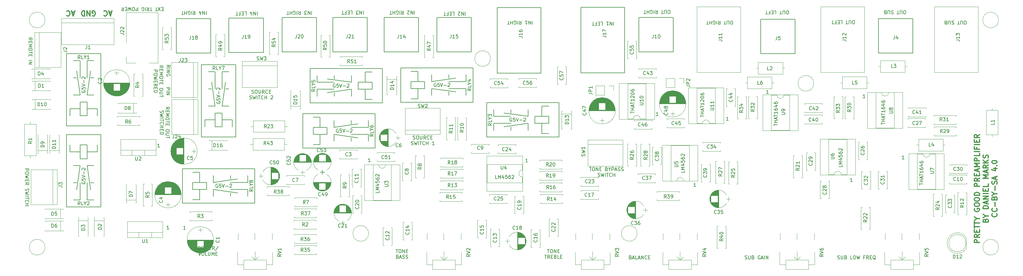
<source format=gbr>
G04 #@! TF.FileFunction,Legend,Top*
%FSLAX46Y46*%
G04 Gerber Fmt 4.6, Leading zero omitted, Abs format (unit mm)*
G04 Created by KiCad (PCBNEW 4.0.7) date 04/02/21 12:04:04*
%MOMM*%
%LPD*%
G01*
G04 APERTURE LIST*
%ADD10C,0.100000*%
%ADD11C,0.150000*%
%ADD12C,0.300000*%
%ADD13C,0.200000*%
%ADD14C,0.120000*%
G04 APERTURE END LIST*
D10*
D11*
X48585715Y-72952381D02*
X48014286Y-72952381D01*
X48300000Y-72952381D02*
X48300000Y-71952381D01*
X48204762Y-72095238D01*
X48109524Y-72190476D01*
X48014286Y-72238095D01*
X56085715Y-96802381D02*
X55514286Y-96802381D01*
X55800000Y-96802381D02*
X55800000Y-95802381D01*
X55704762Y-95945238D01*
X55609524Y-96040476D01*
X55514286Y-96088095D01*
X51285715Y-96752381D02*
X50714286Y-96752381D01*
X51000000Y-96752381D02*
X51000000Y-95752381D01*
X50904762Y-95895238D01*
X50809524Y-95990476D01*
X50714286Y-96038095D01*
X193385715Y-63802381D02*
X192814286Y-63802381D01*
X193100000Y-63802381D02*
X193100000Y-62802381D01*
X193004762Y-62945238D01*
X192909524Y-63040476D01*
X192814286Y-63088095D01*
X213785715Y-65152381D02*
X213214286Y-65152381D01*
X213500000Y-65152381D02*
X213500000Y-64152381D01*
X213404762Y-64295238D01*
X213309524Y-64390476D01*
X213214286Y-64438095D01*
X225435715Y-57352381D02*
X224864286Y-57352381D01*
X225150000Y-57352381D02*
X225150000Y-56352381D01*
X225054762Y-56495238D01*
X224959524Y-56590476D01*
X224864286Y-56638095D01*
X253485715Y-58602381D02*
X252914286Y-58602381D01*
X253200000Y-58602381D02*
X253200000Y-57602381D01*
X253104762Y-57745238D01*
X253009524Y-57840476D01*
X252914286Y-57888095D01*
X264835715Y-76402381D02*
X264264286Y-76402381D01*
X264550000Y-76402381D02*
X264550000Y-75402381D01*
X264454762Y-75545238D01*
X264359524Y-75640476D01*
X264264286Y-75688095D01*
X249835715Y-82952381D02*
X249264286Y-82952381D01*
X249550000Y-82952381D02*
X249550000Y-81952381D01*
X249454762Y-82095238D01*
X249359524Y-82190476D01*
X249264286Y-82238095D01*
X204335715Y-84402381D02*
X203764286Y-84402381D01*
X204050000Y-84402381D02*
X204050000Y-83402381D01*
X203954762Y-83545238D01*
X203859524Y-83640476D01*
X203764286Y-83688095D01*
X155485715Y-77252381D02*
X154914286Y-77252381D01*
X155200000Y-77252381D02*
X155200000Y-76252381D01*
X155104762Y-76395238D01*
X155009524Y-76490476D01*
X154914286Y-76538095D01*
X109785715Y-77202381D02*
X109214286Y-77202381D01*
X109500000Y-77202381D02*
X109500000Y-76202381D01*
X109404762Y-76345238D01*
X109309524Y-76440476D01*
X109214286Y-76488095D01*
X185452381Y-63073810D02*
X185452381Y-62502381D01*
X186452381Y-62788096D02*
X185452381Y-62788096D01*
X186452381Y-62169048D02*
X185452381Y-62169048D01*
X185928571Y-62169048D02*
X185928571Y-61597619D01*
X186452381Y-61597619D02*
X185452381Y-61597619D01*
X186166667Y-61169048D02*
X186166667Y-60692857D01*
X186452381Y-61264286D02*
X185452381Y-60930953D01*
X186452381Y-60597619D01*
X185452381Y-60407143D02*
X185452381Y-59835714D01*
X186452381Y-60121429D02*
X185452381Y-60121429D01*
X186452381Y-58978571D02*
X186452381Y-59550000D01*
X186452381Y-59264286D02*
X185452381Y-59264286D01*
X185595238Y-59359524D01*
X185690476Y-59454762D01*
X185738095Y-59550000D01*
X185547619Y-58597619D02*
X185500000Y-58550000D01*
X185452381Y-58454762D01*
X185452381Y-58216666D01*
X185500000Y-58121428D01*
X185547619Y-58073809D01*
X185642857Y-58026190D01*
X185738095Y-58026190D01*
X185880952Y-58073809D01*
X186452381Y-58645238D01*
X186452381Y-58026190D01*
X185452381Y-57407143D02*
X185452381Y-57311904D01*
X185500000Y-57216666D01*
X185547619Y-57169047D01*
X185642857Y-57121428D01*
X185833333Y-57073809D01*
X186071429Y-57073809D01*
X186261905Y-57121428D01*
X186357143Y-57169047D01*
X186404762Y-57216666D01*
X186452381Y-57311904D01*
X186452381Y-57407143D01*
X186404762Y-57502381D01*
X186357143Y-57550000D01*
X186261905Y-57597619D01*
X186071429Y-57645238D01*
X185833333Y-57645238D01*
X185642857Y-57597619D01*
X185547619Y-57550000D01*
X185500000Y-57502381D01*
X185452381Y-57407143D01*
X185452381Y-56216666D02*
X185452381Y-56407143D01*
X185500000Y-56502381D01*
X185547619Y-56550000D01*
X185690476Y-56645238D01*
X185880952Y-56692857D01*
X186261905Y-56692857D01*
X186357143Y-56645238D01*
X186404762Y-56597619D01*
X186452381Y-56502381D01*
X186452381Y-56311904D01*
X186404762Y-56216666D01*
X186357143Y-56169047D01*
X186261905Y-56121428D01*
X186023810Y-56121428D01*
X185928571Y-56169047D01*
X185880952Y-56216666D01*
X185833333Y-56311904D01*
X185833333Y-56502381D01*
X185880952Y-56597619D01*
X185928571Y-56645238D01*
X186023810Y-56692857D01*
X205702381Y-64173810D02*
X205702381Y-63602381D01*
X206702381Y-63888096D02*
X205702381Y-63888096D01*
X206702381Y-63269048D02*
X205702381Y-63269048D01*
X206178571Y-63269048D02*
X206178571Y-62697619D01*
X206702381Y-62697619D02*
X205702381Y-62697619D01*
X206416667Y-62269048D02*
X206416667Y-61792857D01*
X206702381Y-62364286D02*
X205702381Y-62030953D01*
X206702381Y-61697619D01*
X205702381Y-61507143D02*
X205702381Y-60935714D01*
X206702381Y-61221429D02*
X205702381Y-61221429D01*
X206702381Y-60078571D02*
X206702381Y-60650000D01*
X206702381Y-60364286D02*
X205702381Y-60364286D01*
X205845238Y-60459524D01*
X205940476Y-60554762D01*
X205988095Y-60650000D01*
X205797619Y-59697619D02*
X205750000Y-59650000D01*
X205702381Y-59554762D01*
X205702381Y-59316666D01*
X205750000Y-59221428D01*
X205797619Y-59173809D01*
X205892857Y-59126190D01*
X205988095Y-59126190D01*
X206130952Y-59173809D01*
X206702381Y-59745238D01*
X206702381Y-59126190D01*
X205702381Y-58507143D02*
X205702381Y-58411904D01*
X205750000Y-58316666D01*
X205797619Y-58269047D01*
X205892857Y-58221428D01*
X206083333Y-58173809D01*
X206321429Y-58173809D01*
X206511905Y-58221428D01*
X206607143Y-58269047D01*
X206654762Y-58316666D01*
X206702381Y-58411904D01*
X206702381Y-58507143D01*
X206654762Y-58602381D01*
X206607143Y-58650000D01*
X206511905Y-58697619D01*
X206321429Y-58745238D01*
X206083333Y-58745238D01*
X205892857Y-58697619D01*
X205797619Y-58650000D01*
X205750000Y-58602381D01*
X205702381Y-58507143D01*
X205702381Y-57316666D02*
X205702381Y-57507143D01*
X205750000Y-57602381D01*
X205797619Y-57650000D01*
X205940476Y-57745238D01*
X206130952Y-57792857D01*
X206511905Y-57792857D01*
X206607143Y-57745238D01*
X206654762Y-57697619D01*
X206702381Y-57602381D01*
X206702381Y-57411904D01*
X206654762Y-57316666D01*
X206607143Y-57269047D01*
X206511905Y-57221428D01*
X206273810Y-57221428D01*
X206178571Y-57269047D01*
X206130952Y-57316666D01*
X206083333Y-57411904D01*
X206083333Y-57602381D01*
X206130952Y-57697619D01*
X206178571Y-57745238D01*
X206273810Y-57792857D01*
X269352381Y-83923810D02*
X269352381Y-83352381D01*
X270352381Y-83638096D02*
X269352381Y-83638096D01*
X270352381Y-83019048D02*
X269352381Y-83019048D01*
X269828571Y-83019048D02*
X269828571Y-82447619D01*
X270352381Y-82447619D02*
X269352381Y-82447619D01*
X270066667Y-82019048D02*
X270066667Y-81542857D01*
X270352381Y-82114286D02*
X269352381Y-81780953D01*
X270352381Y-81447619D01*
X269352381Y-81257143D02*
X269352381Y-80685714D01*
X270352381Y-80971429D02*
X269352381Y-80971429D01*
X270352381Y-79828571D02*
X270352381Y-80400000D01*
X270352381Y-80114286D02*
X269352381Y-80114286D01*
X269495238Y-80209524D01*
X269590476Y-80304762D01*
X269638095Y-80400000D01*
X269352381Y-78971428D02*
X269352381Y-79161905D01*
X269400000Y-79257143D01*
X269447619Y-79304762D01*
X269590476Y-79400000D01*
X269780952Y-79447619D01*
X270161905Y-79447619D01*
X270257143Y-79400000D01*
X270304762Y-79352381D01*
X270352381Y-79257143D01*
X270352381Y-79066666D01*
X270304762Y-78971428D01*
X270257143Y-78923809D01*
X270161905Y-78876190D01*
X269923810Y-78876190D01*
X269828571Y-78923809D01*
X269780952Y-78971428D01*
X269733333Y-79066666D01*
X269733333Y-79257143D01*
X269780952Y-79352381D01*
X269828571Y-79400000D01*
X269923810Y-79447619D01*
X269685714Y-78019047D02*
X270352381Y-78019047D01*
X269304762Y-78257143D02*
X270019048Y-78495238D01*
X270019048Y-77876190D01*
X269352381Y-77066666D02*
X269352381Y-77257143D01*
X269400000Y-77352381D01*
X269447619Y-77400000D01*
X269590476Y-77495238D01*
X269780952Y-77542857D01*
X270161905Y-77542857D01*
X270257143Y-77495238D01*
X270304762Y-77447619D01*
X270352381Y-77352381D01*
X270352381Y-77161904D01*
X270304762Y-77066666D01*
X270257143Y-77019047D01*
X270161905Y-76971428D01*
X269923810Y-76971428D01*
X269828571Y-77019047D01*
X269780952Y-77066666D01*
X269733333Y-77161904D01*
X269733333Y-77352381D01*
X269780952Y-77447619D01*
X269828571Y-77495238D01*
X269923810Y-77542857D01*
X50647619Y-49747620D02*
X51123810Y-49414286D01*
X50647619Y-49176191D02*
X51647619Y-49176191D01*
X51647619Y-49557144D01*
X51600000Y-49652382D01*
X51552381Y-49700001D01*
X51457143Y-49747620D01*
X51314286Y-49747620D01*
X51219048Y-49700001D01*
X51171429Y-49652382D01*
X51123810Y-49557144D01*
X51123810Y-49176191D01*
X50647619Y-50176191D02*
X51647619Y-50176191D01*
X50647619Y-50652381D02*
X51647619Y-50652381D01*
X50647619Y-51223810D01*
X51647619Y-51223810D01*
X51600000Y-52223810D02*
X51647619Y-52128572D01*
X51647619Y-51985715D01*
X51600000Y-51842857D01*
X51504762Y-51747619D01*
X51409524Y-51700000D01*
X51219048Y-51652381D01*
X51076190Y-51652381D01*
X50885714Y-51700000D01*
X50790476Y-51747619D01*
X50695238Y-51842857D01*
X50647619Y-51985715D01*
X50647619Y-52080953D01*
X50695238Y-52223810D01*
X50742857Y-52271429D01*
X51076190Y-52271429D01*
X51076190Y-52080953D01*
X50547619Y-55676191D02*
X51547619Y-55676191D01*
X51547619Y-56057144D01*
X51500000Y-56152382D01*
X51452381Y-56200001D01*
X51357143Y-56247620D01*
X51214286Y-56247620D01*
X51119048Y-56200001D01*
X51071429Y-56152382D01*
X51023810Y-56057144D01*
X51023810Y-55676191D01*
X50547619Y-56676191D02*
X51547619Y-56676191D01*
X50547619Y-57152381D02*
X51547619Y-57152381D01*
X50547619Y-57723810D01*
X51547619Y-57723810D01*
D12*
X286728571Y-100642857D02*
X285228571Y-100642857D01*
X285228571Y-100071429D01*
X285300000Y-99928571D01*
X285371429Y-99857143D01*
X285514286Y-99785714D01*
X285728571Y-99785714D01*
X285871429Y-99857143D01*
X285942857Y-99928571D01*
X286014286Y-100071429D01*
X286014286Y-100642857D01*
X286728571Y-98285714D02*
X286014286Y-98785714D01*
X286728571Y-99142857D02*
X285228571Y-99142857D01*
X285228571Y-98571429D01*
X285300000Y-98428571D01*
X285371429Y-98357143D01*
X285514286Y-98285714D01*
X285728571Y-98285714D01*
X285871429Y-98357143D01*
X285942857Y-98428571D01*
X286014286Y-98571429D01*
X286014286Y-99142857D01*
X285942857Y-97642857D02*
X285942857Y-97142857D01*
X286728571Y-96928571D02*
X286728571Y-97642857D01*
X285228571Y-97642857D01*
X285228571Y-96928571D01*
X285228571Y-96500000D02*
X285228571Y-95642857D01*
X286728571Y-96071428D02*
X285228571Y-96071428D01*
X285228571Y-95357143D02*
X285228571Y-94500000D01*
X286728571Y-94928571D02*
X285228571Y-94928571D01*
X286014286Y-93714286D02*
X286728571Y-93714286D01*
X285228571Y-94214286D02*
X286014286Y-93714286D01*
X285228571Y-93214286D01*
X285300000Y-90785715D02*
X285228571Y-90928572D01*
X285228571Y-91142858D01*
X285300000Y-91357143D01*
X285442857Y-91500001D01*
X285585714Y-91571429D01*
X285871429Y-91642858D01*
X286085714Y-91642858D01*
X286371429Y-91571429D01*
X286514286Y-91500001D01*
X286657143Y-91357143D01*
X286728571Y-91142858D01*
X286728571Y-91000001D01*
X286657143Y-90785715D01*
X286585714Y-90714286D01*
X286085714Y-90714286D01*
X286085714Y-91000001D01*
X285228571Y-89785715D02*
X285228571Y-89500001D01*
X285300000Y-89357143D01*
X285442857Y-89214286D01*
X285728571Y-89142858D01*
X286228571Y-89142858D01*
X286514286Y-89214286D01*
X286657143Y-89357143D01*
X286728571Y-89500001D01*
X286728571Y-89785715D01*
X286657143Y-89928572D01*
X286514286Y-90071429D01*
X286228571Y-90142858D01*
X285728571Y-90142858D01*
X285442857Y-90071429D01*
X285300000Y-89928572D01*
X285228571Y-89785715D01*
X285228571Y-88214286D02*
X285228571Y-87928572D01*
X285300000Y-87785714D01*
X285442857Y-87642857D01*
X285728571Y-87571429D01*
X286228571Y-87571429D01*
X286514286Y-87642857D01*
X286657143Y-87785714D01*
X286728571Y-87928572D01*
X286728571Y-88214286D01*
X286657143Y-88357143D01*
X286514286Y-88500000D01*
X286228571Y-88571429D01*
X285728571Y-88571429D01*
X285442857Y-88500000D01*
X285300000Y-88357143D01*
X285228571Y-88214286D01*
X286728571Y-86928571D02*
X285228571Y-86928571D01*
X285228571Y-86571428D01*
X285300000Y-86357143D01*
X285442857Y-86214285D01*
X285585714Y-86142857D01*
X285871429Y-86071428D01*
X286085714Y-86071428D01*
X286371429Y-86142857D01*
X286514286Y-86214285D01*
X286657143Y-86357143D01*
X286728571Y-86571428D01*
X286728571Y-86928571D01*
X286728571Y-84285714D02*
X285228571Y-84285714D01*
X285228571Y-83714286D01*
X285300000Y-83571428D01*
X285371429Y-83500000D01*
X285514286Y-83428571D01*
X285728571Y-83428571D01*
X285871429Y-83500000D01*
X285942857Y-83571428D01*
X286014286Y-83714286D01*
X286014286Y-84285714D01*
X286728571Y-81928571D02*
X286014286Y-82428571D01*
X286728571Y-82785714D02*
X285228571Y-82785714D01*
X285228571Y-82214286D01*
X285300000Y-82071428D01*
X285371429Y-82000000D01*
X285514286Y-81928571D01*
X285728571Y-81928571D01*
X285871429Y-82000000D01*
X285942857Y-82071428D01*
X286014286Y-82214286D01*
X286014286Y-82785714D01*
X285942857Y-81285714D02*
X285942857Y-80785714D01*
X286728571Y-80571428D02*
X286728571Y-81285714D01*
X285228571Y-81285714D01*
X285228571Y-80571428D01*
X286300000Y-80000000D02*
X286300000Y-79285714D01*
X286728571Y-80142857D02*
X285228571Y-79642857D01*
X286728571Y-79142857D01*
X286728571Y-78642857D02*
X285228571Y-78642857D01*
X286300000Y-78142857D01*
X285228571Y-77642857D01*
X286728571Y-77642857D01*
X286728571Y-76928571D02*
X285228571Y-76928571D01*
X285228571Y-76357143D01*
X285300000Y-76214285D01*
X285371429Y-76142857D01*
X285514286Y-76071428D01*
X285728571Y-76071428D01*
X285871429Y-76142857D01*
X285942857Y-76214285D01*
X286014286Y-76357143D01*
X286014286Y-76928571D01*
X286728571Y-74714285D02*
X286728571Y-75428571D01*
X285228571Y-75428571D01*
X286728571Y-74214285D02*
X285228571Y-74214285D01*
X285942857Y-72999999D02*
X285942857Y-73499999D01*
X286728571Y-73499999D02*
X285228571Y-73499999D01*
X285228571Y-72785713D01*
X286728571Y-72214285D02*
X285228571Y-72214285D01*
X285942857Y-71499999D02*
X285942857Y-70999999D01*
X286728571Y-70785713D02*
X286728571Y-71499999D01*
X285228571Y-71499999D01*
X285228571Y-70785713D01*
X286728571Y-69285713D02*
X286014286Y-69785713D01*
X286728571Y-70142856D02*
X285228571Y-70142856D01*
X285228571Y-69571428D01*
X285300000Y-69428570D01*
X285371429Y-69357142D01*
X285514286Y-69285713D01*
X285728571Y-69285713D01*
X285871429Y-69357142D01*
X285942857Y-69428570D01*
X286014286Y-69571428D01*
X286014286Y-70142856D01*
X288492857Y-94214285D02*
X288564286Y-93999999D01*
X288635714Y-93928571D01*
X288778571Y-93857142D01*
X288992857Y-93857142D01*
X289135714Y-93928571D01*
X289207143Y-93999999D01*
X289278571Y-94142857D01*
X289278571Y-94714285D01*
X287778571Y-94714285D01*
X287778571Y-94214285D01*
X287850000Y-94071428D01*
X287921429Y-93999999D01*
X288064286Y-93928571D01*
X288207143Y-93928571D01*
X288350000Y-93999999D01*
X288421429Y-94071428D01*
X288492857Y-94214285D01*
X288492857Y-94714285D01*
X288564286Y-92928571D02*
X289278571Y-92928571D01*
X287778571Y-93428571D02*
X288564286Y-92928571D01*
X287778571Y-92428571D01*
X289278571Y-90785714D02*
X287778571Y-90785714D01*
X287778571Y-90428571D01*
X287850000Y-90214286D01*
X287992857Y-90071428D01*
X288135714Y-90000000D01*
X288421429Y-89928571D01*
X288635714Y-89928571D01*
X288921429Y-90000000D01*
X289064286Y-90071428D01*
X289207143Y-90214286D01*
X289278571Y-90428571D01*
X289278571Y-90785714D01*
X288850000Y-89357143D02*
X288850000Y-88642857D01*
X289278571Y-89500000D02*
X287778571Y-89000000D01*
X289278571Y-88500000D01*
X289278571Y-88000000D02*
X287778571Y-88000000D01*
X289278571Y-87142857D01*
X287778571Y-87142857D01*
X289278571Y-86428571D02*
X287778571Y-86428571D01*
X288492857Y-85714285D02*
X288492857Y-85214285D01*
X289278571Y-84999999D02*
X289278571Y-85714285D01*
X287778571Y-85714285D01*
X287778571Y-84999999D01*
X289278571Y-83642856D02*
X289278571Y-84357142D01*
X287778571Y-84357142D01*
X289278571Y-81999999D02*
X287778571Y-81999999D01*
X288850000Y-81499999D01*
X287778571Y-80999999D01*
X289278571Y-80999999D01*
X288850000Y-80357142D02*
X288850000Y-79642856D01*
X289278571Y-80499999D02*
X287778571Y-79999999D01*
X289278571Y-79499999D01*
X289278571Y-78142856D02*
X288564286Y-78642856D01*
X289278571Y-78999999D02*
X287778571Y-78999999D01*
X287778571Y-78428571D01*
X287850000Y-78285713D01*
X287921429Y-78214285D01*
X288064286Y-78142856D01*
X288278571Y-78142856D01*
X288421429Y-78214285D01*
X288492857Y-78285713D01*
X288564286Y-78428571D01*
X288564286Y-78999999D01*
X289278571Y-77499999D02*
X287778571Y-77499999D01*
X289278571Y-76642856D02*
X288421429Y-77285713D01*
X287778571Y-76642856D02*
X288635714Y-77499999D01*
X289207143Y-76071428D02*
X289278571Y-75857142D01*
X289278571Y-75499999D01*
X289207143Y-75357142D01*
X289135714Y-75285713D01*
X288992857Y-75214285D01*
X288850000Y-75214285D01*
X288707143Y-75285713D01*
X288635714Y-75357142D01*
X288564286Y-75499999D01*
X288492857Y-75785713D01*
X288421429Y-75928571D01*
X288350000Y-75999999D01*
X288207143Y-76071428D01*
X288064286Y-76071428D01*
X287921429Y-75999999D01*
X287850000Y-75928571D01*
X287778571Y-75785713D01*
X287778571Y-75428571D01*
X287850000Y-75214285D01*
X291685714Y-92249999D02*
X291757143Y-92321428D01*
X291828571Y-92535714D01*
X291828571Y-92678571D01*
X291757143Y-92892856D01*
X291614286Y-93035714D01*
X291471429Y-93107142D01*
X291185714Y-93178571D01*
X290971429Y-93178571D01*
X290685714Y-93107142D01*
X290542857Y-93035714D01*
X290400000Y-92892856D01*
X290328571Y-92678571D01*
X290328571Y-92535714D01*
X290400000Y-92321428D01*
X290471429Y-92249999D01*
X291685714Y-90749999D02*
X291757143Y-90821428D01*
X291828571Y-91035714D01*
X291828571Y-91178571D01*
X291757143Y-91392856D01*
X291614286Y-91535714D01*
X291471429Y-91607142D01*
X291185714Y-91678571D01*
X290971429Y-91678571D01*
X290685714Y-91607142D01*
X290542857Y-91535714D01*
X290400000Y-91392856D01*
X290328571Y-91178571D01*
X290328571Y-91035714D01*
X290400000Y-90821428D01*
X290471429Y-90749999D01*
X291257143Y-90107142D02*
X291257143Y-88964285D01*
X291042857Y-87749999D02*
X291114286Y-87535713D01*
X291185714Y-87464285D01*
X291328571Y-87392856D01*
X291542857Y-87392856D01*
X291685714Y-87464285D01*
X291757143Y-87535713D01*
X291828571Y-87678571D01*
X291828571Y-88249999D01*
X290328571Y-88249999D01*
X290328571Y-87749999D01*
X290400000Y-87607142D01*
X290471429Y-87535713D01*
X290614286Y-87464285D01*
X290757143Y-87464285D01*
X290900000Y-87535713D01*
X290971429Y-87607142D01*
X291042857Y-87749999D01*
X291042857Y-88249999D01*
X291114286Y-86464285D02*
X291828571Y-86464285D01*
X290328571Y-86964285D02*
X291114286Y-86464285D01*
X290328571Y-85964285D01*
X291257143Y-85464285D02*
X291257143Y-84321428D01*
X291757143Y-83678571D02*
X291828571Y-83464285D01*
X291828571Y-83107142D01*
X291757143Y-82964285D01*
X291685714Y-82892856D01*
X291542857Y-82821428D01*
X291400000Y-82821428D01*
X291257143Y-82892856D01*
X291185714Y-82964285D01*
X291114286Y-83107142D01*
X291042857Y-83392856D01*
X290971429Y-83535714D01*
X290900000Y-83607142D01*
X290757143Y-83678571D01*
X290614286Y-83678571D01*
X290471429Y-83607142D01*
X290400000Y-83535714D01*
X290328571Y-83392856D01*
X290328571Y-83035714D01*
X290400000Y-82821428D01*
X291400000Y-82250000D02*
X291400000Y-81535714D01*
X291828571Y-82392857D02*
X290328571Y-81892857D01*
X291828571Y-81392857D01*
X290828571Y-79107143D02*
X291828571Y-79107143D01*
X290257143Y-79464286D02*
X291328571Y-79821429D01*
X291328571Y-78892857D01*
X291685714Y-78321429D02*
X291757143Y-78250001D01*
X291828571Y-78321429D01*
X291757143Y-78392858D01*
X291685714Y-78321429D01*
X291828571Y-78321429D01*
X290328571Y-77321429D02*
X290328571Y-77178572D01*
X290400000Y-77035715D01*
X290471429Y-76964286D01*
X290614286Y-76892857D01*
X290900000Y-76821429D01*
X291257143Y-76821429D01*
X291542857Y-76892857D01*
X291685714Y-76964286D01*
X291757143Y-77035715D01*
X291828571Y-77178572D01*
X291828571Y-77321429D01*
X291757143Y-77464286D01*
X291685714Y-77535715D01*
X291542857Y-77607143D01*
X291257143Y-77678572D01*
X290900000Y-77678572D01*
X290614286Y-77607143D01*
X290471429Y-77535715D01*
X290400000Y-77464286D01*
X290328571Y-77321429D01*
D11*
X258252381Y-66323810D02*
X258252381Y-65752381D01*
X259252381Y-66038096D02*
X258252381Y-66038096D01*
X259252381Y-65419048D02*
X258252381Y-65419048D01*
X258728571Y-65419048D02*
X258728571Y-64847619D01*
X259252381Y-64847619D02*
X258252381Y-64847619D01*
X258966667Y-64419048D02*
X258966667Y-63942857D01*
X259252381Y-64514286D02*
X258252381Y-64180953D01*
X259252381Y-63847619D01*
X258252381Y-63657143D02*
X258252381Y-63085714D01*
X259252381Y-63371429D02*
X258252381Y-63371429D01*
X259252381Y-62228571D02*
X259252381Y-62800000D01*
X259252381Y-62514286D02*
X258252381Y-62514286D01*
X258395238Y-62609524D01*
X258490476Y-62704762D01*
X258538095Y-62800000D01*
X258252381Y-61371428D02*
X258252381Y-61561905D01*
X258300000Y-61657143D01*
X258347619Y-61704762D01*
X258490476Y-61800000D01*
X258680952Y-61847619D01*
X259061905Y-61847619D01*
X259157143Y-61800000D01*
X259204762Y-61752381D01*
X259252381Y-61657143D01*
X259252381Y-61466666D01*
X259204762Y-61371428D01*
X259157143Y-61323809D01*
X259061905Y-61276190D01*
X258823810Y-61276190D01*
X258728571Y-61323809D01*
X258680952Y-61371428D01*
X258633333Y-61466666D01*
X258633333Y-61657143D01*
X258680952Y-61752381D01*
X258728571Y-61800000D01*
X258823810Y-61847619D01*
X258585714Y-60419047D02*
X259252381Y-60419047D01*
X258204762Y-60657143D02*
X258919048Y-60895238D01*
X258919048Y-60276190D01*
X258252381Y-59466666D02*
X258252381Y-59657143D01*
X258300000Y-59752381D01*
X258347619Y-59800000D01*
X258490476Y-59895238D01*
X258680952Y-59942857D01*
X259061905Y-59942857D01*
X259157143Y-59895238D01*
X259204762Y-59847619D01*
X259252381Y-59752381D01*
X259252381Y-59561904D01*
X259204762Y-59466666D01*
X259157143Y-59419047D01*
X259061905Y-59371428D01*
X258823810Y-59371428D01*
X258728571Y-59419047D01*
X258680952Y-59466666D01*
X258633333Y-59561904D01*
X258633333Y-59752381D01*
X258680952Y-59847619D01*
X258728571Y-59895238D01*
X258823810Y-59942857D01*
X246852381Y-78166666D02*
X246852381Y-78642857D01*
X245852381Y-78642857D01*
X246852381Y-77833333D02*
X245852381Y-77833333D01*
X246566667Y-77499999D01*
X245852381Y-77166666D01*
X246852381Y-77166666D01*
X246185714Y-76261904D02*
X246852381Y-76261904D01*
X245804762Y-76500000D02*
X246519048Y-76738095D01*
X246519048Y-76119047D01*
X245852381Y-75261904D02*
X245852381Y-75738095D01*
X246328571Y-75785714D01*
X246280952Y-75738095D01*
X246233333Y-75642857D01*
X246233333Y-75404761D01*
X246280952Y-75309523D01*
X246328571Y-75261904D01*
X246423810Y-75214285D01*
X246661905Y-75214285D01*
X246757143Y-75261904D01*
X246804762Y-75309523D01*
X246852381Y-75404761D01*
X246852381Y-75642857D01*
X246804762Y-75738095D01*
X246757143Y-75785714D01*
X245852381Y-74357142D02*
X245852381Y-74547619D01*
X245900000Y-74642857D01*
X245947619Y-74690476D01*
X246090476Y-74785714D01*
X246280952Y-74833333D01*
X246661905Y-74833333D01*
X246757143Y-74785714D01*
X246804762Y-74738095D01*
X246852381Y-74642857D01*
X246852381Y-74452380D01*
X246804762Y-74357142D01*
X246757143Y-74309523D01*
X246661905Y-74261904D01*
X246423810Y-74261904D01*
X246328571Y-74309523D01*
X246280952Y-74357142D01*
X246233333Y-74452380D01*
X246233333Y-74642857D01*
X246280952Y-74738095D01*
X246328571Y-74785714D01*
X246423810Y-74833333D01*
X245947619Y-73880952D02*
X245900000Y-73833333D01*
X245852381Y-73738095D01*
X245852381Y-73499999D01*
X245900000Y-73404761D01*
X245947619Y-73357142D01*
X246042857Y-73309523D01*
X246138095Y-73309523D01*
X246280952Y-73357142D01*
X246852381Y-73928571D01*
X246852381Y-73309523D01*
X227052381Y-66723810D02*
X227052381Y-66152381D01*
X228052381Y-66438096D02*
X227052381Y-66438096D01*
X228052381Y-65819048D02*
X227052381Y-65819048D01*
X227528571Y-65819048D02*
X227528571Y-65247619D01*
X228052381Y-65247619D02*
X227052381Y-65247619D01*
X227766667Y-64819048D02*
X227766667Y-64342857D01*
X228052381Y-64914286D02*
X227052381Y-64580953D01*
X228052381Y-64247619D01*
X227052381Y-64057143D02*
X227052381Y-63485714D01*
X228052381Y-63771429D02*
X227052381Y-63771429D01*
X228052381Y-62628571D02*
X228052381Y-63200000D01*
X228052381Y-62914286D02*
X227052381Y-62914286D01*
X227195238Y-63009524D01*
X227290476Y-63104762D01*
X227338095Y-63200000D01*
X227052381Y-61771428D02*
X227052381Y-61961905D01*
X227100000Y-62057143D01*
X227147619Y-62104762D01*
X227290476Y-62200000D01*
X227480952Y-62247619D01*
X227861905Y-62247619D01*
X227957143Y-62200000D01*
X228004762Y-62152381D01*
X228052381Y-62057143D01*
X228052381Y-61866666D01*
X228004762Y-61771428D01*
X227957143Y-61723809D01*
X227861905Y-61676190D01*
X227623810Y-61676190D01*
X227528571Y-61723809D01*
X227480952Y-61771428D01*
X227433333Y-61866666D01*
X227433333Y-62057143D01*
X227480952Y-62152381D01*
X227528571Y-62200000D01*
X227623810Y-62247619D01*
X227385714Y-60819047D02*
X228052381Y-60819047D01*
X227004762Y-61057143D02*
X227719048Y-61295238D01*
X227719048Y-60676190D01*
X227052381Y-59866666D02*
X227052381Y-60057143D01*
X227100000Y-60152381D01*
X227147619Y-60200000D01*
X227290476Y-60295238D01*
X227480952Y-60342857D01*
X227861905Y-60342857D01*
X227957143Y-60295238D01*
X228004762Y-60247619D01*
X228052381Y-60152381D01*
X228052381Y-59961904D01*
X228004762Y-59866666D01*
X227957143Y-59819047D01*
X227861905Y-59771428D01*
X227623810Y-59771428D01*
X227528571Y-59819047D01*
X227480952Y-59866666D01*
X227433333Y-59961904D01*
X227433333Y-60152381D01*
X227480952Y-60247619D01*
X227528571Y-60295238D01*
X227623810Y-60342857D01*
X201052381Y-79766666D02*
X201052381Y-80242857D01*
X200052381Y-80242857D01*
X201052381Y-79433333D02*
X200052381Y-79433333D01*
X200766667Y-79099999D01*
X200052381Y-78766666D01*
X201052381Y-78766666D01*
X200385714Y-77861904D02*
X201052381Y-77861904D01*
X200004762Y-78100000D02*
X200719048Y-78338095D01*
X200719048Y-77719047D01*
X200052381Y-76861904D02*
X200052381Y-77338095D01*
X200528571Y-77385714D01*
X200480952Y-77338095D01*
X200433333Y-77242857D01*
X200433333Y-77004761D01*
X200480952Y-76909523D01*
X200528571Y-76861904D01*
X200623810Y-76814285D01*
X200861905Y-76814285D01*
X200957143Y-76861904D01*
X201004762Y-76909523D01*
X201052381Y-77004761D01*
X201052381Y-77242857D01*
X201004762Y-77338095D01*
X200957143Y-77385714D01*
X200052381Y-75957142D02*
X200052381Y-76147619D01*
X200100000Y-76242857D01*
X200147619Y-76290476D01*
X200290476Y-76385714D01*
X200480952Y-76433333D01*
X200861905Y-76433333D01*
X200957143Y-76385714D01*
X201004762Y-76338095D01*
X201052381Y-76242857D01*
X201052381Y-76052380D01*
X201004762Y-75957142D01*
X200957143Y-75909523D01*
X200861905Y-75861904D01*
X200623810Y-75861904D01*
X200528571Y-75909523D01*
X200480952Y-75957142D01*
X200433333Y-76052380D01*
X200433333Y-76242857D01*
X200480952Y-76338095D01*
X200528571Y-76385714D01*
X200623810Y-76433333D01*
X200147619Y-75480952D02*
X200100000Y-75433333D01*
X200052381Y-75338095D01*
X200052381Y-75099999D01*
X200100000Y-75004761D01*
X200147619Y-74957142D01*
X200242857Y-74909523D01*
X200338095Y-74909523D01*
X200480952Y-74957142D01*
X201052381Y-75528571D01*
X201052381Y-74909523D01*
X146633334Y-82052381D02*
X146157143Y-82052381D01*
X146157143Y-81052381D01*
X146966667Y-82052381D02*
X146966667Y-81052381D01*
X147300001Y-81766667D01*
X147633334Y-81052381D01*
X147633334Y-82052381D01*
X148538096Y-81385714D02*
X148538096Y-82052381D01*
X148300000Y-81004762D02*
X148061905Y-81719048D01*
X148680953Y-81719048D01*
X149538096Y-81052381D02*
X149061905Y-81052381D01*
X149014286Y-81528571D01*
X149061905Y-81480952D01*
X149157143Y-81433333D01*
X149395239Y-81433333D01*
X149490477Y-81480952D01*
X149538096Y-81528571D01*
X149585715Y-81623810D01*
X149585715Y-81861905D01*
X149538096Y-81957143D01*
X149490477Y-82004762D01*
X149395239Y-82052381D01*
X149157143Y-82052381D01*
X149061905Y-82004762D01*
X149014286Y-81957143D01*
X150442858Y-81052381D02*
X150252381Y-81052381D01*
X150157143Y-81100000D01*
X150109524Y-81147619D01*
X150014286Y-81290476D01*
X149966667Y-81480952D01*
X149966667Y-81861905D01*
X150014286Y-81957143D01*
X150061905Y-82004762D01*
X150157143Y-82052381D01*
X150347620Y-82052381D01*
X150442858Y-82004762D01*
X150490477Y-81957143D01*
X150538096Y-81861905D01*
X150538096Y-81623810D01*
X150490477Y-81528571D01*
X150442858Y-81480952D01*
X150347620Y-81433333D01*
X150157143Y-81433333D01*
X150061905Y-81480952D01*
X150014286Y-81528571D01*
X149966667Y-81623810D01*
X150919048Y-81147619D02*
X150966667Y-81100000D01*
X151061905Y-81052381D01*
X151300001Y-81052381D01*
X151395239Y-81100000D01*
X151442858Y-81147619D01*
X151490477Y-81242857D01*
X151490477Y-81338095D01*
X151442858Y-81480952D01*
X150871429Y-82052381D01*
X151490477Y-82052381D01*
X112352381Y-85666666D02*
X112352381Y-86142857D01*
X111352381Y-86142857D01*
X112352381Y-85333333D02*
X111352381Y-85333333D01*
X112066667Y-84999999D01*
X111352381Y-84666666D01*
X112352381Y-84666666D01*
X111685714Y-83761904D02*
X112352381Y-83761904D01*
X111304762Y-84000000D02*
X112019048Y-84238095D01*
X112019048Y-83619047D01*
X111352381Y-82761904D02*
X111352381Y-83238095D01*
X111828571Y-83285714D01*
X111780952Y-83238095D01*
X111733333Y-83142857D01*
X111733333Y-82904761D01*
X111780952Y-82809523D01*
X111828571Y-82761904D01*
X111923810Y-82714285D01*
X112161905Y-82714285D01*
X112257143Y-82761904D01*
X112304762Y-82809523D01*
X112352381Y-82904761D01*
X112352381Y-83142857D01*
X112304762Y-83238095D01*
X112257143Y-83285714D01*
X111352381Y-81857142D02*
X111352381Y-82047619D01*
X111400000Y-82142857D01*
X111447619Y-82190476D01*
X111590476Y-82285714D01*
X111780952Y-82333333D01*
X112161905Y-82333333D01*
X112257143Y-82285714D01*
X112304762Y-82238095D01*
X112352381Y-82142857D01*
X112352381Y-81952380D01*
X112304762Y-81857142D01*
X112257143Y-81809523D01*
X112161905Y-81761904D01*
X111923810Y-81761904D01*
X111828571Y-81809523D01*
X111780952Y-81857142D01*
X111733333Y-81952380D01*
X111733333Y-82142857D01*
X111780952Y-82238095D01*
X111828571Y-82285714D01*
X111923810Y-82333333D01*
X111447619Y-81380952D02*
X111400000Y-81333333D01*
X111352381Y-81238095D01*
X111352381Y-80999999D01*
X111400000Y-80904761D01*
X111447619Y-80857142D01*
X111542857Y-80809523D01*
X111638095Y-80809523D01*
X111780952Y-80857142D01*
X112352381Y-81428571D01*
X112352381Y-80809523D01*
X49600000Y-32871429D02*
X49266666Y-32871429D01*
X49123809Y-32347619D02*
X49600000Y-32347619D01*
X49600000Y-33347619D01*
X49123809Y-33347619D01*
X48790476Y-33347619D02*
X48123809Y-32347619D01*
X48123809Y-33347619D02*
X48790476Y-32347619D01*
X47885714Y-33347619D02*
X47314285Y-33347619D01*
X47600000Y-32347619D02*
X47600000Y-33347619D01*
X46361904Y-33347619D02*
X45790475Y-33347619D01*
X46076190Y-32347619D02*
X46076190Y-33347619D01*
X44885713Y-32347619D02*
X45219047Y-32823810D01*
X45457142Y-32347619D02*
X45457142Y-33347619D01*
X45076189Y-33347619D01*
X44980951Y-33300000D01*
X44933332Y-33252381D01*
X44885713Y-33157143D01*
X44885713Y-33014286D01*
X44933332Y-32919048D01*
X44980951Y-32871429D01*
X45076189Y-32823810D01*
X45457142Y-32823810D01*
X44457142Y-32347619D02*
X44457142Y-33347619D01*
X43457142Y-33300000D02*
X43552380Y-33347619D01*
X43695237Y-33347619D01*
X43838095Y-33300000D01*
X43933333Y-33204762D01*
X43980952Y-33109524D01*
X44028571Y-32919048D01*
X44028571Y-32776190D01*
X43980952Y-32585714D01*
X43933333Y-32490476D01*
X43838095Y-32395238D01*
X43695237Y-32347619D01*
X43599999Y-32347619D01*
X43457142Y-32395238D01*
X43409523Y-32442857D01*
X43409523Y-32776190D01*
X43599999Y-32776190D01*
X42219047Y-32347619D02*
X42219047Y-33347619D01*
X41838094Y-33347619D01*
X41742856Y-33300000D01*
X41695237Y-33252381D01*
X41647618Y-33157143D01*
X41647618Y-33014286D01*
X41695237Y-32919048D01*
X41742856Y-32871429D01*
X41838094Y-32823810D01*
X42219047Y-32823810D01*
X41028571Y-33347619D02*
X40838094Y-33347619D01*
X40742856Y-33300000D01*
X40647618Y-33204762D01*
X40599999Y-33014286D01*
X40599999Y-32680952D01*
X40647618Y-32490476D01*
X40742856Y-32395238D01*
X40838094Y-32347619D01*
X41028571Y-32347619D01*
X41123809Y-32395238D01*
X41219047Y-32490476D01*
X41266666Y-32680952D01*
X41266666Y-33014286D01*
X41219047Y-33204762D01*
X41123809Y-33300000D01*
X41028571Y-33347619D01*
X40266666Y-33347619D02*
X40028571Y-32347619D01*
X39838094Y-33061905D01*
X39647618Y-32347619D01*
X39409523Y-33347619D01*
X39028571Y-32871429D02*
X38695237Y-32871429D01*
X38552380Y-32347619D02*
X39028571Y-32347619D01*
X39028571Y-33347619D01*
X38552380Y-33347619D01*
X37552380Y-32347619D02*
X37885714Y-32823810D01*
X38123809Y-32347619D02*
X38123809Y-33347619D01*
X37742856Y-33347619D01*
X37647618Y-33300000D01*
X37599999Y-33252381D01*
X37552380Y-33157143D01*
X37552380Y-33014286D01*
X37599999Y-32919048D01*
X37647618Y-32871429D01*
X37742856Y-32823810D01*
X38123809Y-32823810D01*
X9547619Y-79219048D02*
X10547619Y-79219048D01*
X10547619Y-79600001D01*
X10500000Y-79695239D01*
X10452381Y-79742858D01*
X10357143Y-79790477D01*
X10214286Y-79790477D01*
X10119048Y-79742858D01*
X10071429Y-79695239D01*
X10023810Y-79600001D01*
X10023810Y-79219048D01*
X10547619Y-80409524D02*
X10547619Y-80600001D01*
X10500000Y-80695239D01*
X10404762Y-80790477D01*
X10214286Y-80838096D01*
X9880952Y-80838096D01*
X9690476Y-80790477D01*
X9595238Y-80695239D01*
X9547619Y-80600001D01*
X9547619Y-80409524D01*
X9595238Y-80314286D01*
X9690476Y-80219048D01*
X9880952Y-80171429D01*
X10214286Y-80171429D01*
X10404762Y-80219048D01*
X10500000Y-80314286D01*
X10547619Y-80409524D01*
X10547619Y-81171429D02*
X9547619Y-81409524D01*
X10261905Y-81600001D01*
X9547619Y-81790477D01*
X10547619Y-82028572D01*
X10071429Y-82409524D02*
X10071429Y-82742858D01*
X9547619Y-82885715D02*
X9547619Y-82409524D01*
X10547619Y-82409524D01*
X10547619Y-82885715D01*
X9547619Y-83885715D02*
X10023810Y-83552381D01*
X9547619Y-83314286D02*
X10547619Y-83314286D01*
X10547619Y-83695239D01*
X10500000Y-83790477D01*
X10452381Y-83838096D01*
X10357143Y-83885715D01*
X10214286Y-83885715D01*
X10119048Y-83838096D01*
X10071429Y-83790477D01*
X10023810Y-83695239D01*
X10023810Y-83314286D01*
X9595238Y-85028572D02*
X9547619Y-85171429D01*
X9547619Y-85409525D01*
X9595238Y-85504763D01*
X9642857Y-85552382D01*
X9738095Y-85600001D01*
X9833333Y-85600001D01*
X9928571Y-85552382D01*
X9976190Y-85504763D01*
X10023810Y-85409525D01*
X10071429Y-85219048D01*
X10119048Y-85123810D01*
X10166667Y-85076191D01*
X10261905Y-85028572D01*
X10357143Y-85028572D01*
X10452381Y-85076191D01*
X10500000Y-85123810D01*
X10547619Y-85219048D01*
X10547619Y-85457144D01*
X10500000Y-85600001D01*
X10547619Y-85933334D02*
X9547619Y-86171429D01*
X10261905Y-86361906D01*
X9547619Y-86552382D01*
X10547619Y-86790477D01*
X9547619Y-87171429D02*
X10547619Y-87171429D01*
X10547619Y-87504762D02*
X10547619Y-88076191D01*
X9547619Y-87790476D02*
X10547619Y-87790476D01*
X9642857Y-88980953D02*
X9595238Y-88933334D01*
X9547619Y-88790477D01*
X9547619Y-88695239D01*
X9595238Y-88552381D01*
X9690476Y-88457143D01*
X9785714Y-88409524D01*
X9976190Y-88361905D01*
X10119048Y-88361905D01*
X10309524Y-88409524D01*
X10404762Y-88457143D01*
X10500000Y-88552381D01*
X10547619Y-88695239D01*
X10547619Y-88790477D01*
X10500000Y-88933334D01*
X10452381Y-88980953D01*
X9547619Y-89409524D02*
X10547619Y-89409524D01*
X10071429Y-89409524D02*
X10071429Y-89980953D01*
X9547619Y-89980953D02*
X10547619Y-89980953D01*
X173423809Y-78827381D02*
X173995238Y-78827381D01*
X173709523Y-79827381D02*
X173709523Y-78827381D01*
X174519047Y-78827381D02*
X174709524Y-78827381D01*
X174804762Y-78875000D01*
X174900000Y-78970238D01*
X174947619Y-79160714D01*
X174947619Y-79494048D01*
X174900000Y-79684524D01*
X174804762Y-79779762D01*
X174709524Y-79827381D01*
X174519047Y-79827381D01*
X174423809Y-79779762D01*
X174328571Y-79684524D01*
X174280952Y-79494048D01*
X174280952Y-79160714D01*
X174328571Y-78970238D01*
X174423809Y-78875000D01*
X174519047Y-78827381D01*
X175376190Y-79827381D02*
X175376190Y-78827381D01*
X175947619Y-79827381D01*
X175947619Y-78827381D01*
X176423809Y-79303571D02*
X176757143Y-79303571D01*
X176900000Y-79827381D02*
X176423809Y-79827381D01*
X176423809Y-78827381D01*
X176900000Y-78827381D01*
X178423810Y-79303571D02*
X178566667Y-79351190D01*
X178614286Y-79398810D01*
X178661905Y-79494048D01*
X178661905Y-79636905D01*
X178614286Y-79732143D01*
X178566667Y-79779762D01*
X178471429Y-79827381D01*
X178090476Y-79827381D01*
X178090476Y-78827381D01*
X178423810Y-78827381D01*
X178519048Y-78875000D01*
X178566667Y-78922619D01*
X178614286Y-79017857D01*
X178614286Y-79113095D01*
X178566667Y-79208333D01*
X178519048Y-79255952D01*
X178423810Y-79303571D01*
X178090476Y-79303571D01*
X179280952Y-79351190D02*
X179280952Y-79827381D01*
X178947619Y-78827381D02*
X179280952Y-79351190D01*
X179614286Y-78827381D01*
X179947619Y-79827381D02*
X179947619Y-78827381D01*
X180328572Y-78827381D01*
X180423810Y-78875000D01*
X180471429Y-78922619D01*
X180519048Y-79017857D01*
X180519048Y-79160714D01*
X180471429Y-79255952D01*
X180423810Y-79303571D01*
X180328572Y-79351190D01*
X179947619Y-79351190D01*
X180900000Y-79541667D02*
X181376191Y-79541667D01*
X180804762Y-79827381D02*
X181138095Y-78827381D01*
X181471429Y-79827381D01*
X181757143Y-79779762D02*
X181900000Y-79827381D01*
X182138096Y-79827381D01*
X182233334Y-79779762D01*
X182280953Y-79732143D01*
X182328572Y-79636905D01*
X182328572Y-79541667D01*
X182280953Y-79446429D01*
X182233334Y-79398810D01*
X182138096Y-79351190D01*
X181947619Y-79303571D01*
X181852381Y-79255952D01*
X181804762Y-79208333D01*
X181757143Y-79113095D01*
X181757143Y-79017857D01*
X181804762Y-78922619D01*
X181852381Y-78875000D01*
X181947619Y-78827381D01*
X182185715Y-78827381D01*
X182328572Y-78875000D01*
X182709524Y-79779762D02*
X182852381Y-79827381D01*
X183090477Y-79827381D01*
X183185715Y-79779762D01*
X183233334Y-79732143D01*
X183280953Y-79636905D01*
X183280953Y-79541667D01*
X183233334Y-79446429D01*
X183185715Y-79398810D01*
X183090477Y-79351190D01*
X182900000Y-79303571D01*
X182804762Y-79255952D01*
X182757143Y-79208333D01*
X182709524Y-79113095D01*
X182709524Y-79017857D01*
X182757143Y-78922619D01*
X182804762Y-78875000D01*
X182900000Y-78827381D01*
X183138096Y-78827381D01*
X183280953Y-78875000D01*
X175900000Y-81429762D02*
X176042857Y-81477381D01*
X176280953Y-81477381D01*
X176376191Y-81429762D01*
X176423810Y-81382143D01*
X176471429Y-81286905D01*
X176471429Y-81191667D01*
X176423810Y-81096429D01*
X176376191Y-81048810D01*
X176280953Y-81001190D01*
X176090476Y-80953571D01*
X175995238Y-80905952D01*
X175947619Y-80858333D01*
X175900000Y-80763095D01*
X175900000Y-80667857D01*
X175947619Y-80572619D01*
X175995238Y-80525000D01*
X176090476Y-80477381D01*
X176328572Y-80477381D01*
X176471429Y-80525000D01*
X176804762Y-80477381D02*
X177042857Y-81477381D01*
X177233334Y-80763095D01*
X177423810Y-81477381D01*
X177661905Y-80477381D01*
X178042857Y-81477381D02*
X178042857Y-80477381D01*
X178376190Y-80477381D02*
X178947619Y-80477381D01*
X178661904Y-81477381D02*
X178661904Y-80477381D01*
X179852381Y-81382143D02*
X179804762Y-81429762D01*
X179661905Y-81477381D01*
X179566667Y-81477381D01*
X179423809Y-81429762D01*
X179328571Y-81334524D01*
X179280952Y-81239286D01*
X179233333Y-81048810D01*
X179233333Y-80905952D01*
X179280952Y-80715476D01*
X179328571Y-80620238D01*
X179423809Y-80525000D01*
X179566667Y-80477381D01*
X179661905Y-80477381D01*
X179804762Y-80525000D01*
X179852381Y-80572619D01*
X180280952Y-81477381D02*
X180280952Y-80477381D01*
X180280952Y-80953571D02*
X180852381Y-80953571D01*
X180852381Y-81477381D02*
X180852381Y-80477381D01*
X122214286Y-70579762D02*
X122357143Y-70627381D01*
X122595239Y-70627381D01*
X122690477Y-70579762D01*
X122738096Y-70532143D01*
X122785715Y-70436905D01*
X122785715Y-70341667D01*
X122738096Y-70246429D01*
X122690477Y-70198810D01*
X122595239Y-70151190D01*
X122404762Y-70103571D01*
X122309524Y-70055952D01*
X122261905Y-70008333D01*
X122214286Y-69913095D01*
X122214286Y-69817857D01*
X122261905Y-69722619D01*
X122309524Y-69675000D01*
X122404762Y-69627381D01*
X122642858Y-69627381D01*
X122785715Y-69675000D01*
X123404762Y-69627381D02*
X123595239Y-69627381D01*
X123690477Y-69675000D01*
X123785715Y-69770238D01*
X123833334Y-69960714D01*
X123833334Y-70294048D01*
X123785715Y-70484524D01*
X123690477Y-70579762D01*
X123595239Y-70627381D01*
X123404762Y-70627381D01*
X123309524Y-70579762D01*
X123214286Y-70484524D01*
X123166667Y-70294048D01*
X123166667Y-69960714D01*
X123214286Y-69770238D01*
X123309524Y-69675000D01*
X123404762Y-69627381D01*
X124261905Y-69627381D02*
X124261905Y-70436905D01*
X124309524Y-70532143D01*
X124357143Y-70579762D01*
X124452381Y-70627381D01*
X124642858Y-70627381D01*
X124738096Y-70579762D01*
X124785715Y-70532143D01*
X124833334Y-70436905D01*
X124833334Y-69627381D01*
X125880953Y-70627381D02*
X125547619Y-70151190D01*
X125309524Y-70627381D02*
X125309524Y-69627381D01*
X125690477Y-69627381D01*
X125785715Y-69675000D01*
X125833334Y-69722619D01*
X125880953Y-69817857D01*
X125880953Y-69960714D01*
X125833334Y-70055952D01*
X125785715Y-70103571D01*
X125690477Y-70151190D01*
X125309524Y-70151190D01*
X126880953Y-70532143D02*
X126833334Y-70579762D01*
X126690477Y-70627381D01*
X126595239Y-70627381D01*
X126452381Y-70579762D01*
X126357143Y-70484524D01*
X126309524Y-70389286D01*
X126261905Y-70198810D01*
X126261905Y-70055952D01*
X126309524Y-69865476D01*
X126357143Y-69770238D01*
X126452381Y-69675000D01*
X126595239Y-69627381D01*
X126690477Y-69627381D01*
X126833334Y-69675000D01*
X126880953Y-69722619D01*
X127309524Y-70103571D02*
X127642858Y-70103571D01*
X127785715Y-70627381D02*
X127309524Y-70627381D01*
X127309524Y-69627381D01*
X127785715Y-69627381D01*
X121642857Y-72229762D02*
X121785714Y-72277381D01*
X122023810Y-72277381D01*
X122119048Y-72229762D01*
X122166667Y-72182143D01*
X122214286Y-72086905D01*
X122214286Y-71991667D01*
X122166667Y-71896429D01*
X122119048Y-71848810D01*
X122023810Y-71801190D01*
X121833333Y-71753571D01*
X121738095Y-71705952D01*
X121690476Y-71658333D01*
X121642857Y-71563095D01*
X121642857Y-71467857D01*
X121690476Y-71372619D01*
X121738095Y-71325000D01*
X121833333Y-71277381D01*
X122071429Y-71277381D01*
X122214286Y-71325000D01*
X122547619Y-71277381D02*
X122785714Y-72277381D01*
X122976191Y-71563095D01*
X123166667Y-72277381D01*
X123404762Y-71277381D01*
X123785714Y-72277381D02*
X123785714Y-71277381D01*
X124119047Y-71277381D02*
X124690476Y-71277381D01*
X124404761Y-72277381D02*
X124404761Y-71277381D01*
X125595238Y-72182143D02*
X125547619Y-72229762D01*
X125404762Y-72277381D01*
X125309524Y-72277381D01*
X125166666Y-72229762D01*
X125071428Y-72134524D01*
X125023809Y-72039286D01*
X124976190Y-71848810D01*
X124976190Y-71705952D01*
X125023809Y-71515476D01*
X125071428Y-71420238D01*
X125166666Y-71325000D01*
X125309524Y-71277381D01*
X125404762Y-71277381D01*
X125547619Y-71325000D01*
X125595238Y-71372619D01*
X126023809Y-72277381D02*
X126023809Y-71277381D01*
X126023809Y-71753571D02*
X126595238Y-71753571D01*
X126595238Y-72277381D02*
X126595238Y-71277381D01*
X128357143Y-72277381D02*
X127785714Y-72277381D01*
X128071428Y-72277381D02*
X128071428Y-71277381D01*
X127976190Y-71420238D01*
X127880952Y-71515476D01*
X127785714Y-71563095D01*
X75314286Y-57279762D02*
X75457143Y-57327381D01*
X75695239Y-57327381D01*
X75790477Y-57279762D01*
X75838096Y-57232143D01*
X75885715Y-57136905D01*
X75885715Y-57041667D01*
X75838096Y-56946429D01*
X75790477Y-56898810D01*
X75695239Y-56851190D01*
X75504762Y-56803571D01*
X75409524Y-56755952D01*
X75361905Y-56708333D01*
X75314286Y-56613095D01*
X75314286Y-56517857D01*
X75361905Y-56422619D01*
X75409524Y-56375000D01*
X75504762Y-56327381D01*
X75742858Y-56327381D01*
X75885715Y-56375000D01*
X76504762Y-56327381D02*
X76695239Y-56327381D01*
X76790477Y-56375000D01*
X76885715Y-56470238D01*
X76933334Y-56660714D01*
X76933334Y-56994048D01*
X76885715Y-57184524D01*
X76790477Y-57279762D01*
X76695239Y-57327381D01*
X76504762Y-57327381D01*
X76409524Y-57279762D01*
X76314286Y-57184524D01*
X76266667Y-56994048D01*
X76266667Y-56660714D01*
X76314286Y-56470238D01*
X76409524Y-56375000D01*
X76504762Y-56327381D01*
X77361905Y-56327381D02*
X77361905Y-57136905D01*
X77409524Y-57232143D01*
X77457143Y-57279762D01*
X77552381Y-57327381D01*
X77742858Y-57327381D01*
X77838096Y-57279762D01*
X77885715Y-57232143D01*
X77933334Y-57136905D01*
X77933334Y-56327381D01*
X78980953Y-57327381D02*
X78647619Y-56851190D01*
X78409524Y-57327381D02*
X78409524Y-56327381D01*
X78790477Y-56327381D01*
X78885715Y-56375000D01*
X78933334Y-56422619D01*
X78980953Y-56517857D01*
X78980953Y-56660714D01*
X78933334Y-56755952D01*
X78885715Y-56803571D01*
X78790477Y-56851190D01*
X78409524Y-56851190D01*
X79980953Y-57232143D02*
X79933334Y-57279762D01*
X79790477Y-57327381D01*
X79695239Y-57327381D01*
X79552381Y-57279762D01*
X79457143Y-57184524D01*
X79409524Y-57089286D01*
X79361905Y-56898810D01*
X79361905Y-56755952D01*
X79409524Y-56565476D01*
X79457143Y-56470238D01*
X79552381Y-56375000D01*
X79695239Y-56327381D01*
X79790477Y-56327381D01*
X79933334Y-56375000D01*
X79980953Y-56422619D01*
X80409524Y-56803571D02*
X80742858Y-56803571D01*
X80885715Y-57327381D02*
X80409524Y-57327381D01*
X80409524Y-56327381D01*
X80885715Y-56327381D01*
X74742857Y-58929762D02*
X74885714Y-58977381D01*
X75123810Y-58977381D01*
X75219048Y-58929762D01*
X75266667Y-58882143D01*
X75314286Y-58786905D01*
X75314286Y-58691667D01*
X75266667Y-58596429D01*
X75219048Y-58548810D01*
X75123810Y-58501190D01*
X74933333Y-58453571D01*
X74838095Y-58405952D01*
X74790476Y-58358333D01*
X74742857Y-58263095D01*
X74742857Y-58167857D01*
X74790476Y-58072619D01*
X74838095Y-58025000D01*
X74933333Y-57977381D01*
X75171429Y-57977381D01*
X75314286Y-58025000D01*
X75647619Y-57977381D02*
X75885714Y-58977381D01*
X76076191Y-58263095D01*
X76266667Y-58977381D01*
X76504762Y-57977381D01*
X76885714Y-58977381D02*
X76885714Y-57977381D01*
X77219047Y-57977381D02*
X77790476Y-57977381D01*
X77504761Y-58977381D02*
X77504761Y-57977381D01*
X78695238Y-58882143D02*
X78647619Y-58929762D01*
X78504762Y-58977381D01*
X78409524Y-58977381D01*
X78266666Y-58929762D01*
X78171428Y-58834524D01*
X78123809Y-58739286D01*
X78076190Y-58548810D01*
X78076190Y-58405952D01*
X78123809Y-58215476D01*
X78171428Y-58120238D01*
X78266666Y-58025000D01*
X78409524Y-57977381D01*
X78504762Y-57977381D01*
X78647619Y-58025000D01*
X78695238Y-58072619D01*
X79123809Y-58977381D02*
X79123809Y-57977381D01*
X79123809Y-58453571D02*
X79695238Y-58453571D01*
X79695238Y-58977381D02*
X79695238Y-57977381D01*
X80885714Y-58072619D02*
X80933333Y-58025000D01*
X81028571Y-57977381D01*
X81266667Y-57977381D01*
X81361905Y-58025000D01*
X81409524Y-58072619D01*
X81457143Y-58167857D01*
X81457143Y-58263095D01*
X81409524Y-58405952D01*
X80838095Y-58977381D01*
X81457143Y-58977381D01*
X50372619Y-61919048D02*
X50848810Y-61585714D01*
X50372619Y-61347619D02*
X51372619Y-61347619D01*
X51372619Y-61728572D01*
X51325000Y-61823810D01*
X51277381Y-61871429D01*
X51182143Y-61919048D01*
X51039286Y-61919048D01*
X50944048Y-61871429D01*
X50896429Y-61823810D01*
X50848810Y-61728572D01*
X50848810Y-61347619D01*
X50896429Y-62347619D02*
X50896429Y-62680953D01*
X50372619Y-62823810D02*
X50372619Y-62347619D01*
X51372619Y-62347619D01*
X51372619Y-62823810D01*
X50372619Y-63252381D02*
X51372619Y-63252381D01*
X50658333Y-63585715D01*
X51372619Y-63919048D01*
X50372619Y-63919048D01*
X51372619Y-64585714D02*
X51372619Y-64776191D01*
X51325000Y-64871429D01*
X51229762Y-64966667D01*
X51039286Y-65014286D01*
X50705952Y-65014286D01*
X50515476Y-64966667D01*
X50420238Y-64871429D01*
X50372619Y-64776191D01*
X50372619Y-64585714D01*
X50420238Y-64490476D01*
X50515476Y-64395238D01*
X50705952Y-64347619D01*
X51039286Y-64347619D01*
X51229762Y-64395238D01*
X51325000Y-64490476D01*
X51372619Y-64585714D01*
X51372619Y-65300000D02*
X51372619Y-65871429D01*
X50372619Y-65585714D02*
X51372619Y-65585714D01*
X50896429Y-66204762D02*
X50896429Y-66538096D01*
X50372619Y-66680953D02*
X50372619Y-66204762D01*
X51372619Y-66204762D01*
X51372619Y-66680953D01*
X51372619Y-68061905D02*
X51372619Y-68252382D01*
X51325000Y-68347620D01*
X51229762Y-68442858D01*
X51039286Y-68490477D01*
X50705952Y-68490477D01*
X50515476Y-68442858D01*
X50420238Y-68347620D01*
X50372619Y-68252382D01*
X50372619Y-68061905D01*
X50420238Y-67966667D01*
X50515476Y-67871429D01*
X50705952Y-67823810D01*
X51039286Y-67823810D01*
X51229762Y-67871429D01*
X51325000Y-67966667D01*
X51372619Y-68061905D01*
X51372619Y-68919048D02*
X50563095Y-68919048D01*
X50467857Y-68966667D01*
X50420238Y-69014286D01*
X50372619Y-69109524D01*
X50372619Y-69300001D01*
X50420238Y-69395239D01*
X50467857Y-69442858D01*
X50563095Y-69490477D01*
X51372619Y-69490477D01*
X51372619Y-69823810D02*
X51372619Y-70395239D01*
X50372619Y-70109524D02*
X51372619Y-70109524D01*
X48770238Y-62347619D02*
X48722619Y-62490476D01*
X48722619Y-62728572D01*
X48770238Y-62823810D01*
X48817857Y-62871429D01*
X48913095Y-62919048D01*
X49008333Y-62919048D01*
X49103571Y-62871429D01*
X49151190Y-62823810D01*
X49198810Y-62728572D01*
X49246429Y-62538095D01*
X49294048Y-62442857D01*
X49341667Y-62395238D01*
X49436905Y-62347619D01*
X49532143Y-62347619D01*
X49627381Y-62395238D01*
X49675000Y-62442857D01*
X49722619Y-62538095D01*
X49722619Y-62776191D01*
X49675000Y-62919048D01*
X49722619Y-63252381D02*
X48722619Y-63490476D01*
X49436905Y-63680953D01*
X48722619Y-63871429D01*
X49722619Y-64109524D01*
X48722619Y-64490476D02*
X49722619Y-64490476D01*
X49722619Y-64823809D02*
X49722619Y-65395238D01*
X48722619Y-65109523D02*
X49722619Y-65109523D01*
X48817857Y-66300000D02*
X48770238Y-66252381D01*
X48722619Y-66109524D01*
X48722619Y-66014286D01*
X48770238Y-65871428D01*
X48865476Y-65776190D01*
X48960714Y-65728571D01*
X49151190Y-65680952D01*
X49294048Y-65680952D01*
X49484524Y-65728571D01*
X49579762Y-65776190D01*
X49675000Y-65871428D01*
X49722619Y-66014286D01*
X49722619Y-66109524D01*
X49675000Y-66252381D01*
X49627381Y-66300000D01*
X48722619Y-66728571D02*
X49722619Y-66728571D01*
X49246429Y-66728571D02*
X49246429Y-67300000D01*
X48722619Y-67300000D02*
X49722619Y-67300000D01*
X49246429Y-67776190D02*
X49246429Y-68109524D01*
X48722619Y-68252381D02*
X48722619Y-67776190D01*
X49722619Y-67776190D01*
X49722619Y-68252381D01*
X48722619Y-68680952D02*
X49722619Y-68680952D01*
X49722619Y-68919047D01*
X49675000Y-69061905D01*
X49579762Y-69157143D01*
X49484524Y-69204762D01*
X49294048Y-69252381D01*
X49151190Y-69252381D01*
X48960714Y-69204762D01*
X48865476Y-69157143D01*
X48770238Y-69061905D01*
X48722619Y-68919047D01*
X48722619Y-68680952D01*
X48572619Y-49919048D02*
X49048810Y-49585714D01*
X48572619Y-49347619D02*
X49572619Y-49347619D01*
X49572619Y-49728572D01*
X49525000Y-49823810D01*
X49477381Y-49871429D01*
X49382143Y-49919048D01*
X49239286Y-49919048D01*
X49144048Y-49871429D01*
X49096429Y-49823810D01*
X49048810Y-49728572D01*
X49048810Y-49347619D01*
X49096429Y-50347619D02*
X49096429Y-50680953D01*
X48572619Y-50823810D02*
X48572619Y-50347619D01*
X49572619Y-50347619D01*
X49572619Y-50823810D01*
X48572619Y-51252381D02*
X49572619Y-51252381D01*
X48858333Y-51585715D01*
X49572619Y-51919048D01*
X48572619Y-51919048D01*
X49572619Y-52585714D02*
X49572619Y-52776191D01*
X49525000Y-52871429D01*
X49429762Y-52966667D01*
X49239286Y-53014286D01*
X48905952Y-53014286D01*
X48715476Y-52966667D01*
X48620238Y-52871429D01*
X48572619Y-52776191D01*
X48572619Y-52585714D01*
X48620238Y-52490476D01*
X48715476Y-52395238D01*
X48905952Y-52347619D01*
X49239286Y-52347619D01*
X49429762Y-52395238D01*
X49525000Y-52490476D01*
X49572619Y-52585714D01*
X49572619Y-53300000D02*
X49572619Y-53871429D01*
X48572619Y-53585714D02*
X49572619Y-53585714D01*
X49096429Y-54204762D02*
X49096429Y-54538096D01*
X48572619Y-54680953D02*
X48572619Y-54204762D01*
X49572619Y-54204762D01*
X49572619Y-54680953D01*
X49572619Y-56061905D02*
X49572619Y-56252382D01*
X49525000Y-56347620D01*
X49429762Y-56442858D01*
X49239286Y-56490477D01*
X48905952Y-56490477D01*
X48715476Y-56442858D01*
X48620238Y-56347620D01*
X48572619Y-56252382D01*
X48572619Y-56061905D01*
X48620238Y-55966667D01*
X48715476Y-55871429D01*
X48905952Y-55823810D01*
X49239286Y-55823810D01*
X49429762Y-55871429D01*
X49525000Y-55966667D01*
X49572619Y-56061905D01*
X49572619Y-56919048D02*
X48763095Y-56919048D01*
X48667857Y-56966667D01*
X48620238Y-57014286D01*
X48572619Y-57109524D01*
X48572619Y-57300001D01*
X48620238Y-57395239D01*
X48667857Y-57442858D01*
X48763095Y-57490477D01*
X49572619Y-57490477D01*
X49572619Y-57823810D02*
X49572619Y-58395239D01*
X48572619Y-58109524D02*
X49572619Y-58109524D01*
X46922619Y-50538095D02*
X47922619Y-50538095D01*
X47922619Y-50919048D01*
X47875000Y-51014286D01*
X47827381Y-51061905D01*
X47732143Y-51109524D01*
X47589286Y-51109524D01*
X47494048Y-51061905D01*
X47446429Y-51014286D01*
X47398810Y-50919048D01*
X47398810Y-50538095D01*
X47922619Y-51728571D02*
X47922619Y-51919048D01*
X47875000Y-52014286D01*
X47779762Y-52109524D01*
X47589286Y-52157143D01*
X47255952Y-52157143D01*
X47065476Y-52109524D01*
X46970238Y-52014286D01*
X46922619Y-51919048D01*
X46922619Y-51728571D01*
X46970238Y-51633333D01*
X47065476Y-51538095D01*
X47255952Y-51490476D01*
X47589286Y-51490476D01*
X47779762Y-51538095D01*
X47875000Y-51633333D01*
X47922619Y-51728571D01*
X47922619Y-52490476D02*
X46922619Y-52728571D01*
X47636905Y-52919048D01*
X46922619Y-53109524D01*
X47922619Y-53347619D01*
X47446429Y-53728571D02*
X47446429Y-54061905D01*
X46922619Y-54204762D02*
X46922619Y-53728571D01*
X47922619Y-53728571D01*
X47922619Y-54204762D01*
X46922619Y-55204762D02*
X47398810Y-54871428D01*
X46922619Y-54633333D02*
X47922619Y-54633333D01*
X47922619Y-55014286D01*
X47875000Y-55109524D01*
X47827381Y-55157143D01*
X47732143Y-55204762D01*
X47589286Y-55204762D01*
X47494048Y-55157143D01*
X47446429Y-55109524D01*
X47398810Y-55014286D01*
X47398810Y-54633333D01*
X47446429Y-55633333D02*
X47446429Y-55966667D01*
X46922619Y-56109524D02*
X46922619Y-55633333D01*
X47922619Y-55633333D01*
X47922619Y-56109524D01*
X46922619Y-56538095D02*
X47922619Y-56538095D01*
X47922619Y-56776190D01*
X47875000Y-56919048D01*
X47779762Y-57014286D01*
X47684524Y-57061905D01*
X47494048Y-57109524D01*
X47351190Y-57109524D01*
X47160714Y-57061905D01*
X47065476Y-57014286D01*
X46970238Y-56919048D01*
X46922619Y-56776190D01*
X46922619Y-56538095D01*
X10547619Y-41785715D02*
X11023810Y-41452381D01*
X10547619Y-41214286D02*
X11547619Y-41214286D01*
X11547619Y-41595239D01*
X11500000Y-41690477D01*
X11452381Y-41738096D01*
X11357143Y-41785715D01*
X11214286Y-41785715D01*
X11119048Y-41738096D01*
X11071429Y-41690477D01*
X11023810Y-41595239D01*
X11023810Y-41214286D01*
X11071429Y-42214286D02*
X11071429Y-42547620D01*
X10547619Y-42690477D02*
X10547619Y-42214286D01*
X11547619Y-42214286D01*
X11547619Y-42690477D01*
X10547619Y-43119048D02*
X11547619Y-43119048D01*
X10833333Y-43452382D01*
X11547619Y-43785715D01*
X10547619Y-43785715D01*
X11547619Y-44452381D02*
X11547619Y-44642858D01*
X11500000Y-44738096D01*
X11404762Y-44833334D01*
X11214286Y-44880953D01*
X10880952Y-44880953D01*
X10690476Y-44833334D01*
X10595238Y-44738096D01*
X10547619Y-44642858D01*
X10547619Y-44452381D01*
X10595238Y-44357143D01*
X10690476Y-44261905D01*
X10880952Y-44214286D01*
X11214286Y-44214286D01*
X11404762Y-44261905D01*
X11500000Y-44357143D01*
X11547619Y-44452381D01*
X11547619Y-45166667D02*
X11547619Y-45738096D01*
X10547619Y-45452381D02*
X11547619Y-45452381D01*
X11071429Y-46071429D02*
X11071429Y-46404763D01*
X10547619Y-46547620D02*
X10547619Y-46071429D01*
X11547619Y-46071429D01*
X11547619Y-46547620D01*
X10547619Y-47738096D02*
X11547619Y-47738096D01*
X10547619Y-48214286D02*
X11547619Y-48214286D01*
X10547619Y-48785715D01*
X11547619Y-48785715D01*
D12*
X29042857Y-34750000D02*
X29185714Y-34821429D01*
X29400000Y-34821429D01*
X29614285Y-34750000D01*
X29757143Y-34607143D01*
X29828571Y-34464286D01*
X29900000Y-34178571D01*
X29900000Y-33964286D01*
X29828571Y-33678571D01*
X29757143Y-33535714D01*
X29614285Y-33392857D01*
X29400000Y-33321429D01*
X29257143Y-33321429D01*
X29042857Y-33392857D01*
X28971428Y-33464286D01*
X28971428Y-33964286D01*
X29257143Y-33964286D01*
X28328571Y-33321429D02*
X28328571Y-34821429D01*
X27471428Y-33321429D01*
X27471428Y-34821429D01*
X26757142Y-33321429D02*
X26757142Y-34821429D01*
X26399999Y-34821429D01*
X26185714Y-34750000D01*
X26042856Y-34607143D01*
X25971428Y-34464286D01*
X25899999Y-34178571D01*
X25899999Y-33964286D01*
X25971428Y-33678571D01*
X26042856Y-33535714D01*
X26185714Y-33392857D01*
X26399999Y-33321429D01*
X26757142Y-33321429D01*
D11*
X282680953Y-37247619D02*
X282490476Y-37247619D01*
X282395238Y-37200000D01*
X282300000Y-37104762D01*
X282252381Y-36914286D01*
X282252381Y-36580952D01*
X282300000Y-36390476D01*
X282395238Y-36295238D01*
X282490476Y-36247619D01*
X282680953Y-36247619D01*
X282776191Y-36295238D01*
X282871429Y-36390476D01*
X282919048Y-36580952D01*
X282919048Y-36914286D01*
X282871429Y-37104762D01*
X282776191Y-37200000D01*
X282680953Y-37247619D01*
X281823810Y-37247619D02*
X281823810Y-36438095D01*
X281776191Y-36342857D01*
X281728572Y-36295238D01*
X281633334Y-36247619D01*
X281442857Y-36247619D01*
X281347619Y-36295238D01*
X281300000Y-36342857D01*
X281252381Y-36438095D01*
X281252381Y-37247619D01*
X280919048Y-37247619D02*
X280347619Y-37247619D01*
X280633334Y-36247619D02*
X280633334Y-37247619D01*
X279300000Y-36295238D02*
X279157143Y-36247619D01*
X278919047Y-36247619D01*
X278823809Y-36295238D01*
X278776190Y-36342857D01*
X278728571Y-36438095D01*
X278728571Y-36533333D01*
X278776190Y-36628571D01*
X278823809Y-36676190D01*
X278919047Y-36723810D01*
X279109524Y-36771429D01*
X279204762Y-36819048D01*
X279252381Y-36866667D01*
X279300000Y-36961905D01*
X279300000Y-37057143D01*
X279252381Y-37152381D01*
X279204762Y-37200000D01*
X279109524Y-37247619D01*
X278871428Y-37247619D01*
X278728571Y-37200000D01*
X278300000Y-37247619D02*
X278300000Y-36438095D01*
X278252381Y-36342857D01*
X278204762Y-36295238D01*
X278109524Y-36247619D01*
X277919047Y-36247619D01*
X277823809Y-36295238D01*
X277776190Y-36342857D01*
X277728571Y-36438095D01*
X277728571Y-37247619D01*
X276919047Y-36771429D02*
X276776190Y-36723810D01*
X276728571Y-36676190D01*
X276680952Y-36580952D01*
X276680952Y-36438095D01*
X276728571Y-36342857D01*
X276776190Y-36295238D01*
X276871428Y-36247619D01*
X277252381Y-36247619D01*
X277252381Y-37247619D01*
X276919047Y-37247619D01*
X276823809Y-37200000D01*
X276776190Y-37152381D01*
X276728571Y-37057143D01*
X276728571Y-36961905D01*
X276776190Y-36866667D01*
X276823809Y-36819048D01*
X276919047Y-36771429D01*
X277252381Y-36771429D01*
X265080953Y-34247619D02*
X264890476Y-34247619D01*
X264795238Y-34200000D01*
X264700000Y-34104762D01*
X264652381Y-33914286D01*
X264652381Y-33580952D01*
X264700000Y-33390476D01*
X264795238Y-33295238D01*
X264890476Y-33247619D01*
X265080953Y-33247619D01*
X265176191Y-33295238D01*
X265271429Y-33390476D01*
X265319048Y-33580952D01*
X265319048Y-33914286D01*
X265271429Y-34104762D01*
X265176191Y-34200000D01*
X265080953Y-34247619D01*
X264223810Y-34247619D02*
X264223810Y-33438095D01*
X264176191Y-33342857D01*
X264128572Y-33295238D01*
X264033334Y-33247619D01*
X263842857Y-33247619D01*
X263747619Y-33295238D01*
X263700000Y-33342857D01*
X263652381Y-33438095D01*
X263652381Y-34247619D01*
X263319048Y-34247619D02*
X262747619Y-34247619D01*
X263033334Y-33247619D02*
X263033334Y-34247619D01*
X261700000Y-33295238D02*
X261557143Y-33247619D01*
X261319047Y-33247619D01*
X261223809Y-33295238D01*
X261176190Y-33342857D01*
X261128571Y-33438095D01*
X261128571Y-33533333D01*
X261176190Y-33628571D01*
X261223809Y-33676190D01*
X261319047Y-33723810D01*
X261509524Y-33771429D01*
X261604762Y-33819048D01*
X261652381Y-33866667D01*
X261700000Y-33961905D01*
X261700000Y-34057143D01*
X261652381Y-34152381D01*
X261604762Y-34200000D01*
X261509524Y-34247619D01*
X261271428Y-34247619D01*
X261128571Y-34200000D01*
X260700000Y-34247619D02*
X260700000Y-33438095D01*
X260652381Y-33342857D01*
X260604762Y-33295238D01*
X260509524Y-33247619D01*
X260319047Y-33247619D01*
X260223809Y-33295238D01*
X260176190Y-33342857D01*
X260128571Y-33438095D01*
X260128571Y-34247619D01*
X259319047Y-33771429D02*
X259176190Y-33723810D01*
X259128571Y-33676190D01*
X259080952Y-33580952D01*
X259080952Y-33438095D01*
X259128571Y-33342857D01*
X259176190Y-33295238D01*
X259271428Y-33247619D01*
X259652381Y-33247619D01*
X259652381Y-34247619D01*
X259319047Y-34247619D01*
X259223809Y-34200000D01*
X259176190Y-34152381D01*
X259128571Y-34057143D01*
X259128571Y-33961905D01*
X259176190Y-33866667D01*
X259223809Y-33819048D01*
X259319047Y-33771429D01*
X259652381Y-33771429D01*
X214823810Y-37247619D02*
X214633333Y-37247619D01*
X214538095Y-37200000D01*
X214442857Y-37104762D01*
X214395238Y-36914286D01*
X214395238Y-36580952D01*
X214442857Y-36390476D01*
X214538095Y-36295238D01*
X214633333Y-36247619D01*
X214823810Y-36247619D01*
X214919048Y-36295238D01*
X215014286Y-36390476D01*
X215061905Y-36580952D01*
X215061905Y-36914286D01*
X215014286Y-37104762D01*
X214919048Y-37200000D01*
X214823810Y-37247619D01*
X213966667Y-37247619D02*
X213966667Y-36438095D01*
X213919048Y-36342857D01*
X213871429Y-36295238D01*
X213776191Y-36247619D01*
X213585714Y-36247619D01*
X213490476Y-36295238D01*
X213442857Y-36342857D01*
X213395238Y-36438095D01*
X213395238Y-37247619D01*
X213061905Y-37247619D02*
X212490476Y-37247619D01*
X212776191Y-36247619D02*
X212776191Y-37247619D01*
X210823809Y-36247619D02*
X211157143Y-36723810D01*
X211395238Y-36247619D02*
X211395238Y-37247619D01*
X211014285Y-37247619D01*
X210919047Y-37200000D01*
X210871428Y-37152381D01*
X210823809Y-37057143D01*
X210823809Y-36914286D01*
X210871428Y-36819048D01*
X210919047Y-36771429D01*
X211014285Y-36723810D01*
X211395238Y-36723810D01*
X210395238Y-36247619D02*
X210395238Y-37247619D01*
X209395238Y-37200000D02*
X209490476Y-37247619D01*
X209633333Y-37247619D01*
X209776191Y-37200000D01*
X209871429Y-37104762D01*
X209919048Y-37009524D01*
X209966667Y-36819048D01*
X209966667Y-36676190D01*
X209919048Y-36485714D01*
X209871429Y-36390476D01*
X209776191Y-36295238D01*
X209633333Y-36247619D01*
X209538095Y-36247619D01*
X209395238Y-36295238D01*
X209347619Y-36342857D01*
X209347619Y-36676190D01*
X209538095Y-36676190D01*
X208919048Y-36247619D02*
X208919048Y-37247619D01*
X208919048Y-36771429D02*
X208347619Y-36771429D01*
X208347619Y-36247619D02*
X208347619Y-37247619D01*
X208014286Y-37247619D02*
X207442857Y-37247619D01*
X207728572Y-36247619D02*
X207728572Y-37247619D01*
X250247620Y-37147619D02*
X250057143Y-37147619D01*
X249961905Y-37100000D01*
X249866667Y-37004762D01*
X249819048Y-36814286D01*
X249819048Y-36480952D01*
X249866667Y-36290476D01*
X249961905Y-36195238D01*
X250057143Y-36147619D01*
X250247620Y-36147619D01*
X250342858Y-36195238D01*
X250438096Y-36290476D01*
X250485715Y-36480952D01*
X250485715Y-36814286D01*
X250438096Y-37004762D01*
X250342858Y-37100000D01*
X250247620Y-37147619D01*
X249390477Y-37147619D02*
X249390477Y-36338095D01*
X249342858Y-36242857D01*
X249295239Y-36195238D01*
X249200001Y-36147619D01*
X249009524Y-36147619D01*
X248914286Y-36195238D01*
X248866667Y-36242857D01*
X248819048Y-36338095D01*
X248819048Y-37147619D01*
X248485715Y-37147619D02*
X247914286Y-37147619D01*
X248200001Y-36147619D02*
X248200001Y-37147619D01*
X246342857Y-36147619D02*
X246819048Y-36147619D01*
X246819048Y-37147619D01*
X246009524Y-36671429D02*
X245676190Y-36671429D01*
X245533333Y-36147619D02*
X246009524Y-36147619D01*
X246009524Y-37147619D01*
X245533333Y-37147619D01*
X244771428Y-36671429D02*
X245104762Y-36671429D01*
X245104762Y-36147619D02*
X245104762Y-37147619D01*
X244628571Y-37147619D01*
X244390476Y-37147619D02*
X243819047Y-37147619D01*
X244104762Y-36147619D02*
X244104762Y-37147619D01*
X231047620Y-34297619D02*
X230857143Y-34297619D01*
X230761905Y-34250000D01*
X230666667Y-34154762D01*
X230619048Y-33964286D01*
X230619048Y-33630952D01*
X230666667Y-33440476D01*
X230761905Y-33345238D01*
X230857143Y-33297619D01*
X231047620Y-33297619D01*
X231142858Y-33345238D01*
X231238096Y-33440476D01*
X231285715Y-33630952D01*
X231285715Y-33964286D01*
X231238096Y-34154762D01*
X231142858Y-34250000D01*
X231047620Y-34297619D01*
X230190477Y-34297619D02*
X230190477Y-33488095D01*
X230142858Y-33392857D01*
X230095239Y-33345238D01*
X230000001Y-33297619D01*
X229809524Y-33297619D01*
X229714286Y-33345238D01*
X229666667Y-33392857D01*
X229619048Y-33488095D01*
X229619048Y-34297619D01*
X229285715Y-34297619D02*
X228714286Y-34297619D01*
X229000001Y-33297619D02*
X229000001Y-34297619D01*
X227142857Y-33297619D02*
X227619048Y-33297619D01*
X227619048Y-34297619D01*
X226809524Y-33821429D02*
X226476190Y-33821429D01*
X226333333Y-33297619D02*
X226809524Y-33297619D01*
X226809524Y-34297619D01*
X226333333Y-34297619D01*
X225571428Y-33821429D02*
X225904762Y-33821429D01*
X225904762Y-33297619D02*
X225904762Y-34297619D01*
X225428571Y-34297619D01*
X225190476Y-34297619D02*
X224619047Y-34297619D01*
X224904762Y-33297619D02*
X224904762Y-34297619D01*
X196623810Y-34147619D02*
X196433333Y-34147619D01*
X196338095Y-34100000D01*
X196242857Y-34004762D01*
X196195238Y-33814286D01*
X196195238Y-33480952D01*
X196242857Y-33290476D01*
X196338095Y-33195238D01*
X196433333Y-33147619D01*
X196623810Y-33147619D01*
X196719048Y-33195238D01*
X196814286Y-33290476D01*
X196861905Y-33480952D01*
X196861905Y-33814286D01*
X196814286Y-34004762D01*
X196719048Y-34100000D01*
X196623810Y-34147619D01*
X195766667Y-34147619D02*
X195766667Y-33338095D01*
X195719048Y-33242857D01*
X195671429Y-33195238D01*
X195576191Y-33147619D01*
X195385714Y-33147619D01*
X195290476Y-33195238D01*
X195242857Y-33242857D01*
X195195238Y-33338095D01*
X195195238Y-34147619D01*
X194861905Y-34147619D02*
X194290476Y-34147619D01*
X194576191Y-33147619D02*
X194576191Y-34147619D01*
X192623809Y-33147619D02*
X192957143Y-33623810D01*
X193195238Y-33147619D02*
X193195238Y-34147619D01*
X192814285Y-34147619D01*
X192719047Y-34100000D01*
X192671428Y-34052381D01*
X192623809Y-33957143D01*
X192623809Y-33814286D01*
X192671428Y-33719048D01*
X192719047Y-33671429D01*
X192814285Y-33623810D01*
X193195238Y-33623810D01*
X192195238Y-33147619D02*
X192195238Y-34147619D01*
X191195238Y-34100000D02*
X191290476Y-34147619D01*
X191433333Y-34147619D01*
X191576191Y-34100000D01*
X191671429Y-34004762D01*
X191719048Y-33909524D01*
X191766667Y-33719048D01*
X191766667Y-33576190D01*
X191719048Y-33385714D01*
X191671429Y-33290476D01*
X191576191Y-33195238D01*
X191433333Y-33147619D01*
X191338095Y-33147619D01*
X191195238Y-33195238D01*
X191147619Y-33242857D01*
X191147619Y-33576190D01*
X191338095Y-33576190D01*
X190719048Y-33147619D02*
X190719048Y-34147619D01*
X190719048Y-33671429D02*
X190147619Y-33671429D01*
X190147619Y-33147619D02*
X190147619Y-34147619D01*
X189814286Y-34147619D02*
X189242857Y-34147619D01*
X189528572Y-33147619D02*
X189528572Y-34147619D01*
X180447619Y-36547619D02*
X180447619Y-37547619D01*
X179971429Y-36547619D02*
X179971429Y-37547619D01*
X179400000Y-36547619D01*
X179400000Y-37547619D01*
X178400000Y-36547619D02*
X178971429Y-36547619D01*
X178685715Y-36547619D02*
X178685715Y-37547619D01*
X178780953Y-37404762D01*
X178876191Y-37309524D01*
X178971429Y-37261905D01*
X176733333Y-36547619D02*
X177209524Y-36547619D01*
X177209524Y-37547619D01*
X176400000Y-37071429D02*
X176066666Y-37071429D01*
X175923809Y-36547619D02*
X176400000Y-36547619D01*
X176400000Y-37547619D01*
X175923809Y-37547619D01*
X175161904Y-37071429D02*
X175495238Y-37071429D01*
X175495238Y-36547619D02*
X175495238Y-37547619D01*
X175019047Y-37547619D01*
X174780952Y-37547619D02*
X174209523Y-37547619D01*
X174495238Y-36547619D02*
X174495238Y-37547619D01*
X156823809Y-36247619D02*
X156823809Y-37247619D01*
X156347619Y-36247619D02*
X156347619Y-37247619D01*
X155776190Y-36247619D01*
X155776190Y-37247619D01*
X154776190Y-36247619D02*
X155347619Y-36247619D01*
X155061905Y-36247619D02*
X155061905Y-37247619D01*
X155157143Y-37104762D01*
X155252381Y-37009524D01*
X155347619Y-36961905D01*
X153014285Y-36247619D02*
X153347619Y-36723810D01*
X153585714Y-36247619D02*
X153585714Y-37247619D01*
X153204761Y-37247619D01*
X153109523Y-37200000D01*
X153061904Y-37152381D01*
X153014285Y-37057143D01*
X153014285Y-36914286D01*
X153061904Y-36819048D01*
X153109523Y-36771429D01*
X153204761Y-36723810D01*
X153585714Y-36723810D01*
X152585714Y-36247619D02*
X152585714Y-37247619D01*
X151585714Y-37200000D02*
X151680952Y-37247619D01*
X151823809Y-37247619D01*
X151966667Y-37200000D01*
X152061905Y-37104762D01*
X152109524Y-37009524D01*
X152157143Y-36819048D01*
X152157143Y-36676190D01*
X152109524Y-36485714D01*
X152061905Y-36390476D01*
X151966667Y-36295238D01*
X151823809Y-36247619D01*
X151728571Y-36247619D01*
X151585714Y-36295238D01*
X151538095Y-36342857D01*
X151538095Y-36676190D01*
X151728571Y-36676190D01*
X151109524Y-36247619D02*
X151109524Y-37247619D01*
X151109524Y-36771429D02*
X150538095Y-36771429D01*
X150538095Y-36247619D02*
X150538095Y-37247619D01*
X150204762Y-37247619D02*
X149633333Y-37247619D01*
X149919048Y-36247619D02*
X149919048Y-37247619D01*
X137347619Y-33647619D02*
X137347619Y-34647619D01*
X136871429Y-33647619D02*
X136871429Y-34647619D01*
X136300000Y-33647619D01*
X136300000Y-34647619D01*
X135871429Y-34552381D02*
X135823810Y-34600000D01*
X135728572Y-34647619D01*
X135490476Y-34647619D01*
X135395238Y-34600000D01*
X135347619Y-34552381D01*
X135300000Y-34457143D01*
X135300000Y-34361905D01*
X135347619Y-34219048D01*
X135919048Y-33647619D01*
X135300000Y-33647619D01*
X133633333Y-33647619D02*
X134109524Y-33647619D01*
X134109524Y-34647619D01*
X133300000Y-34171429D02*
X132966666Y-34171429D01*
X132823809Y-33647619D02*
X133300000Y-33647619D01*
X133300000Y-34647619D01*
X132823809Y-34647619D01*
X132061904Y-34171429D02*
X132395238Y-34171429D01*
X132395238Y-33647619D02*
X132395238Y-34647619D01*
X131919047Y-34647619D01*
X131680952Y-34647619D02*
X131109523Y-34647619D01*
X131395238Y-33647619D02*
X131395238Y-34647619D01*
X122623809Y-33347619D02*
X122623809Y-34347619D01*
X122147619Y-33347619D02*
X122147619Y-34347619D01*
X121576190Y-33347619D01*
X121576190Y-34347619D01*
X121147619Y-34252381D02*
X121100000Y-34300000D01*
X121004762Y-34347619D01*
X120766666Y-34347619D01*
X120671428Y-34300000D01*
X120623809Y-34252381D01*
X120576190Y-34157143D01*
X120576190Y-34061905D01*
X120623809Y-33919048D01*
X121195238Y-33347619D01*
X120576190Y-33347619D01*
X118814285Y-33347619D02*
X119147619Y-33823810D01*
X119385714Y-33347619D02*
X119385714Y-34347619D01*
X119004761Y-34347619D01*
X118909523Y-34300000D01*
X118861904Y-34252381D01*
X118814285Y-34157143D01*
X118814285Y-34014286D01*
X118861904Y-33919048D01*
X118909523Y-33871429D01*
X119004761Y-33823810D01*
X119385714Y-33823810D01*
X118385714Y-33347619D02*
X118385714Y-34347619D01*
X117385714Y-34300000D02*
X117480952Y-34347619D01*
X117623809Y-34347619D01*
X117766667Y-34300000D01*
X117861905Y-34204762D01*
X117909524Y-34109524D01*
X117957143Y-33919048D01*
X117957143Y-33776190D01*
X117909524Y-33585714D01*
X117861905Y-33490476D01*
X117766667Y-33395238D01*
X117623809Y-33347619D01*
X117528571Y-33347619D01*
X117385714Y-33395238D01*
X117338095Y-33442857D01*
X117338095Y-33776190D01*
X117528571Y-33776190D01*
X116909524Y-33347619D02*
X116909524Y-34347619D01*
X116909524Y-33871429D02*
X116338095Y-33871429D01*
X116338095Y-33347619D02*
X116338095Y-34347619D01*
X116004762Y-34347619D02*
X115433333Y-34347619D01*
X115719048Y-33347619D02*
X115719048Y-34347619D01*
X107747619Y-33347619D02*
X107747619Y-34347619D01*
X107271429Y-33347619D02*
X107271429Y-34347619D01*
X106700000Y-33347619D01*
X106700000Y-34347619D01*
X106319048Y-34347619D02*
X105700000Y-34347619D01*
X106033334Y-33966667D01*
X105890476Y-33966667D01*
X105795238Y-33919048D01*
X105747619Y-33871429D01*
X105700000Y-33776190D01*
X105700000Y-33538095D01*
X105747619Y-33442857D01*
X105795238Y-33395238D01*
X105890476Y-33347619D01*
X106176191Y-33347619D01*
X106271429Y-33395238D01*
X106319048Y-33442857D01*
X104033333Y-33347619D02*
X104509524Y-33347619D01*
X104509524Y-34347619D01*
X103700000Y-33871429D02*
X103366666Y-33871429D01*
X103223809Y-33347619D02*
X103700000Y-33347619D01*
X103700000Y-34347619D01*
X103223809Y-34347619D01*
X102461904Y-33871429D02*
X102795238Y-33871429D01*
X102795238Y-33347619D02*
X102795238Y-34347619D01*
X102319047Y-34347619D01*
X102080952Y-34347619D02*
X101509523Y-34347619D01*
X101795238Y-33347619D02*
X101795238Y-34347619D01*
X92723809Y-33397619D02*
X92723809Y-34397619D01*
X92247619Y-33397619D02*
X92247619Y-34397619D01*
X91676190Y-33397619D01*
X91676190Y-34397619D01*
X91295238Y-34397619D02*
X90676190Y-34397619D01*
X91009524Y-34016667D01*
X90866666Y-34016667D01*
X90771428Y-33969048D01*
X90723809Y-33921429D01*
X90676190Y-33826190D01*
X90676190Y-33588095D01*
X90723809Y-33492857D01*
X90771428Y-33445238D01*
X90866666Y-33397619D01*
X91152381Y-33397619D01*
X91247619Y-33445238D01*
X91295238Y-33492857D01*
X88914285Y-33397619D02*
X89247619Y-33873810D01*
X89485714Y-33397619D02*
X89485714Y-34397619D01*
X89104761Y-34397619D01*
X89009523Y-34350000D01*
X88961904Y-34302381D01*
X88914285Y-34207143D01*
X88914285Y-34064286D01*
X88961904Y-33969048D01*
X89009523Y-33921429D01*
X89104761Y-33873810D01*
X89485714Y-33873810D01*
X88485714Y-33397619D02*
X88485714Y-34397619D01*
X87485714Y-34350000D02*
X87580952Y-34397619D01*
X87723809Y-34397619D01*
X87866667Y-34350000D01*
X87961905Y-34254762D01*
X88009524Y-34159524D01*
X88057143Y-33969048D01*
X88057143Y-33826190D01*
X88009524Y-33635714D01*
X87961905Y-33540476D01*
X87866667Y-33445238D01*
X87723809Y-33397619D01*
X87628571Y-33397619D01*
X87485714Y-33445238D01*
X87438095Y-33492857D01*
X87438095Y-33826190D01*
X87628571Y-33826190D01*
X87009524Y-33397619D02*
X87009524Y-34397619D01*
X87009524Y-33921429D02*
X86438095Y-33921429D01*
X86438095Y-33397619D02*
X86438095Y-34397619D01*
X86104762Y-34397619D02*
X85533333Y-34397619D01*
X85819048Y-33397619D02*
X85819048Y-34397619D01*
X76947619Y-33597619D02*
X76947619Y-34597619D01*
X76471429Y-33597619D02*
X76471429Y-34597619D01*
X75900000Y-33597619D01*
X75900000Y-34597619D01*
X74995238Y-34264286D02*
X74995238Y-33597619D01*
X75233334Y-34645238D02*
X75471429Y-33930952D01*
X74852381Y-33930952D01*
X73233333Y-33597619D02*
X73709524Y-33597619D01*
X73709524Y-34597619D01*
X72900000Y-34121429D02*
X72566666Y-34121429D01*
X72423809Y-33597619D02*
X72900000Y-33597619D01*
X72900000Y-34597619D01*
X72423809Y-34597619D01*
X71661904Y-34121429D02*
X71995238Y-34121429D01*
X71995238Y-33597619D02*
X71995238Y-34597619D01*
X71519047Y-34597619D01*
X71280952Y-34597619D02*
X70709523Y-34597619D01*
X70995238Y-33597619D02*
X70995238Y-34597619D01*
X62123809Y-33447619D02*
X62123809Y-34447619D01*
X61647619Y-33447619D02*
X61647619Y-34447619D01*
X61076190Y-33447619D01*
X61076190Y-34447619D01*
X60171428Y-34114286D02*
X60171428Y-33447619D01*
X60409524Y-34495238D02*
X60647619Y-33780952D01*
X60028571Y-33780952D01*
X58314285Y-33447619D02*
X58647619Y-33923810D01*
X58885714Y-33447619D02*
X58885714Y-34447619D01*
X58504761Y-34447619D01*
X58409523Y-34400000D01*
X58361904Y-34352381D01*
X58314285Y-34257143D01*
X58314285Y-34114286D01*
X58361904Y-34019048D01*
X58409523Y-33971429D01*
X58504761Y-33923810D01*
X58885714Y-33923810D01*
X57885714Y-33447619D02*
X57885714Y-34447619D01*
X56885714Y-34400000D02*
X56980952Y-34447619D01*
X57123809Y-34447619D01*
X57266667Y-34400000D01*
X57361905Y-34304762D01*
X57409524Y-34209524D01*
X57457143Y-34019048D01*
X57457143Y-33876190D01*
X57409524Y-33685714D01*
X57361905Y-33590476D01*
X57266667Y-33495238D01*
X57123809Y-33447619D01*
X57028571Y-33447619D01*
X56885714Y-33495238D01*
X56838095Y-33542857D01*
X56838095Y-33876190D01*
X57028571Y-33876190D01*
X56409524Y-33447619D02*
X56409524Y-34447619D01*
X56409524Y-33971429D02*
X55838095Y-33971429D01*
X55838095Y-33447619D02*
X55838095Y-34447619D01*
X55504762Y-34447619D02*
X54933333Y-34447619D01*
X55219048Y-33447619D02*
X55219048Y-34447619D01*
X245523809Y-105404762D02*
X245666666Y-105452381D01*
X245904762Y-105452381D01*
X246000000Y-105404762D01*
X246047619Y-105357143D01*
X246095238Y-105261905D01*
X246095238Y-105166667D01*
X246047619Y-105071429D01*
X246000000Y-105023810D01*
X245904762Y-104976190D01*
X245714285Y-104928571D01*
X245619047Y-104880952D01*
X245571428Y-104833333D01*
X245523809Y-104738095D01*
X245523809Y-104642857D01*
X245571428Y-104547619D01*
X245619047Y-104500000D01*
X245714285Y-104452381D01*
X245952381Y-104452381D01*
X246095238Y-104500000D01*
X246523809Y-104452381D02*
X246523809Y-105261905D01*
X246571428Y-105357143D01*
X246619047Y-105404762D01*
X246714285Y-105452381D01*
X246904762Y-105452381D01*
X247000000Y-105404762D01*
X247047619Y-105357143D01*
X247095238Y-105261905D01*
X247095238Y-104452381D01*
X247904762Y-104928571D02*
X248047619Y-104976190D01*
X248095238Y-105023810D01*
X248142857Y-105119048D01*
X248142857Y-105261905D01*
X248095238Y-105357143D01*
X248047619Y-105404762D01*
X247952381Y-105452381D01*
X247571428Y-105452381D01*
X247571428Y-104452381D01*
X247904762Y-104452381D01*
X248000000Y-104500000D01*
X248047619Y-104547619D01*
X248095238Y-104642857D01*
X248095238Y-104738095D01*
X248047619Y-104833333D01*
X248000000Y-104880952D01*
X247904762Y-104928571D01*
X247571428Y-104928571D01*
X249809524Y-105452381D02*
X249333333Y-105452381D01*
X249333333Y-104452381D01*
X250333333Y-104452381D02*
X250523810Y-104452381D01*
X250619048Y-104500000D01*
X250714286Y-104595238D01*
X250761905Y-104785714D01*
X250761905Y-105119048D01*
X250714286Y-105309524D01*
X250619048Y-105404762D01*
X250523810Y-105452381D01*
X250333333Y-105452381D01*
X250238095Y-105404762D01*
X250142857Y-105309524D01*
X250095238Y-105119048D01*
X250095238Y-104785714D01*
X250142857Y-104595238D01*
X250238095Y-104500000D01*
X250333333Y-104452381D01*
X251095238Y-104452381D02*
X251333333Y-105452381D01*
X251523810Y-104738095D01*
X251714286Y-105452381D01*
X251952381Y-104452381D01*
X253428572Y-104928571D02*
X253095238Y-104928571D01*
X253095238Y-105452381D02*
X253095238Y-104452381D01*
X253571429Y-104452381D01*
X254523810Y-105452381D02*
X254190476Y-104976190D01*
X253952381Y-105452381D02*
X253952381Y-104452381D01*
X254333334Y-104452381D01*
X254428572Y-104500000D01*
X254476191Y-104547619D01*
X254523810Y-104642857D01*
X254523810Y-104785714D01*
X254476191Y-104880952D01*
X254428572Y-104928571D01*
X254333334Y-104976190D01*
X253952381Y-104976190D01*
X254952381Y-104928571D02*
X255285715Y-104928571D01*
X255428572Y-105452381D02*
X254952381Y-105452381D01*
X254952381Y-104452381D01*
X255428572Y-104452381D01*
X256523810Y-105547619D02*
X256428572Y-105500000D01*
X256333334Y-105404762D01*
X256190477Y-105261905D01*
X256095238Y-105214286D01*
X256000000Y-105214286D01*
X256047619Y-105452381D02*
X255952381Y-105404762D01*
X255857143Y-105309524D01*
X255809524Y-105119048D01*
X255809524Y-104785714D01*
X255857143Y-104595238D01*
X255952381Y-104500000D01*
X256047619Y-104452381D01*
X256238096Y-104452381D01*
X256333334Y-104500000D01*
X256428572Y-104595238D01*
X256476191Y-104785714D01*
X256476191Y-105119048D01*
X256428572Y-105309524D01*
X256333334Y-105404762D01*
X256238096Y-105452381D01*
X256047619Y-105452381D01*
X218619048Y-105404762D02*
X218761905Y-105452381D01*
X219000001Y-105452381D01*
X219095239Y-105404762D01*
X219142858Y-105357143D01*
X219190477Y-105261905D01*
X219190477Y-105166667D01*
X219142858Y-105071429D01*
X219095239Y-105023810D01*
X219000001Y-104976190D01*
X218809524Y-104928571D01*
X218714286Y-104880952D01*
X218666667Y-104833333D01*
X218619048Y-104738095D01*
X218619048Y-104642857D01*
X218666667Y-104547619D01*
X218714286Y-104500000D01*
X218809524Y-104452381D01*
X219047620Y-104452381D01*
X219190477Y-104500000D01*
X219619048Y-104452381D02*
X219619048Y-105261905D01*
X219666667Y-105357143D01*
X219714286Y-105404762D01*
X219809524Y-105452381D01*
X220000001Y-105452381D01*
X220095239Y-105404762D01*
X220142858Y-105357143D01*
X220190477Y-105261905D01*
X220190477Y-104452381D01*
X221000001Y-104928571D02*
X221142858Y-104976190D01*
X221190477Y-105023810D01*
X221238096Y-105119048D01*
X221238096Y-105261905D01*
X221190477Y-105357143D01*
X221142858Y-105404762D01*
X221047620Y-105452381D01*
X220666667Y-105452381D01*
X220666667Y-104452381D01*
X221000001Y-104452381D01*
X221095239Y-104500000D01*
X221142858Y-104547619D01*
X221190477Y-104642857D01*
X221190477Y-104738095D01*
X221142858Y-104833333D01*
X221095239Y-104880952D01*
X221000001Y-104928571D01*
X220666667Y-104928571D01*
X222952382Y-104500000D02*
X222857144Y-104452381D01*
X222714287Y-104452381D01*
X222571429Y-104500000D01*
X222476191Y-104595238D01*
X222428572Y-104690476D01*
X222380953Y-104880952D01*
X222380953Y-105023810D01*
X222428572Y-105214286D01*
X222476191Y-105309524D01*
X222571429Y-105404762D01*
X222714287Y-105452381D01*
X222809525Y-105452381D01*
X222952382Y-105404762D01*
X223000001Y-105357143D01*
X223000001Y-105023810D01*
X222809525Y-105023810D01*
X223380953Y-105166667D02*
X223857144Y-105166667D01*
X223285715Y-105452381D02*
X223619048Y-104452381D01*
X223952382Y-105452381D01*
X224285715Y-105452381D02*
X224285715Y-104452381D01*
X224761905Y-105452381D02*
X224761905Y-104452381D01*
X225333334Y-105452381D01*
X225333334Y-104452381D01*
X185333334Y-104928571D02*
X185476191Y-104976190D01*
X185523810Y-105023810D01*
X185571429Y-105119048D01*
X185571429Y-105261905D01*
X185523810Y-105357143D01*
X185476191Y-105404762D01*
X185380953Y-105452381D01*
X185000000Y-105452381D01*
X185000000Y-104452381D01*
X185333334Y-104452381D01*
X185428572Y-104500000D01*
X185476191Y-104547619D01*
X185523810Y-104642857D01*
X185523810Y-104738095D01*
X185476191Y-104833333D01*
X185428572Y-104880952D01*
X185333334Y-104928571D01*
X185000000Y-104928571D01*
X185952381Y-105166667D02*
X186428572Y-105166667D01*
X185857143Y-105452381D02*
X186190476Y-104452381D01*
X186523810Y-105452381D01*
X187333334Y-105452381D02*
X186857143Y-105452381D01*
X186857143Y-104452381D01*
X187619048Y-105166667D02*
X188095239Y-105166667D01*
X187523810Y-105452381D02*
X187857143Y-104452381D01*
X188190477Y-105452381D01*
X188523810Y-105452381D02*
X188523810Y-104452381D01*
X189095239Y-105452381D01*
X189095239Y-104452381D01*
X190142858Y-105357143D02*
X190095239Y-105404762D01*
X189952382Y-105452381D01*
X189857144Y-105452381D01*
X189714286Y-105404762D01*
X189619048Y-105309524D01*
X189571429Y-105214286D01*
X189523810Y-105023810D01*
X189523810Y-104880952D01*
X189571429Y-104690476D01*
X189619048Y-104595238D01*
X189714286Y-104500000D01*
X189857144Y-104452381D01*
X189952382Y-104452381D01*
X190095239Y-104500000D01*
X190142858Y-104547619D01*
X190571429Y-104928571D02*
X190904763Y-104928571D01*
X191047620Y-105452381D02*
X190571429Y-105452381D01*
X190571429Y-104452381D01*
X191047620Y-104452381D01*
X161214286Y-102627381D02*
X161785715Y-102627381D01*
X161500000Y-103627381D02*
X161500000Y-102627381D01*
X162309524Y-102627381D02*
X162500001Y-102627381D01*
X162595239Y-102675000D01*
X162690477Y-102770238D01*
X162738096Y-102960714D01*
X162738096Y-103294048D01*
X162690477Y-103484524D01*
X162595239Y-103579762D01*
X162500001Y-103627381D01*
X162309524Y-103627381D01*
X162214286Y-103579762D01*
X162119048Y-103484524D01*
X162071429Y-103294048D01*
X162071429Y-102960714D01*
X162119048Y-102770238D01*
X162214286Y-102675000D01*
X162309524Y-102627381D01*
X163166667Y-103627381D02*
X163166667Y-102627381D01*
X163738096Y-103627381D01*
X163738096Y-102627381D01*
X164214286Y-103103571D02*
X164547620Y-103103571D01*
X164690477Y-103627381D02*
X164214286Y-103627381D01*
X164214286Y-102627381D01*
X164690477Y-102627381D01*
X160404762Y-104277381D02*
X160976191Y-104277381D01*
X160690476Y-105277381D02*
X160690476Y-104277381D01*
X161880953Y-105277381D02*
X161547619Y-104801190D01*
X161309524Y-105277381D02*
X161309524Y-104277381D01*
X161690477Y-104277381D01*
X161785715Y-104325000D01*
X161833334Y-104372619D01*
X161880953Y-104467857D01*
X161880953Y-104610714D01*
X161833334Y-104705952D01*
X161785715Y-104753571D01*
X161690477Y-104801190D01*
X161309524Y-104801190D01*
X162309524Y-104753571D02*
X162642858Y-104753571D01*
X162785715Y-105277381D02*
X162309524Y-105277381D01*
X162309524Y-104277381D01*
X162785715Y-104277381D01*
X163547620Y-104753571D02*
X163690477Y-104801190D01*
X163738096Y-104848810D01*
X163785715Y-104944048D01*
X163785715Y-105086905D01*
X163738096Y-105182143D01*
X163690477Y-105229762D01*
X163595239Y-105277381D01*
X163214286Y-105277381D01*
X163214286Y-104277381D01*
X163547620Y-104277381D01*
X163642858Y-104325000D01*
X163690477Y-104372619D01*
X163738096Y-104467857D01*
X163738096Y-104563095D01*
X163690477Y-104658333D01*
X163642858Y-104705952D01*
X163547620Y-104753571D01*
X163214286Y-104753571D01*
X164690477Y-105277381D02*
X164214286Y-105277381D01*
X164214286Y-104277381D01*
X165023810Y-104753571D02*
X165357144Y-104753571D01*
X165500001Y-105277381D02*
X165023810Y-105277381D01*
X165023810Y-104277381D01*
X165500001Y-104277381D01*
X117214286Y-102627381D02*
X117785715Y-102627381D01*
X117500000Y-103627381D02*
X117500000Y-102627381D01*
X118309524Y-102627381D02*
X118500001Y-102627381D01*
X118595239Y-102675000D01*
X118690477Y-102770238D01*
X118738096Y-102960714D01*
X118738096Y-103294048D01*
X118690477Y-103484524D01*
X118595239Y-103579762D01*
X118500001Y-103627381D01*
X118309524Y-103627381D01*
X118214286Y-103579762D01*
X118119048Y-103484524D01*
X118071429Y-103294048D01*
X118071429Y-102960714D01*
X118119048Y-102770238D01*
X118214286Y-102675000D01*
X118309524Y-102627381D01*
X119166667Y-103627381D02*
X119166667Y-102627381D01*
X119738096Y-103627381D01*
X119738096Y-102627381D01*
X120214286Y-103103571D02*
X120547620Y-103103571D01*
X120690477Y-103627381D02*
X120214286Y-103627381D01*
X120214286Y-102627381D01*
X120690477Y-102627381D01*
X117690477Y-104753571D02*
X117833334Y-104801190D01*
X117880953Y-104848810D01*
X117928572Y-104944048D01*
X117928572Y-105086905D01*
X117880953Y-105182143D01*
X117833334Y-105229762D01*
X117738096Y-105277381D01*
X117357143Y-105277381D01*
X117357143Y-104277381D01*
X117690477Y-104277381D01*
X117785715Y-104325000D01*
X117833334Y-104372619D01*
X117880953Y-104467857D01*
X117880953Y-104563095D01*
X117833334Y-104658333D01*
X117785715Y-104705952D01*
X117690477Y-104753571D01*
X117357143Y-104753571D01*
X118309524Y-104991667D02*
X118785715Y-104991667D01*
X118214286Y-105277381D02*
X118547619Y-104277381D01*
X118880953Y-105277381D01*
X119166667Y-105229762D02*
X119309524Y-105277381D01*
X119547620Y-105277381D01*
X119642858Y-105229762D01*
X119690477Y-105182143D01*
X119738096Y-105086905D01*
X119738096Y-104991667D01*
X119690477Y-104896429D01*
X119642858Y-104848810D01*
X119547620Y-104801190D01*
X119357143Y-104753571D01*
X119261905Y-104705952D01*
X119214286Y-104658333D01*
X119166667Y-104563095D01*
X119166667Y-104467857D01*
X119214286Y-104372619D01*
X119261905Y-104325000D01*
X119357143Y-104277381D01*
X119595239Y-104277381D01*
X119738096Y-104325000D01*
X120119048Y-105229762D02*
X120261905Y-105277381D01*
X120500001Y-105277381D01*
X120595239Y-105229762D01*
X120642858Y-105182143D01*
X120690477Y-105086905D01*
X120690477Y-104991667D01*
X120642858Y-104896429D01*
X120595239Y-104848810D01*
X120500001Y-104801190D01*
X120309524Y-104753571D01*
X120214286Y-104705952D01*
X120166667Y-104658333D01*
X120119048Y-104563095D01*
X120119048Y-104467857D01*
X120166667Y-104372619D01*
X120214286Y-104325000D01*
X120309524Y-104277381D01*
X120547620Y-104277381D01*
X120690477Y-104325000D01*
X59816667Y-102777381D02*
X59816667Y-101777381D01*
X60197620Y-101777381D01*
X60292858Y-101825000D01*
X60340477Y-101872619D01*
X60388096Y-101967857D01*
X60388096Y-102110714D01*
X60340477Y-102205952D01*
X60292858Y-102253571D01*
X60197620Y-102301190D01*
X59816667Y-102301190D01*
X61007143Y-101777381D02*
X61197620Y-101777381D01*
X61292858Y-101825000D01*
X61388096Y-101920238D01*
X61435715Y-102110714D01*
X61435715Y-102444048D01*
X61388096Y-102634524D01*
X61292858Y-102729762D01*
X61197620Y-102777381D01*
X61007143Y-102777381D01*
X60911905Y-102729762D01*
X60816667Y-102634524D01*
X60769048Y-102444048D01*
X60769048Y-102110714D01*
X60816667Y-101920238D01*
X60911905Y-101825000D01*
X61007143Y-101777381D01*
X61769048Y-101777381D02*
X62007143Y-102777381D01*
X62197620Y-102063095D01*
X62388096Y-102777381D01*
X62626191Y-101777381D01*
X63007143Y-102253571D02*
X63340477Y-102253571D01*
X63483334Y-102777381D02*
X63007143Y-102777381D01*
X63007143Y-101777381D01*
X63483334Y-101777381D01*
X64483334Y-102777381D02*
X64150000Y-102301190D01*
X63911905Y-102777381D02*
X63911905Y-101777381D01*
X64292858Y-101777381D01*
X64388096Y-101825000D01*
X64435715Y-101872619D01*
X64483334Y-101967857D01*
X64483334Y-102110714D01*
X64435715Y-102205952D01*
X64388096Y-102253571D01*
X64292858Y-102301190D01*
X63911905Y-102301190D01*
X65626191Y-101729762D02*
X64769048Y-103015476D01*
X59840476Y-103427381D02*
X60173809Y-104427381D01*
X60507143Y-103427381D01*
X61030952Y-103427381D02*
X61221429Y-103427381D01*
X61316667Y-103475000D01*
X61411905Y-103570238D01*
X61459524Y-103760714D01*
X61459524Y-104094048D01*
X61411905Y-104284524D01*
X61316667Y-104379762D01*
X61221429Y-104427381D01*
X61030952Y-104427381D01*
X60935714Y-104379762D01*
X60840476Y-104284524D01*
X60792857Y-104094048D01*
X60792857Y-103760714D01*
X60840476Y-103570238D01*
X60935714Y-103475000D01*
X61030952Y-103427381D01*
X62364286Y-104427381D02*
X61888095Y-104427381D01*
X61888095Y-103427381D01*
X62697619Y-103427381D02*
X62697619Y-104236905D01*
X62745238Y-104332143D01*
X62792857Y-104379762D01*
X62888095Y-104427381D01*
X63078572Y-104427381D01*
X63173810Y-104379762D01*
X63221429Y-104332143D01*
X63269048Y-104236905D01*
X63269048Y-103427381D01*
X63745238Y-104427381D02*
X63745238Y-103427381D01*
X64078572Y-104141667D01*
X64411905Y-103427381D01*
X64411905Y-104427381D01*
X64888095Y-103903571D02*
X65221429Y-103903571D01*
X65364286Y-104427381D02*
X64888095Y-104427381D01*
X64888095Y-103427381D01*
X65364286Y-103427381D01*
D12*
X23807143Y-33750000D02*
X23092857Y-33750000D01*
X23950000Y-33321429D02*
X23450000Y-34821429D01*
X22950000Y-33321429D01*
X21592857Y-33464286D02*
X21664286Y-33392857D01*
X21878572Y-33321429D01*
X22021429Y-33321429D01*
X22235714Y-33392857D01*
X22378572Y-33535714D01*
X22450000Y-33678571D01*
X22521429Y-33964286D01*
X22521429Y-34178571D01*
X22450000Y-34464286D01*
X22378572Y-34607143D01*
X22235714Y-34750000D01*
X22021429Y-34821429D01*
X21878572Y-34821429D01*
X21664286Y-34750000D01*
X21592857Y-34678571D01*
X34607143Y-33750000D02*
X33892857Y-33750000D01*
X34750000Y-33321429D02*
X34250000Y-34821429D01*
X33750000Y-33321429D01*
X32392857Y-33464286D02*
X32464286Y-33392857D01*
X32678572Y-33321429D01*
X32821429Y-33321429D01*
X33035714Y-33392857D01*
X33178572Y-33535714D01*
X33250000Y-33678571D01*
X33321429Y-33964286D01*
X33321429Y-34178571D01*
X33250000Y-34464286D01*
X33178572Y-34607143D01*
X33035714Y-34750000D01*
X32821429Y-34821429D01*
X32678572Y-34821429D01*
X32464286Y-34750000D01*
X32392857Y-34678571D01*
D13*
X55200000Y-89200000D02*
X76200000Y-89200000D01*
X76200000Y-79200000D02*
X55200000Y-79200000D01*
X55200000Y-79200000D02*
X55200000Y-89200000D01*
X69200000Y-83200000D02*
X74200000Y-83200000D01*
X74200000Y-83200000D02*
X74200000Y-81200000D01*
X69200000Y-85200000D02*
X74200000Y-85200000D01*
X74200000Y-85200000D02*
X74200000Y-87200000D01*
X69200000Y-87200000D02*
X69200000Y-86200000D01*
X69200000Y-81200000D02*
X69200000Y-82200000D01*
X64200000Y-87200000D02*
X64200000Y-85200000D01*
X64200000Y-85200000D02*
X71200000Y-86200000D01*
X64200000Y-81200000D02*
X64200000Y-83200000D01*
X64200000Y-83200000D02*
X71200000Y-82200000D01*
X76200000Y-89200000D02*
X76200000Y-79200000D01*
X60200000Y-85200000D02*
X60200000Y-88200000D01*
X58200000Y-80200000D02*
X60200000Y-80200000D01*
X60200000Y-80200000D02*
X60200000Y-83200000D01*
X60200000Y-83200000D02*
X58200000Y-83200000D01*
X58200000Y-83200000D02*
X58200000Y-85200000D01*
X58200000Y-85200000D02*
X62200000Y-85200000D01*
X62200000Y-85200000D02*
X62200000Y-83200000D01*
X62200000Y-83200000D02*
X60200000Y-83200000D01*
X58200000Y-88200000D02*
X60200000Y-88200000D01*
D14*
X47480000Y-75320000D02*
X37240000Y-75320000D01*
X47480000Y-70679000D02*
X37240000Y-70679000D01*
X47480000Y-75320000D02*
X47480000Y-70679000D01*
X37240000Y-75320000D02*
X37240000Y-70679000D01*
X47480000Y-73810000D02*
X37240000Y-73810000D01*
X44210000Y-75320000D02*
X44210000Y-73810000D01*
X40509000Y-75320000D02*
X40509000Y-73810000D01*
D13*
X118600000Y-59900000D02*
X139600000Y-59900000D01*
X139600000Y-49900000D02*
X118600000Y-49900000D01*
X118600000Y-49900000D02*
X118600000Y-59900000D01*
X132600000Y-53900000D02*
X137600000Y-53900000D01*
X137600000Y-53900000D02*
X137600000Y-51900000D01*
X132600000Y-55900000D02*
X137600000Y-55900000D01*
X137600000Y-55900000D02*
X137600000Y-57900000D01*
X132600000Y-57900000D02*
X132600000Y-56900000D01*
X132600000Y-51900000D02*
X132600000Y-52900000D01*
X127600000Y-57900000D02*
X127600000Y-55900000D01*
X127600000Y-55900000D02*
X134600000Y-56900000D01*
X127600000Y-51900000D02*
X127600000Y-53900000D01*
X127600000Y-53900000D02*
X134600000Y-52900000D01*
X139600000Y-59900000D02*
X139600000Y-49900000D01*
X123600000Y-55900000D02*
X123600000Y-58900000D01*
X121600000Y-50900000D02*
X123600000Y-50900000D01*
X123600000Y-50900000D02*
X123600000Y-53900000D01*
X123600000Y-53900000D02*
X121600000Y-53900000D01*
X121600000Y-53900000D02*
X121600000Y-55900000D01*
X121600000Y-55900000D02*
X125600000Y-55900000D01*
X125600000Y-55900000D02*
X125600000Y-53900000D01*
X125600000Y-53900000D02*
X123600000Y-53900000D01*
X121600000Y-58900000D02*
X123600000Y-58900000D01*
X53420000Y-35640000D02*
X63420000Y-35640000D01*
X63420000Y-35640000D02*
X63420000Y-45640000D01*
X63420000Y-45640000D02*
X53420000Y-45640000D01*
X53420000Y-45640000D02*
X53420000Y-35640000D01*
X170950000Y-32280000D02*
X170950000Y-51330000D01*
X170950000Y-51330000D02*
X183650000Y-51330000D01*
X183650000Y-51330000D02*
X183650000Y-32280000D01*
X183650000Y-32280000D02*
X170950000Y-32280000D01*
X146650000Y-32380000D02*
X146650000Y-51430000D01*
X146650000Y-51430000D02*
X159350000Y-51430000D01*
X159350000Y-51430000D02*
X159350000Y-32380000D01*
X159350000Y-32380000D02*
X146650000Y-32380000D01*
D14*
X198790000Y-82730000D02*
G75*
G02X200790000Y-82730000I1000000J0D01*
G01*
X200790000Y-82730000D02*
X202440000Y-82730000D01*
X202440000Y-82730000D02*
X202440000Y-72450000D01*
X202440000Y-72450000D02*
X197140000Y-72450000D01*
X197140000Y-72450000D02*
X197140000Y-82730000D01*
X197140000Y-82730000D02*
X198790000Y-82730000D01*
X204930000Y-82790000D02*
X204930000Y-72390000D01*
X204930000Y-72390000D02*
X194650000Y-72390000D01*
X194650000Y-72390000D02*
X194650000Y-82790000D01*
X194650000Y-82790000D02*
X204930000Y-82790000D01*
X273500000Y-64020000D02*
X273500000Y-63690000D01*
X273500000Y-63690000D02*
X279920000Y-63690000D01*
X279920000Y-63690000D02*
X279920000Y-64020000D01*
X273500000Y-65980000D02*
X273500000Y-66310000D01*
X273500000Y-66310000D02*
X279920000Y-66310000D01*
X279920000Y-66310000D02*
X279920000Y-65980000D01*
X272310000Y-74870000D02*
G75*
G02X270310000Y-74870000I-1000000J0D01*
G01*
X270310000Y-74870000D02*
X268660000Y-74870000D01*
X268660000Y-74870000D02*
X268660000Y-85150000D01*
X268660000Y-85150000D02*
X273960000Y-85150000D01*
X273960000Y-85150000D02*
X273960000Y-74870000D01*
X273960000Y-74870000D02*
X272310000Y-74870000D01*
X266170000Y-74810000D02*
X266170000Y-85210000D01*
X266170000Y-85210000D02*
X276450000Y-85210000D01*
X276450000Y-85210000D02*
X276450000Y-74810000D01*
X276450000Y-74810000D02*
X266170000Y-74810000D01*
X134180000Y-64400000D02*
X134510000Y-64400000D01*
X134510000Y-64400000D02*
X134510000Y-70820000D01*
X134510000Y-70820000D02*
X134180000Y-70820000D01*
X132220000Y-64400000D02*
X131890000Y-64400000D01*
X131890000Y-64400000D02*
X131890000Y-70820000D01*
X131890000Y-70820000D02*
X132220000Y-70820000D01*
D13*
X90200000Y-73200000D02*
X111200000Y-73200000D01*
X111200000Y-63200000D02*
X90200000Y-63200000D01*
X90200000Y-63200000D02*
X90200000Y-73200000D01*
X104200000Y-67200000D02*
X109200000Y-67200000D01*
X109200000Y-67200000D02*
X109200000Y-65200000D01*
X104200000Y-69200000D02*
X109200000Y-69200000D01*
X109200000Y-69200000D02*
X109200000Y-71200000D01*
X104200000Y-71200000D02*
X104200000Y-70200000D01*
X104200000Y-65200000D02*
X104200000Y-66200000D01*
X99200000Y-71200000D02*
X99200000Y-69200000D01*
X99200000Y-69200000D02*
X106200000Y-70200000D01*
X99200000Y-65200000D02*
X99200000Y-67200000D01*
X99200000Y-67200000D02*
X106200000Y-66200000D01*
X111200000Y-73200000D02*
X111200000Y-63200000D01*
X95200000Y-69200000D02*
X95200000Y-72200000D01*
X93200000Y-64200000D02*
X95200000Y-64200000D01*
X95200000Y-64200000D02*
X95200000Y-67200000D01*
X95200000Y-67200000D02*
X93200000Y-67200000D01*
X93200000Y-67200000D02*
X93200000Y-69200000D01*
X93200000Y-69200000D02*
X97200000Y-69200000D01*
X97200000Y-69200000D02*
X97200000Y-67200000D01*
X97200000Y-67200000D02*
X95200000Y-67200000D01*
X93200000Y-72200000D02*
X95200000Y-72200000D01*
D14*
X100840000Y-73740000D02*
X105960000Y-73740000D01*
X100840000Y-76360000D02*
X105960000Y-76360000D01*
X100840000Y-73740000D02*
X100840000Y-74054000D01*
X100840000Y-76046000D02*
X100840000Y-76360000D01*
X105960000Y-73740000D02*
X105960000Y-74054000D01*
X105960000Y-76046000D02*
X105960000Y-76360000D01*
X54840000Y-86750000D02*
G75*
G03X54840000Y-86750000I-3840000J0D01*
G01*
X47200000Y-86750000D02*
X54800000Y-86750000D01*
X47200000Y-86710000D02*
X54800000Y-86710000D01*
X47200000Y-86670000D02*
X54800000Y-86670000D01*
X47201000Y-86630000D02*
X54799000Y-86630000D01*
X47203000Y-86590000D02*
X54797000Y-86590000D01*
X47205000Y-86550000D02*
X54795000Y-86550000D01*
X47207000Y-86510000D02*
X54793000Y-86510000D01*
X47210000Y-86470000D02*
X50020000Y-86470000D01*
X51980000Y-86470000D02*
X54790000Y-86470000D01*
X47213000Y-86430000D02*
X50020000Y-86430000D01*
X51980000Y-86430000D02*
X54787000Y-86430000D01*
X47216000Y-86390000D02*
X50020000Y-86390000D01*
X51980000Y-86390000D02*
X54784000Y-86390000D01*
X47220000Y-86350000D02*
X50020000Y-86350000D01*
X51980000Y-86350000D02*
X54780000Y-86350000D01*
X47225000Y-86310000D02*
X50020000Y-86310000D01*
X51980000Y-86310000D02*
X54775000Y-86310000D01*
X47230000Y-86270000D02*
X50020000Y-86270000D01*
X51980000Y-86270000D02*
X54770000Y-86270000D01*
X47235000Y-86230000D02*
X50020000Y-86230000D01*
X51980000Y-86230000D02*
X54765000Y-86230000D01*
X47241000Y-86190000D02*
X50020000Y-86190000D01*
X51980000Y-86190000D02*
X54759000Y-86190000D01*
X47247000Y-86150000D02*
X50020000Y-86150000D01*
X51980000Y-86150000D02*
X54753000Y-86150000D01*
X47253000Y-86110000D02*
X50020000Y-86110000D01*
X51980000Y-86110000D02*
X54747000Y-86110000D01*
X47260000Y-86070000D02*
X50020000Y-86070000D01*
X51980000Y-86070000D02*
X54740000Y-86070000D01*
X47268000Y-86029000D02*
X50020000Y-86029000D01*
X51980000Y-86029000D02*
X54732000Y-86029000D01*
X47275000Y-85989000D02*
X50020000Y-85989000D01*
X51980000Y-85989000D02*
X54725000Y-85989000D01*
X47284000Y-85949000D02*
X50020000Y-85949000D01*
X51980000Y-85949000D02*
X54716000Y-85949000D01*
X47293000Y-85909000D02*
X50020000Y-85909000D01*
X51980000Y-85909000D02*
X54707000Y-85909000D01*
X47302000Y-85869000D02*
X50020000Y-85869000D01*
X51980000Y-85869000D02*
X54698000Y-85869000D01*
X47311000Y-85829000D02*
X50020000Y-85829000D01*
X51980000Y-85829000D02*
X54689000Y-85829000D01*
X47321000Y-85789000D02*
X50020000Y-85789000D01*
X51980000Y-85789000D02*
X54679000Y-85789000D01*
X47332000Y-85749000D02*
X50020000Y-85749000D01*
X51980000Y-85749000D02*
X54668000Y-85749000D01*
X47343000Y-85709000D02*
X50020000Y-85709000D01*
X51980000Y-85709000D02*
X54657000Y-85709000D01*
X47355000Y-85669000D02*
X50020000Y-85669000D01*
X51980000Y-85669000D02*
X54645000Y-85669000D01*
X47366000Y-85629000D02*
X50020000Y-85629000D01*
X51980000Y-85629000D02*
X54634000Y-85629000D01*
X47379000Y-85589000D02*
X50020000Y-85589000D01*
X51980000Y-85589000D02*
X54621000Y-85589000D01*
X47392000Y-85549000D02*
X50020000Y-85549000D01*
X51980000Y-85549000D02*
X54608000Y-85549000D01*
X47405000Y-85509000D02*
X50020000Y-85509000D01*
X51980000Y-85509000D02*
X54595000Y-85509000D01*
X47419000Y-85469000D02*
X50020000Y-85469000D01*
X51980000Y-85469000D02*
X54581000Y-85469000D01*
X47434000Y-85429000D02*
X50020000Y-85429000D01*
X51980000Y-85429000D02*
X54566000Y-85429000D01*
X47448000Y-85389000D02*
X50020000Y-85389000D01*
X51980000Y-85389000D02*
X54552000Y-85389000D01*
X47464000Y-85349000D02*
X50020000Y-85349000D01*
X51980000Y-85349000D02*
X54536000Y-85349000D01*
X47480000Y-85309000D02*
X50020000Y-85309000D01*
X51980000Y-85309000D02*
X54520000Y-85309000D01*
X47496000Y-85269000D02*
X50020000Y-85269000D01*
X51980000Y-85269000D02*
X54504000Y-85269000D01*
X47513000Y-85229000D02*
X50020000Y-85229000D01*
X51980000Y-85229000D02*
X54487000Y-85229000D01*
X47531000Y-85189000D02*
X50020000Y-85189000D01*
X51980000Y-85189000D02*
X54469000Y-85189000D01*
X47549000Y-85149000D02*
X50020000Y-85149000D01*
X51980000Y-85149000D02*
X54451000Y-85149000D01*
X47567000Y-85109000D02*
X50020000Y-85109000D01*
X51980000Y-85109000D02*
X54433000Y-85109000D01*
X47587000Y-85069000D02*
X50020000Y-85069000D01*
X51980000Y-85069000D02*
X54413000Y-85069000D01*
X47606000Y-85029000D02*
X50020000Y-85029000D01*
X51980000Y-85029000D02*
X54394000Y-85029000D01*
X47627000Y-84989000D02*
X50020000Y-84989000D01*
X51980000Y-84989000D02*
X54373000Y-84989000D01*
X47648000Y-84949000D02*
X50020000Y-84949000D01*
X51980000Y-84949000D02*
X54352000Y-84949000D01*
X47669000Y-84909000D02*
X50020000Y-84909000D01*
X51980000Y-84909000D02*
X54331000Y-84909000D01*
X47691000Y-84869000D02*
X50020000Y-84869000D01*
X51980000Y-84869000D02*
X54309000Y-84869000D01*
X47714000Y-84829000D02*
X50020000Y-84829000D01*
X51980000Y-84829000D02*
X54286000Y-84829000D01*
X47737000Y-84789000D02*
X50020000Y-84789000D01*
X51980000Y-84789000D02*
X54263000Y-84789000D01*
X47761000Y-84749000D02*
X50020000Y-84749000D01*
X51980000Y-84749000D02*
X54239000Y-84749000D01*
X47786000Y-84709000D02*
X50020000Y-84709000D01*
X51980000Y-84709000D02*
X54214000Y-84709000D01*
X47812000Y-84669000D02*
X50020000Y-84669000D01*
X51980000Y-84669000D02*
X54188000Y-84669000D01*
X47838000Y-84629000D02*
X50020000Y-84629000D01*
X51980000Y-84629000D02*
X54162000Y-84629000D01*
X47865000Y-84589000D02*
X50020000Y-84589000D01*
X51980000Y-84589000D02*
X54135000Y-84589000D01*
X47892000Y-84549000D02*
X50020000Y-84549000D01*
X51980000Y-84549000D02*
X54108000Y-84549000D01*
X47921000Y-84509000D02*
X54079000Y-84509000D01*
X47950000Y-84469000D02*
X54050000Y-84469000D01*
X47980000Y-84429000D02*
X54020000Y-84429000D01*
X48010000Y-84389000D02*
X53990000Y-84389000D01*
X48042000Y-84349000D02*
X53958000Y-84349000D01*
X48074000Y-84309000D02*
X53926000Y-84309000D01*
X48108000Y-84269000D02*
X53892000Y-84269000D01*
X48142000Y-84229000D02*
X53858000Y-84229000D01*
X48177000Y-84189000D02*
X53823000Y-84189000D01*
X48214000Y-84149000D02*
X53786000Y-84149000D01*
X48251000Y-84109000D02*
X53749000Y-84109000D01*
X48289000Y-84069000D02*
X53711000Y-84069000D01*
X48329000Y-84029000D02*
X53671000Y-84029000D01*
X48370000Y-83989000D02*
X53630000Y-83989000D01*
X48412000Y-83949000D02*
X53588000Y-83949000D01*
X48455000Y-83909000D02*
X53545000Y-83909000D01*
X48500000Y-83869000D02*
X53500000Y-83869000D01*
X48546000Y-83829000D02*
X53454000Y-83829000D01*
X48593000Y-83789000D02*
X53407000Y-83789000D01*
X48643000Y-83749000D02*
X53357000Y-83749000D01*
X48693000Y-83709000D02*
X53307000Y-83709000D01*
X48746000Y-83669000D02*
X53254000Y-83669000D01*
X48801000Y-83629000D02*
X53199000Y-83629000D01*
X48858000Y-83589000D02*
X53142000Y-83589000D01*
X48917000Y-83549000D02*
X53083000Y-83549000D01*
X48978000Y-83509000D02*
X53022000Y-83509000D01*
X49043000Y-83469000D02*
X52957000Y-83469000D01*
X49110000Y-83429000D02*
X52890000Y-83429000D01*
X49180000Y-83389000D02*
X52820000Y-83389000D01*
X49255000Y-83349000D02*
X52745000Y-83349000D01*
X49333000Y-83309000D02*
X52667000Y-83309000D01*
X49416000Y-83269000D02*
X52584000Y-83269000D01*
X49505000Y-83229000D02*
X52495000Y-83229000D01*
X49600000Y-83189000D02*
X52400000Y-83189000D01*
X49703000Y-83149000D02*
X52297000Y-83149000D01*
X49816000Y-83109000D02*
X52184000Y-83109000D01*
X49943000Y-83069000D02*
X52057000Y-83069000D01*
X50087000Y-83029000D02*
X51913000Y-83029000D01*
X50260000Y-82989000D02*
X51740000Y-82989000D01*
X50487000Y-82949000D02*
X51513000Y-82949000D01*
X51000000Y-90200000D02*
X51000000Y-89000000D01*
X50350000Y-89600000D02*
X51650000Y-89600000D01*
X59490000Y-74100000D02*
G75*
G03X59490000Y-74100000I-3840000J0D01*
G01*
X55650000Y-77900000D02*
X55650000Y-70300000D01*
X55610000Y-77900000D02*
X55610000Y-70300000D01*
X55570000Y-77900000D02*
X55570000Y-70300000D01*
X55530000Y-77899000D02*
X55530000Y-70301000D01*
X55490000Y-77897000D02*
X55490000Y-70303000D01*
X55450000Y-77895000D02*
X55450000Y-70305000D01*
X55410000Y-77893000D02*
X55410000Y-70307000D01*
X55370000Y-77890000D02*
X55370000Y-75080000D01*
X55370000Y-73120000D02*
X55370000Y-70310000D01*
X55330000Y-77887000D02*
X55330000Y-75080000D01*
X55330000Y-73120000D02*
X55330000Y-70313000D01*
X55290000Y-77884000D02*
X55290000Y-75080000D01*
X55290000Y-73120000D02*
X55290000Y-70316000D01*
X55250000Y-77880000D02*
X55250000Y-75080000D01*
X55250000Y-73120000D02*
X55250000Y-70320000D01*
X55210000Y-77875000D02*
X55210000Y-75080000D01*
X55210000Y-73120000D02*
X55210000Y-70325000D01*
X55170000Y-77870000D02*
X55170000Y-75080000D01*
X55170000Y-73120000D02*
X55170000Y-70330000D01*
X55130000Y-77865000D02*
X55130000Y-75080000D01*
X55130000Y-73120000D02*
X55130000Y-70335000D01*
X55090000Y-77859000D02*
X55090000Y-75080000D01*
X55090000Y-73120000D02*
X55090000Y-70341000D01*
X55050000Y-77853000D02*
X55050000Y-75080000D01*
X55050000Y-73120000D02*
X55050000Y-70347000D01*
X55010000Y-77847000D02*
X55010000Y-75080000D01*
X55010000Y-73120000D02*
X55010000Y-70353000D01*
X54970000Y-77840000D02*
X54970000Y-75080000D01*
X54970000Y-73120000D02*
X54970000Y-70360000D01*
X54929000Y-77832000D02*
X54929000Y-75080000D01*
X54929000Y-73120000D02*
X54929000Y-70368000D01*
X54889000Y-77825000D02*
X54889000Y-75080000D01*
X54889000Y-73120000D02*
X54889000Y-70375000D01*
X54849000Y-77816000D02*
X54849000Y-75080000D01*
X54849000Y-73120000D02*
X54849000Y-70384000D01*
X54809000Y-77807000D02*
X54809000Y-75080000D01*
X54809000Y-73120000D02*
X54809000Y-70393000D01*
X54769000Y-77798000D02*
X54769000Y-75080000D01*
X54769000Y-73120000D02*
X54769000Y-70402000D01*
X54729000Y-77789000D02*
X54729000Y-75080000D01*
X54729000Y-73120000D02*
X54729000Y-70411000D01*
X54689000Y-77779000D02*
X54689000Y-75080000D01*
X54689000Y-73120000D02*
X54689000Y-70421000D01*
X54649000Y-77768000D02*
X54649000Y-75080000D01*
X54649000Y-73120000D02*
X54649000Y-70432000D01*
X54609000Y-77757000D02*
X54609000Y-75080000D01*
X54609000Y-73120000D02*
X54609000Y-70443000D01*
X54569000Y-77745000D02*
X54569000Y-75080000D01*
X54569000Y-73120000D02*
X54569000Y-70455000D01*
X54529000Y-77734000D02*
X54529000Y-75080000D01*
X54529000Y-73120000D02*
X54529000Y-70466000D01*
X54489000Y-77721000D02*
X54489000Y-75080000D01*
X54489000Y-73120000D02*
X54489000Y-70479000D01*
X54449000Y-77708000D02*
X54449000Y-75080000D01*
X54449000Y-73120000D02*
X54449000Y-70492000D01*
X54409000Y-77695000D02*
X54409000Y-75080000D01*
X54409000Y-73120000D02*
X54409000Y-70505000D01*
X54369000Y-77681000D02*
X54369000Y-75080000D01*
X54369000Y-73120000D02*
X54369000Y-70519000D01*
X54329000Y-77666000D02*
X54329000Y-75080000D01*
X54329000Y-73120000D02*
X54329000Y-70534000D01*
X54289000Y-77652000D02*
X54289000Y-75080000D01*
X54289000Y-73120000D02*
X54289000Y-70548000D01*
X54249000Y-77636000D02*
X54249000Y-75080000D01*
X54249000Y-73120000D02*
X54249000Y-70564000D01*
X54209000Y-77620000D02*
X54209000Y-75080000D01*
X54209000Y-73120000D02*
X54209000Y-70580000D01*
X54169000Y-77604000D02*
X54169000Y-75080000D01*
X54169000Y-73120000D02*
X54169000Y-70596000D01*
X54129000Y-77587000D02*
X54129000Y-75080000D01*
X54129000Y-73120000D02*
X54129000Y-70613000D01*
X54089000Y-77569000D02*
X54089000Y-75080000D01*
X54089000Y-73120000D02*
X54089000Y-70631000D01*
X54049000Y-77551000D02*
X54049000Y-75080000D01*
X54049000Y-73120000D02*
X54049000Y-70649000D01*
X54009000Y-77533000D02*
X54009000Y-75080000D01*
X54009000Y-73120000D02*
X54009000Y-70667000D01*
X53969000Y-77513000D02*
X53969000Y-75080000D01*
X53969000Y-73120000D02*
X53969000Y-70687000D01*
X53929000Y-77494000D02*
X53929000Y-75080000D01*
X53929000Y-73120000D02*
X53929000Y-70706000D01*
X53889000Y-77473000D02*
X53889000Y-75080000D01*
X53889000Y-73120000D02*
X53889000Y-70727000D01*
X53849000Y-77452000D02*
X53849000Y-75080000D01*
X53849000Y-73120000D02*
X53849000Y-70748000D01*
X53809000Y-77431000D02*
X53809000Y-75080000D01*
X53809000Y-73120000D02*
X53809000Y-70769000D01*
X53769000Y-77409000D02*
X53769000Y-75080000D01*
X53769000Y-73120000D02*
X53769000Y-70791000D01*
X53729000Y-77386000D02*
X53729000Y-75080000D01*
X53729000Y-73120000D02*
X53729000Y-70814000D01*
X53689000Y-77363000D02*
X53689000Y-75080000D01*
X53689000Y-73120000D02*
X53689000Y-70837000D01*
X53649000Y-77339000D02*
X53649000Y-75080000D01*
X53649000Y-73120000D02*
X53649000Y-70861000D01*
X53609000Y-77314000D02*
X53609000Y-75080000D01*
X53609000Y-73120000D02*
X53609000Y-70886000D01*
X53569000Y-77288000D02*
X53569000Y-75080000D01*
X53569000Y-73120000D02*
X53569000Y-70912000D01*
X53529000Y-77262000D02*
X53529000Y-75080000D01*
X53529000Y-73120000D02*
X53529000Y-70938000D01*
X53489000Y-77235000D02*
X53489000Y-75080000D01*
X53489000Y-73120000D02*
X53489000Y-70965000D01*
X53449000Y-77208000D02*
X53449000Y-75080000D01*
X53449000Y-73120000D02*
X53449000Y-70992000D01*
X53409000Y-77179000D02*
X53409000Y-71021000D01*
X53369000Y-77150000D02*
X53369000Y-71050000D01*
X53329000Y-77120000D02*
X53329000Y-71080000D01*
X53289000Y-77090000D02*
X53289000Y-71110000D01*
X53249000Y-77058000D02*
X53249000Y-71142000D01*
X53209000Y-77026000D02*
X53209000Y-71174000D01*
X53169000Y-76992000D02*
X53169000Y-71208000D01*
X53129000Y-76958000D02*
X53129000Y-71242000D01*
X53089000Y-76923000D02*
X53089000Y-71277000D01*
X53049000Y-76886000D02*
X53049000Y-71314000D01*
X53009000Y-76849000D02*
X53009000Y-71351000D01*
X52969000Y-76811000D02*
X52969000Y-71389000D01*
X52929000Y-76771000D02*
X52929000Y-71429000D01*
X52889000Y-76730000D02*
X52889000Y-71470000D01*
X52849000Y-76688000D02*
X52849000Y-71512000D01*
X52809000Y-76645000D02*
X52809000Y-71555000D01*
X52769000Y-76600000D02*
X52769000Y-71600000D01*
X52729000Y-76554000D02*
X52729000Y-71646000D01*
X52689000Y-76507000D02*
X52689000Y-71693000D01*
X52649000Y-76457000D02*
X52649000Y-71743000D01*
X52609000Y-76407000D02*
X52609000Y-71793000D01*
X52569000Y-76354000D02*
X52569000Y-71846000D01*
X52529000Y-76299000D02*
X52529000Y-71901000D01*
X52489000Y-76242000D02*
X52489000Y-71958000D01*
X52449000Y-76183000D02*
X52449000Y-72017000D01*
X52409000Y-76122000D02*
X52409000Y-72078000D01*
X52369000Y-76057000D02*
X52369000Y-72143000D01*
X52329000Y-75990000D02*
X52329000Y-72210000D01*
X52289000Y-75920000D02*
X52289000Y-72280000D01*
X52249000Y-75845000D02*
X52249000Y-72355000D01*
X52209000Y-75767000D02*
X52209000Y-72433000D01*
X52169000Y-75684000D02*
X52169000Y-72516000D01*
X52129000Y-75595000D02*
X52129000Y-72605000D01*
X52089000Y-75500000D02*
X52089000Y-72700000D01*
X52049000Y-75397000D02*
X52049000Y-72803000D01*
X52009000Y-75284000D02*
X52009000Y-72916000D01*
X51969000Y-75157000D02*
X51969000Y-73043000D01*
X51929000Y-75013000D02*
X51929000Y-73187000D01*
X51889000Y-74840000D02*
X51889000Y-73360000D01*
X51849000Y-74613000D02*
X51849000Y-73587000D01*
X59100000Y-74100000D02*
X57900000Y-74100000D01*
X58500000Y-74750000D02*
X58500000Y-73450000D01*
X85440000Y-81190000D02*
X90560000Y-81190000D01*
X85440000Y-83810000D02*
X90560000Y-83810000D01*
X85440000Y-81190000D02*
X85440000Y-81504000D01*
X85440000Y-83496000D02*
X85440000Y-83810000D01*
X90560000Y-81190000D02*
X90560000Y-81504000D01*
X90560000Y-83496000D02*
X90560000Y-83810000D01*
X139140000Y-72090000D02*
X144260000Y-72090000D01*
X139140000Y-74710000D02*
X144260000Y-74710000D01*
X139140000Y-72090000D02*
X139140000Y-72404000D01*
X139140000Y-74396000D02*
X139140000Y-74710000D01*
X144260000Y-72090000D02*
X144260000Y-72404000D01*
X144260000Y-74396000D02*
X144260000Y-74710000D01*
X113490000Y-101460000D02*
X113490000Y-96340000D01*
X116110000Y-101460000D02*
X116110000Y-96340000D01*
X113490000Y-101460000D02*
X113804000Y-101460000D01*
X115796000Y-101460000D02*
X116110000Y-101460000D01*
X113490000Y-96340000D02*
X113804000Y-96340000D01*
X115796000Y-96340000D02*
X116110000Y-96340000D01*
X144690000Y-101860000D02*
X144690000Y-96740000D01*
X147310000Y-101860000D02*
X147310000Y-96740000D01*
X144690000Y-101860000D02*
X145004000Y-101860000D01*
X146996000Y-101860000D02*
X147310000Y-101860000D01*
X144690000Y-96740000D02*
X145004000Y-96740000D01*
X146996000Y-96740000D02*
X147310000Y-96740000D01*
X121910000Y-94740000D02*
X121910000Y-99860000D01*
X119290000Y-94740000D02*
X119290000Y-99860000D01*
X121910000Y-94740000D02*
X121596000Y-94740000D01*
X119604000Y-94740000D02*
X119290000Y-94740000D01*
X121910000Y-99860000D02*
X121596000Y-99860000D01*
X119604000Y-99860000D02*
X119290000Y-99860000D01*
X143510000Y-94140000D02*
X143510000Y-99260000D01*
X140890000Y-94140000D02*
X140890000Y-99260000D01*
X143510000Y-94140000D02*
X143196000Y-94140000D01*
X141204000Y-94140000D02*
X140890000Y-94140000D01*
X143510000Y-99260000D02*
X143196000Y-99260000D01*
X141204000Y-99260000D02*
X140890000Y-99260000D01*
X156490000Y-102060000D02*
X156490000Y-96940000D01*
X159110000Y-102060000D02*
X159110000Y-96940000D01*
X156490000Y-102060000D02*
X156804000Y-102060000D01*
X158796000Y-102060000D02*
X159110000Y-102060000D01*
X156490000Y-96940000D02*
X156804000Y-96940000D01*
X158796000Y-96940000D02*
X159110000Y-96940000D01*
X11550000Y-53820000D02*
X11550000Y-53690000D01*
X11550000Y-53690000D02*
X16870000Y-53690000D01*
X16870000Y-53690000D02*
X16870000Y-53820000D01*
X11550000Y-56380000D02*
X11550000Y-56510000D01*
X11550000Y-56510000D02*
X16870000Y-56510000D01*
X16870000Y-56510000D02*
X16870000Y-56380000D01*
X12390000Y-53690000D02*
X12390000Y-56510000D01*
X32280000Y-93450000D02*
X32410000Y-93450000D01*
X32410000Y-93450000D02*
X32410000Y-98770000D01*
X32410000Y-98770000D02*
X32280000Y-98770000D01*
X29720000Y-93450000D02*
X29590000Y-93450000D01*
X29590000Y-93450000D02*
X29590000Y-98770000D01*
X29590000Y-98770000D02*
X29720000Y-98770000D01*
X32410000Y-94290000D02*
X29590000Y-94290000D01*
X27680000Y-93450000D02*
X27810000Y-93450000D01*
X27810000Y-93450000D02*
X27810000Y-98770000D01*
X27810000Y-98770000D02*
X27680000Y-98770000D01*
X25120000Y-93450000D02*
X24990000Y-93450000D01*
X24990000Y-93450000D02*
X24990000Y-98770000D01*
X24990000Y-98770000D02*
X25120000Y-98770000D01*
X27810000Y-94290000D02*
X24990000Y-94290000D01*
X11450000Y-50320000D02*
X11450000Y-50190000D01*
X11450000Y-50190000D02*
X16770000Y-50190000D01*
X16770000Y-50190000D02*
X16770000Y-50320000D01*
X11450000Y-52880000D02*
X11450000Y-53010000D01*
X11450000Y-53010000D02*
X16770000Y-53010000D01*
X16770000Y-53010000D02*
X16770000Y-52880000D01*
X12290000Y-50190000D02*
X12290000Y-53010000D01*
X20550000Y-93580000D02*
X20550000Y-93710000D01*
X20550000Y-93710000D02*
X15230000Y-93710000D01*
X15230000Y-93710000D02*
X15230000Y-93580000D01*
X20550000Y-91020000D02*
X20550000Y-90890000D01*
X20550000Y-90890000D02*
X15230000Y-90890000D01*
X15230000Y-90890000D02*
X15230000Y-91020000D01*
X19710000Y-93710000D02*
X19710000Y-90890000D01*
X20550000Y-97080000D02*
X20550000Y-97210000D01*
X20550000Y-97210000D02*
X15230000Y-97210000D01*
X15230000Y-97210000D02*
X15230000Y-97080000D01*
X20550000Y-94520000D02*
X20550000Y-94390000D01*
X20550000Y-94390000D02*
X15230000Y-94390000D01*
X15230000Y-94390000D02*
X15230000Y-94520000D01*
X19710000Y-97210000D02*
X19710000Y-94390000D01*
X39020000Y-89150000D02*
X38890000Y-89150000D01*
X38890000Y-89150000D02*
X38890000Y-83830000D01*
X38890000Y-83830000D02*
X39020000Y-83830000D01*
X41580000Y-89150000D02*
X41710000Y-89150000D01*
X41710000Y-89150000D02*
X41710000Y-83830000D01*
X41710000Y-83830000D02*
X41580000Y-83830000D01*
X38890000Y-88310000D02*
X41710000Y-88310000D01*
X41850000Y-62880000D02*
X41850000Y-63010000D01*
X41850000Y-63010000D02*
X36530000Y-63010000D01*
X36530000Y-63010000D02*
X36530000Y-62880000D01*
X41850000Y-60320000D02*
X41850000Y-60190000D01*
X41850000Y-60190000D02*
X36530000Y-60190000D01*
X36530000Y-60190000D02*
X36530000Y-60320000D01*
X41010000Y-63010000D02*
X41010000Y-60190000D01*
X13320000Y-74750000D02*
X13190000Y-74750000D01*
X13190000Y-74750000D02*
X13190000Y-69430000D01*
X13190000Y-69430000D02*
X13320000Y-69430000D01*
X15880000Y-74750000D02*
X16010000Y-74750000D01*
X16010000Y-74750000D02*
X16010000Y-69430000D01*
X16010000Y-69430000D02*
X15880000Y-69430000D01*
X13190000Y-73910000D02*
X16010000Y-73910000D01*
X35340000Y-35490000D02*
X35340000Y-43110000D01*
X20100000Y-35490000D02*
X20100000Y-43110000D01*
X35340000Y-36760000D02*
X20100000Y-36760000D01*
X35340000Y-43110000D02*
X20100000Y-43110000D01*
X35340000Y-35490000D02*
X20100000Y-35490000D01*
X13560000Y-49720000D02*
X13560000Y-39560000D01*
X12290000Y-49720000D02*
X19910000Y-49720000D01*
X19910000Y-49720000D02*
X19910000Y-39560000D01*
X19910000Y-39560000D02*
X12290000Y-39560000D01*
X12290000Y-39560000D02*
X12290000Y-49720000D01*
X94000000Y-96380000D02*
X94000000Y-96710000D01*
X94000000Y-96710000D02*
X87580000Y-96710000D01*
X87580000Y-96710000D02*
X87580000Y-96380000D01*
X94000000Y-94420000D02*
X94000000Y-94090000D01*
X94000000Y-94090000D02*
X87580000Y-94090000D01*
X87580000Y-94090000D02*
X87580000Y-94420000D01*
X57300000Y-92020000D02*
X57300000Y-91690000D01*
X57300000Y-91690000D02*
X63720000Y-91690000D01*
X63720000Y-91690000D02*
X63720000Y-92020000D01*
X57300000Y-93980000D02*
X57300000Y-94310000D01*
X57300000Y-94310000D02*
X63720000Y-94310000D01*
X63720000Y-94310000D02*
X63720000Y-93980000D01*
X43380000Y-51700000D02*
X43710000Y-51700000D01*
X43710000Y-51700000D02*
X43710000Y-58120000D01*
X43710000Y-58120000D02*
X43380000Y-58120000D01*
X41420000Y-51700000D02*
X41090000Y-51700000D01*
X41090000Y-51700000D02*
X41090000Y-58120000D01*
X41090000Y-58120000D02*
X41420000Y-58120000D01*
X46080000Y-83600000D02*
X46410000Y-83600000D01*
X46410000Y-83600000D02*
X46410000Y-90020000D01*
X46410000Y-90020000D02*
X46080000Y-90020000D01*
X44120000Y-83600000D02*
X43790000Y-83600000D01*
X43790000Y-83600000D02*
X43790000Y-90020000D01*
X43790000Y-90020000D02*
X44120000Y-90020000D01*
X36300000Y-64320000D02*
X36300000Y-63990000D01*
X36300000Y-63990000D02*
X42720000Y-63990000D01*
X42720000Y-63990000D02*
X42720000Y-64320000D01*
X36300000Y-66280000D02*
X36300000Y-66610000D01*
X36300000Y-66610000D02*
X42720000Y-66610000D01*
X42720000Y-66610000D02*
X42720000Y-66280000D01*
X94200000Y-89880000D02*
X94200000Y-90210000D01*
X94200000Y-90210000D02*
X87780000Y-90210000D01*
X87780000Y-90210000D02*
X87780000Y-89880000D01*
X94200000Y-87920000D02*
X94200000Y-87590000D01*
X94200000Y-87590000D02*
X87780000Y-87590000D01*
X87780000Y-87590000D02*
X87780000Y-87920000D01*
X125180000Y-75400000D02*
X125510000Y-75400000D01*
X125510000Y-75400000D02*
X125510000Y-81820000D01*
X125510000Y-81820000D02*
X125180000Y-81820000D01*
X123220000Y-75400000D02*
X122890000Y-75400000D01*
X122890000Y-75400000D02*
X122890000Y-81820000D01*
X122890000Y-81820000D02*
X123220000Y-81820000D01*
X103380000Y-80900000D02*
X103710000Y-80900000D01*
X103710000Y-80900000D02*
X103710000Y-87320000D01*
X103710000Y-87320000D02*
X103380000Y-87320000D01*
X101420000Y-80900000D02*
X101090000Y-80900000D01*
X101090000Y-80900000D02*
X101090000Y-87320000D01*
X101090000Y-87320000D02*
X101420000Y-87320000D01*
X137380000Y-64400000D02*
X137710000Y-64400000D01*
X137710000Y-64400000D02*
X137710000Y-70820000D01*
X137710000Y-70820000D02*
X137380000Y-70820000D01*
X135420000Y-64400000D02*
X135090000Y-64400000D01*
X135090000Y-64400000D02*
X135090000Y-70820000D01*
X135090000Y-70820000D02*
X135420000Y-70820000D01*
X280720000Y-92600000D02*
X280390000Y-92600000D01*
X280390000Y-92600000D02*
X280390000Y-86180000D01*
X280390000Y-86180000D02*
X280720000Y-86180000D01*
X282680000Y-92600000D02*
X283010000Y-92600000D01*
X283010000Y-92600000D02*
X283010000Y-86180000D01*
X283010000Y-86180000D02*
X282680000Y-86180000D01*
X130200000Y-83020000D02*
X130200000Y-82690000D01*
X130200000Y-82690000D02*
X136620000Y-82690000D01*
X136620000Y-82690000D02*
X136620000Y-83020000D01*
X130200000Y-84980000D02*
X130200000Y-85310000D01*
X130200000Y-85310000D02*
X136620000Y-85310000D01*
X136620000Y-85310000D02*
X136620000Y-84980000D01*
X165600000Y-88980000D02*
X165600000Y-89310000D01*
X165600000Y-89310000D02*
X159180000Y-89310000D01*
X159180000Y-89310000D02*
X159180000Y-88980000D01*
X165600000Y-87020000D02*
X165600000Y-86690000D01*
X165600000Y-86690000D02*
X159180000Y-86690000D01*
X159180000Y-86690000D02*
X159180000Y-87020000D01*
X130000000Y-86420000D02*
X130000000Y-86090000D01*
X130000000Y-86090000D02*
X136420000Y-86090000D01*
X136420000Y-86090000D02*
X136420000Y-86420000D01*
X130000000Y-88380000D02*
X130000000Y-88710000D01*
X130000000Y-88710000D02*
X136420000Y-88710000D01*
X136420000Y-88710000D02*
X136420000Y-88380000D01*
X165400000Y-85580000D02*
X165400000Y-85910000D01*
X165400000Y-85910000D02*
X158980000Y-85910000D01*
X158980000Y-85910000D02*
X158980000Y-85580000D01*
X165400000Y-83620000D02*
X165400000Y-83290000D01*
X165400000Y-83290000D02*
X158980000Y-83290000D01*
X158980000Y-83290000D02*
X158980000Y-83620000D01*
X130200000Y-79620000D02*
X130200000Y-79290000D01*
X130200000Y-79290000D02*
X136620000Y-79290000D01*
X136620000Y-79290000D02*
X136620000Y-79620000D01*
X130200000Y-81580000D02*
X130200000Y-81910000D01*
X130200000Y-81910000D02*
X136620000Y-81910000D01*
X136620000Y-81910000D02*
X136620000Y-81580000D01*
X159000000Y-80220000D02*
X159000000Y-79890000D01*
X159000000Y-79890000D02*
X165420000Y-79890000D01*
X165420000Y-79890000D02*
X165420000Y-80220000D01*
X159000000Y-82180000D02*
X159000000Y-82510000D01*
X159000000Y-82510000D02*
X165420000Y-82510000D01*
X165420000Y-82510000D02*
X165420000Y-82180000D01*
X159000000Y-77020000D02*
X159000000Y-76690000D01*
X159000000Y-76690000D02*
X165420000Y-76690000D01*
X165420000Y-76690000D02*
X165420000Y-77020000D01*
X159000000Y-78980000D02*
X159000000Y-79310000D01*
X159000000Y-79310000D02*
X165420000Y-79310000D01*
X165420000Y-79310000D02*
X165420000Y-78980000D01*
X233020000Y-81800000D02*
X232690000Y-81800000D01*
X232690000Y-81800000D02*
X232690000Y-75380000D01*
X232690000Y-75380000D02*
X233020000Y-75380000D01*
X234980000Y-81800000D02*
X235310000Y-81800000D01*
X235310000Y-81800000D02*
X235310000Y-75380000D01*
X235310000Y-75380000D02*
X234980000Y-75380000D01*
X252620000Y-96800000D02*
X252290000Y-96800000D01*
X252290000Y-96800000D02*
X252290000Y-90380000D01*
X252290000Y-90380000D02*
X252620000Y-90380000D01*
X254580000Y-96800000D02*
X254910000Y-96800000D01*
X254910000Y-96800000D02*
X254910000Y-90380000D01*
X254910000Y-90380000D02*
X254580000Y-90380000D01*
X273620000Y-93000000D02*
X273290000Y-93000000D01*
X273290000Y-93000000D02*
X273290000Y-86580000D01*
X273290000Y-86580000D02*
X273620000Y-86580000D01*
X275580000Y-93000000D02*
X275910000Y-93000000D01*
X275910000Y-93000000D02*
X275910000Y-86580000D01*
X275910000Y-86580000D02*
X275580000Y-86580000D01*
X214220000Y-83600000D02*
X213890000Y-83600000D01*
X213890000Y-83600000D02*
X213890000Y-77180000D01*
X213890000Y-77180000D02*
X214220000Y-77180000D01*
X216180000Y-83600000D02*
X216510000Y-83600000D01*
X216510000Y-83600000D02*
X216510000Y-77180000D01*
X216510000Y-77180000D02*
X216180000Y-77180000D01*
X184820000Y-78400000D02*
X184490000Y-78400000D01*
X184490000Y-78400000D02*
X184490000Y-71980000D01*
X184490000Y-71980000D02*
X184820000Y-71980000D01*
X186780000Y-78400000D02*
X187110000Y-78400000D01*
X187110000Y-78400000D02*
X187110000Y-71980000D01*
X187110000Y-71980000D02*
X186780000Y-71980000D01*
D13*
X31500000Y-66800000D02*
X31500000Y-45800000D01*
X21500000Y-45800000D02*
X21500000Y-66800000D01*
X21500000Y-66800000D02*
X31500000Y-66800000D01*
X25500000Y-52800000D02*
X25500000Y-47800000D01*
X25500000Y-47800000D02*
X23500000Y-47800000D01*
X27500000Y-52800000D02*
X27500000Y-47800000D01*
X27500000Y-47800000D02*
X29500000Y-47800000D01*
X29500000Y-52800000D02*
X28500000Y-52800000D01*
X23500000Y-52800000D02*
X24500000Y-52800000D01*
X29500000Y-57800000D02*
X27500000Y-57800000D01*
X27500000Y-57800000D02*
X28500000Y-50800000D01*
X23500000Y-57800000D02*
X25500000Y-57800000D01*
X25500000Y-57800000D02*
X24500000Y-50800000D01*
X31500000Y-45800000D02*
X21500000Y-45800000D01*
X27500000Y-61800000D02*
X30500000Y-61800000D01*
X22500000Y-63800000D02*
X22500000Y-61800000D01*
X22500000Y-61800000D02*
X25500000Y-61800000D01*
X25500000Y-61800000D02*
X25500000Y-63800000D01*
X25500000Y-63800000D02*
X27500000Y-63800000D01*
X27500000Y-63800000D02*
X27500000Y-59800000D01*
X27500000Y-59800000D02*
X25500000Y-59800000D01*
X25500000Y-59800000D02*
X25500000Y-61800000D01*
X30500000Y-63800000D02*
X30500000Y-61800000D01*
D14*
X49480000Y-99220000D02*
X39240000Y-99220000D01*
X49480000Y-94579000D02*
X39240000Y-94579000D01*
X49480000Y-99220000D02*
X49480000Y-94579000D01*
X39240000Y-99220000D02*
X39240000Y-94579000D01*
X49480000Y-97710000D02*
X39240000Y-97710000D01*
X46210000Y-99220000D02*
X46210000Y-97710000D01*
X42509000Y-99220000D02*
X42509000Y-97710000D01*
X170940000Y-85490000D02*
X176060000Y-85490000D01*
X170940000Y-88110000D02*
X176060000Y-88110000D01*
X170940000Y-85490000D02*
X170940000Y-85804000D01*
X170940000Y-87796000D02*
X170940000Y-88110000D01*
X176060000Y-85490000D02*
X176060000Y-85804000D01*
X176060000Y-87796000D02*
X176060000Y-88110000D01*
X154310000Y-87140000D02*
X154310000Y-92260000D01*
X151690000Y-87140000D02*
X151690000Y-92260000D01*
X154310000Y-87140000D02*
X153996000Y-87140000D01*
X152004000Y-87140000D02*
X151690000Y-87140000D01*
X154310000Y-92260000D02*
X153996000Y-92260000D01*
X152004000Y-92260000D02*
X151690000Y-92260000D01*
X104690000Y-92060000D02*
X104690000Y-86940000D01*
X107310000Y-92060000D02*
X107310000Y-86940000D01*
X104690000Y-92060000D02*
X105004000Y-92060000D01*
X106996000Y-92060000D02*
X107310000Y-92060000D01*
X104690000Y-86940000D02*
X105004000Y-86940000D01*
X106996000Y-86940000D02*
X107310000Y-86940000D01*
X161690000Y-98860000D02*
X161690000Y-93740000D01*
X164310000Y-98860000D02*
X164310000Y-93740000D01*
X161690000Y-98860000D02*
X162004000Y-98860000D01*
X163996000Y-98860000D02*
X164310000Y-98860000D01*
X161690000Y-93740000D02*
X162004000Y-93740000D01*
X163996000Y-93740000D02*
X164310000Y-93740000D01*
X170940000Y-81690000D02*
X176060000Y-81690000D01*
X170940000Y-84310000D02*
X176060000Y-84310000D01*
X170940000Y-81690000D02*
X170940000Y-82004000D01*
X170940000Y-83996000D02*
X170940000Y-84310000D01*
X176060000Y-81690000D02*
X176060000Y-82004000D01*
X176060000Y-83996000D02*
X176060000Y-84310000D01*
X152060000Y-74810000D02*
X146940000Y-74810000D01*
X152060000Y-72190000D02*
X146940000Y-72190000D01*
X152060000Y-74810000D02*
X152060000Y-74496000D01*
X152060000Y-72504000D02*
X152060000Y-72190000D01*
X146940000Y-74810000D02*
X146940000Y-74496000D01*
X146940000Y-72504000D02*
X146940000Y-72190000D01*
X149460000Y-89310000D02*
X144340000Y-89310000D01*
X149460000Y-86690000D02*
X144340000Y-86690000D01*
X149460000Y-89310000D02*
X149460000Y-88996000D01*
X149460000Y-87004000D02*
X149460000Y-86690000D01*
X144340000Y-89310000D02*
X144340000Y-88996000D01*
X144340000Y-87004000D02*
X144340000Y-86690000D01*
X251590000Y-76560000D02*
X251590000Y-71440000D01*
X254210000Y-76560000D02*
X254210000Y-71440000D01*
X251590000Y-76560000D02*
X251904000Y-76560000D01*
X253896000Y-76560000D02*
X254210000Y-76560000D01*
X251590000Y-71440000D02*
X251904000Y-71440000D01*
X253896000Y-71440000D02*
X254210000Y-71440000D01*
X17540000Y-79480000D02*
X17540000Y-89640000D01*
X18810000Y-79480000D02*
X11190000Y-79480000D01*
X11190000Y-79480000D02*
X11190000Y-89640000D01*
X11190000Y-89640000D02*
X18810000Y-89640000D01*
X18810000Y-89640000D02*
X18810000Y-79480000D01*
X212380000Y-77000000D02*
X212710000Y-77000000D01*
X212710000Y-77000000D02*
X212710000Y-83420000D01*
X212710000Y-83420000D02*
X212380000Y-83420000D01*
X210420000Y-77000000D02*
X210090000Y-77000000D01*
X210090000Y-77000000D02*
X210090000Y-83420000D01*
X210090000Y-83420000D02*
X210420000Y-83420000D01*
X190580000Y-72000000D02*
X190910000Y-72000000D01*
X190910000Y-72000000D02*
X190910000Y-78420000D01*
X190910000Y-78420000D02*
X190580000Y-78420000D01*
X188620000Y-72000000D02*
X188290000Y-72000000D01*
X188290000Y-72000000D02*
X188290000Y-78420000D01*
X188290000Y-78420000D02*
X188620000Y-78420000D01*
X280000000Y-69280000D02*
X280000000Y-69610000D01*
X280000000Y-69610000D02*
X273580000Y-69610000D01*
X273580000Y-69610000D02*
X273580000Y-69280000D01*
X280000000Y-67320000D02*
X280000000Y-66990000D01*
X280000000Y-66990000D02*
X273580000Y-66990000D01*
X273580000Y-66990000D02*
X273580000Y-67320000D01*
X249930000Y-58300000D02*
X250260000Y-58300000D01*
X250260000Y-58300000D02*
X250260000Y-64720000D01*
X250260000Y-64720000D02*
X249930000Y-64720000D01*
X247970000Y-58300000D02*
X247640000Y-58300000D01*
X247640000Y-58300000D02*
X247640000Y-64720000D01*
X247640000Y-64720000D02*
X247970000Y-64720000D01*
X221880000Y-58250000D02*
X222210000Y-58250000D01*
X222210000Y-58250000D02*
X222210000Y-64670000D01*
X222210000Y-64670000D02*
X221880000Y-64670000D01*
X219920000Y-58250000D02*
X219590000Y-58250000D01*
X219590000Y-58250000D02*
X219590000Y-64670000D01*
X219590000Y-64670000D02*
X219920000Y-64670000D01*
X244770000Y-64650000D02*
X244440000Y-64650000D01*
X244440000Y-64650000D02*
X244440000Y-58230000D01*
X244440000Y-58230000D02*
X244770000Y-58230000D01*
X246730000Y-64650000D02*
X247060000Y-64650000D01*
X247060000Y-64650000D02*
X247060000Y-58230000D01*
X247060000Y-58230000D02*
X246730000Y-58230000D01*
X216770000Y-64750000D02*
X216440000Y-64750000D01*
X216440000Y-64750000D02*
X216440000Y-58330000D01*
X216440000Y-58330000D02*
X216770000Y-58330000D01*
X218730000Y-64750000D02*
X219060000Y-64750000D01*
X219060000Y-64750000D02*
X219060000Y-58330000D01*
X219060000Y-58330000D02*
X218730000Y-58330000D01*
X240490000Y-87860000D02*
X240490000Y-82740000D01*
X243110000Y-87860000D02*
X243110000Y-82740000D01*
X240490000Y-87860000D02*
X240804000Y-87860000D01*
X242796000Y-87860000D02*
X243110000Y-87860000D01*
X240490000Y-82740000D02*
X240804000Y-82740000D01*
X242796000Y-82740000D02*
X243110000Y-82740000D01*
X236490000Y-79660000D02*
X236490000Y-74540000D01*
X239110000Y-79660000D02*
X239110000Y-74540000D01*
X236490000Y-79660000D02*
X236804000Y-79660000D01*
X238796000Y-79660000D02*
X239110000Y-79660000D01*
X236490000Y-74540000D02*
X236804000Y-74540000D01*
X238796000Y-74540000D02*
X239110000Y-74540000D01*
X292286000Y-36000000D02*
G75*
G03X292286000Y-36000000I-2286000J0D01*
G01*
X15286000Y-102000000D02*
G75*
G03X15286000Y-102000000I-2286000J0D01*
G01*
X15286000Y-36000000D02*
G75*
G03X15286000Y-36000000I-2286000J0D01*
G01*
X292286000Y-102000000D02*
G75*
G03X292286000Y-102000000I-2286000J0D01*
G01*
X121710000Y-77540000D02*
X121710000Y-82660000D01*
X119090000Y-77540000D02*
X119090000Y-82660000D01*
X121710000Y-77540000D02*
X121396000Y-77540000D01*
X119404000Y-77540000D02*
X119090000Y-77540000D01*
X121710000Y-82660000D02*
X121396000Y-82660000D01*
X119404000Y-82660000D02*
X119090000Y-82660000D01*
X107110000Y-79340000D02*
X107110000Y-84460000D01*
X104490000Y-79340000D02*
X104490000Y-84460000D01*
X107110000Y-79340000D02*
X106796000Y-79340000D01*
X104804000Y-79340000D02*
X104490000Y-79340000D01*
X107110000Y-84460000D02*
X106796000Y-84460000D01*
X104804000Y-84460000D02*
X104490000Y-84460000D01*
X259910000Y-79940000D02*
X259910000Y-85060000D01*
X257290000Y-79940000D02*
X257290000Y-85060000D01*
X259910000Y-79940000D02*
X259596000Y-79940000D01*
X257604000Y-79940000D02*
X257290000Y-79940000D01*
X259910000Y-85060000D02*
X259596000Y-85060000D01*
X257604000Y-85060000D02*
X257290000Y-85060000D01*
X255110000Y-79940000D02*
X255110000Y-85060000D01*
X252490000Y-79940000D02*
X252490000Y-85060000D01*
X255110000Y-79940000D02*
X254796000Y-79940000D01*
X252804000Y-79940000D02*
X252490000Y-79940000D01*
X255110000Y-85060000D02*
X254796000Y-85060000D01*
X252804000Y-85060000D02*
X252490000Y-85060000D01*
X276890000Y-91960000D02*
X276890000Y-86840000D01*
X279510000Y-91960000D02*
X279510000Y-86840000D01*
X276890000Y-91960000D02*
X277204000Y-91960000D01*
X279196000Y-91960000D02*
X279510000Y-91960000D01*
X276890000Y-86840000D02*
X277204000Y-86840000D01*
X279196000Y-86840000D02*
X279510000Y-86840000D01*
X206340000Y-71490000D02*
X211460000Y-71490000D01*
X206340000Y-74110000D02*
X211460000Y-74110000D01*
X206340000Y-71490000D02*
X206340000Y-71804000D01*
X206340000Y-73796000D02*
X206340000Y-74110000D01*
X211460000Y-71490000D02*
X211460000Y-71804000D01*
X211460000Y-73796000D02*
X211460000Y-74110000D01*
X192660000Y-83310000D02*
X187540000Y-83310000D01*
X192660000Y-80690000D02*
X187540000Y-80690000D01*
X192660000Y-83310000D02*
X192660000Y-82996000D01*
X192660000Y-81004000D02*
X192660000Y-80690000D01*
X187540000Y-83310000D02*
X187540000Y-82996000D01*
X187540000Y-81004000D02*
X187540000Y-80690000D01*
X191690000Y-78060000D02*
X191690000Y-72940000D01*
X194310000Y-78060000D02*
X194310000Y-72940000D01*
X191690000Y-78060000D02*
X192004000Y-78060000D01*
X193996000Y-78060000D02*
X194310000Y-78060000D01*
X191690000Y-72940000D02*
X192004000Y-72940000D01*
X193996000Y-72940000D02*
X194310000Y-72940000D01*
X205890000Y-83060000D02*
X205890000Y-77940000D01*
X208510000Y-83060000D02*
X208510000Y-77940000D01*
X205890000Y-83060000D02*
X206204000Y-83060000D01*
X208196000Y-83060000D02*
X208510000Y-83060000D01*
X205890000Y-77940000D02*
X206204000Y-77940000D01*
X208196000Y-77940000D02*
X208510000Y-77940000D01*
X271160000Y-64110000D02*
X266040000Y-64110000D01*
X271160000Y-61490000D02*
X266040000Y-61490000D01*
X271160000Y-64110000D02*
X271160000Y-63796000D01*
X271160000Y-61804000D02*
X271160000Y-61490000D01*
X266040000Y-64110000D02*
X266040000Y-63796000D01*
X266040000Y-61804000D02*
X266040000Y-61490000D01*
X11550000Y-59220000D02*
X11550000Y-59090000D01*
X11550000Y-59090000D02*
X16870000Y-59090000D01*
X16870000Y-59090000D02*
X16870000Y-59220000D01*
X11550000Y-61780000D02*
X11550000Y-61910000D01*
X11550000Y-61910000D02*
X16870000Y-61910000D01*
X16870000Y-61910000D02*
X16870000Y-61780000D01*
X12390000Y-59090000D02*
X12390000Y-61910000D01*
X16720000Y-74750000D02*
X16590000Y-74750000D01*
X16590000Y-74750000D02*
X16590000Y-69430000D01*
X16590000Y-69430000D02*
X16720000Y-69430000D01*
X19280000Y-74750000D02*
X19410000Y-74750000D01*
X19410000Y-74750000D02*
X19410000Y-69430000D01*
X19410000Y-69430000D02*
X19280000Y-69430000D01*
X16590000Y-73910000D02*
X19410000Y-73910000D01*
X277340000Y-100799538D02*
G75*
G03X282890000Y-102344830I2990000J-462D01*
G01*
X277340000Y-100800462D02*
G75*
G02X282890000Y-99255170I2990000J462D01*
G01*
X282830000Y-100800000D02*
G75*
G03X282830000Y-100800000I-2500000J0D01*
G01*
X282890000Y-102345000D02*
X282890000Y-99255000D01*
X168080000Y-62450000D02*
X168210000Y-62450000D01*
X168210000Y-62450000D02*
X168210000Y-67770000D01*
X168210000Y-67770000D02*
X168080000Y-67770000D01*
X165520000Y-62450000D02*
X165390000Y-62450000D01*
X165390000Y-62450000D02*
X165390000Y-67770000D01*
X165390000Y-67770000D02*
X165520000Y-67770000D01*
X168210000Y-63290000D02*
X165390000Y-63290000D01*
X117280000Y-52350000D02*
X117410000Y-52350000D01*
X117410000Y-52350000D02*
X117410000Y-57670000D01*
X117410000Y-57670000D02*
X117280000Y-57670000D01*
X114720000Y-52350000D02*
X114590000Y-52350000D01*
X114590000Y-52350000D02*
X114590000Y-57670000D01*
X114590000Y-57670000D02*
X114720000Y-57670000D01*
X117410000Y-53190000D02*
X114590000Y-53190000D01*
X86720000Y-61850000D02*
X86590000Y-61850000D01*
X86590000Y-61850000D02*
X86590000Y-56530000D01*
X86590000Y-56530000D02*
X86720000Y-56530000D01*
X89280000Y-61850000D02*
X89410000Y-61850000D01*
X89410000Y-61850000D02*
X89410000Y-56530000D01*
X89410000Y-56530000D02*
X89280000Y-56530000D01*
X86590000Y-61010000D02*
X89410000Y-61010000D01*
X62950000Y-71120000D02*
X62950000Y-70990000D01*
X62950000Y-70990000D02*
X68270000Y-70990000D01*
X68270000Y-70990000D02*
X68270000Y-71120000D01*
X62950000Y-73680000D02*
X62950000Y-73810000D01*
X62950000Y-73810000D02*
X68270000Y-73810000D01*
X68270000Y-73810000D02*
X68270000Y-73680000D01*
X63790000Y-70990000D02*
X63790000Y-73810000D01*
D10*
X204650000Y-51160000D02*
X204650000Y-32110000D01*
X204650000Y-32110000D02*
X217350000Y-32110000D01*
X217350000Y-32110000D02*
X217350000Y-51160000D01*
X217350000Y-51160000D02*
X204650000Y-51160000D01*
X240650000Y-51160000D02*
X240650000Y-32110000D01*
X240650000Y-32110000D02*
X253350000Y-32110000D01*
X253350000Y-32110000D02*
X253350000Y-51160000D01*
X253350000Y-51160000D02*
X240650000Y-51160000D01*
X273650000Y-51160000D02*
X273650000Y-32110000D01*
X273650000Y-32110000D02*
X286350000Y-32110000D01*
X286350000Y-32110000D02*
X286350000Y-51160000D01*
X286350000Y-51160000D02*
X273650000Y-51160000D01*
D14*
X38900000Y-42600000D02*
X38900000Y-33800000D01*
X38900000Y-33800000D02*
X48100000Y-33800000D01*
X41600000Y-48500000D02*
X38900000Y-48500000D01*
X38900000Y-48500000D02*
X38900000Y-46600000D01*
X48100000Y-33800000D02*
X48100000Y-48500000D01*
X48100000Y-48500000D02*
X45500000Y-48500000D01*
X58340000Y-48280000D02*
X58340000Y-58440000D01*
X59610000Y-48280000D02*
X51990000Y-48280000D01*
X51990000Y-48280000D02*
X51990000Y-58440000D01*
X51990000Y-58440000D02*
X59610000Y-58440000D01*
X59610000Y-58440000D02*
X59610000Y-48280000D01*
X58440000Y-59080000D02*
X58440000Y-69240000D01*
X59710000Y-59080000D02*
X52090000Y-59080000D01*
X52090000Y-59080000D02*
X52090000Y-69240000D01*
X52090000Y-69240000D02*
X59710000Y-69240000D01*
X59710000Y-69240000D02*
X59710000Y-59080000D01*
X12660000Y-66290000D02*
X9340000Y-66290000D01*
X9340000Y-66290000D02*
X9340000Y-75410000D01*
X9340000Y-75410000D02*
X12660000Y-75410000D01*
X12660000Y-75410000D02*
X12660000Y-66290000D01*
X11000000Y-65480000D02*
X11000000Y-66290000D01*
X11000000Y-76220000D02*
X11000000Y-75410000D01*
X130200000Y-76420000D02*
X130200000Y-76090000D01*
X130200000Y-76090000D02*
X136620000Y-76090000D01*
X136620000Y-76090000D02*
X136620000Y-76420000D01*
X130200000Y-78380000D02*
X130200000Y-78710000D01*
X130200000Y-78710000D02*
X136620000Y-78710000D01*
X136620000Y-78710000D02*
X136620000Y-78380000D01*
X127730000Y-40450000D02*
X128060000Y-40450000D01*
X128060000Y-40450000D02*
X128060000Y-46870000D01*
X128060000Y-46870000D02*
X127730000Y-46870000D01*
X125770000Y-40450000D02*
X125440000Y-40450000D01*
X125440000Y-40450000D02*
X125440000Y-46870000D01*
X125440000Y-46870000D02*
X125770000Y-46870000D01*
X67130000Y-40200000D02*
X67460000Y-40200000D01*
X67460000Y-40200000D02*
X67460000Y-46620000D01*
X67460000Y-46620000D02*
X67130000Y-46620000D01*
X65170000Y-40200000D02*
X64840000Y-40200000D01*
X64840000Y-40200000D02*
X64840000Y-46620000D01*
X64840000Y-46620000D02*
X65170000Y-46620000D01*
X97730000Y-40400000D02*
X98060000Y-40400000D01*
X98060000Y-40400000D02*
X98060000Y-46820000D01*
X98060000Y-46820000D02*
X97730000Y-46820000D01*
X95770000Y-40400000D02*
X95440000Y-40400000D01*
X95440000Y-40400000D02*
X95440000Y-46820000D01*
X95440000Y-46820000D02*
X95770000Y-46820000D01*
X107450000Y-48930000D02*
X107450000Y-49260000D01*
X107450000Y-49260000D02*
X101030000Y-49260000D01*
X101030000Y-49260000D02*
X101030000Y-48930000D01*
X107450000Y-46970000D02*
X107450000Y-46640000D01*
X107450000Y-46640000D02*
X101030000Y-46640000D01*
X101030000Y-46640000D02*
X101030000Y-46970000D01*
X51680000Y-38200000D02*
X52010000Y-38200000D01*
X52010000Y-38200000D02*
X52010000Y-44620000D01*
X52010000Y-44620000D02*
X51680000Y-44620000D01*
X49720000Y-38200000D02*
X49390000Y-38200000D01*
X49390000Y-38200000D02*
X49390000Y-44620000D01*
X49390000Y-44620000D02*
X49720000Y-44620000D01*
X82730000Y-39500000D02*
X83060000Y-39500000D01*
X83060000Y-39500000D02*
X83060000Y-45920000D01*
X83060000Y-45920000D02*
X82730000Y-45920000D01*
X80770000Y-39500000D02*
X80440000Y-39500000D01*
X80440000Y-39500000D02*
X80440000Y-45920000D01*
X80440000Y-45920000D02*
X80770000Y-45920000D01*
D13*
X21500000Y-69300000D02*
X21500000Y-90300000D01*
X31500000Y-90300000D02*
X31500000Y-69300000D01*
X31500000Y-69300000D02*
X21500000Y-69300000D01*
X27500000Y-83300000D02*
X27500000Y-88300000D01*
X27500000Y-88300000D02*
X29500000Y-88300000D01*
X25500000Y-83300000D02*
X25500000Y-88300000D01*
X25500000Y-88300000D02*
X23500000Y-88300000D01*
X23500000Y-83300000D02*
X24500000Y-83300000D01*
X29500000Y-83300000D02*
X28500000Y-83300000D01*
X23500000Y-78300000D02*
X25500000Y-78300000D01*
X25500000Y-78300000D02*
X24500000Y-85300000D01*
X29500000Y-78300000D02*
X27500000Y-78300000D01*
X27500000Y-78300000D02*
X28500000Y-85300000D01*
X21500000Y-90300000D02*
X31500000Y-90300000D01*
X25500000Y-74300000D02*
X22500000Y-74300000D01*
X30500000Y-72300000D02*
X30500000Y-74300000D01*
X30500000Y-74300000D02*
X27500000Y-74300000D01*
X27500000Y-74300000D02*
X27500000Y-72300000D01*
X27500000Y-72300000D02*
X25500000Y-72300000D01*
X25500000Y-72300000D02*
X25500000Y-76300000D01*
X25500000Y-76300000D02*
X27500000Y-76300000D01*
X27500000Y-76300000D02*
X27500000Y-74300000D01*
X22500000Y-72300000D02*
X22500000Y-74300000D01*
X164600000Y-60000000D02*
X143600000Y-60000000D01*
X143600000Y-70000000D02*
X164600000Y-70000000D01*
X164600000Y-70000000D02*
X164600000Y-60000000D01*
X150600000Y-66000000D02*
X145600000Y-66000000D01*
X145600000Y-66000000D02*
X145600000Y-68000000D01*
X150600000Y-64000000D02*
X145600000Y-64000000D01*
X145600000Y-64000000D02*
X145600000Y-62000000D01*
X150600000Y-62000000D02*
X150600000Y-63000000D01*
X150600000Y-68000000D02*
X150600000Y-67000000D01*
X155600000Y-62000000D02*
X155600000Y-64000000D01*
X155600000Y-64000000D02*
X148600000Y-63000000D01*
X155600000Y-68000000D02*
X155600000Y-66000000D01*
X155600000Y-66000000D02*
X148600000Y-67000000D01*
X143600000Y-60000000D02*
X143600000Y-70000000D01*
X159600000Y-64000000D02*
X159600000Y-61000000D01*
X161600000Y-69000000D02*
X159600000Y-69000000D01*
X159600000Y-69000000D02*
X159600000Y-66000000D01*
X159600000Y-66000000D02*
X161600000Y-66000000D01*
X161600000Y-66000000D02*
X161600000Y-64000000D01*
X161600000Y-64000000D02*
X157600000Y-64000000D01*
X157600000Y-64000000D02*
X157600000Y-66000000D01*
X157600000Y-66000000D02*
X159600000Y-66000000D01*
X161600000Y-61000000D02*
X159600000Y-61000000D01*
X113300000Y-50100000D02*
X92300000Y-50100000D01*
X92300000Y-60100000D02*
X113300000Y-60100000D01*
X113300000Y-60100000D02*
X113300000Y-50100000D01*
X99300000Y-56100000D02*
X94300000Y-56100000D01*
X94300000Y-56100000D02*
X94300000Y-58100000D01*
X99300000Y-54100000D02*
X94300000Y-54100000D01*
X94300000Y-54100000D02*
X94300000Y-52100000D01*
X99300000Y-52100000D02*
X99300000Y-53100000D01*
X99300000Y-58100000D02*
X99300000Y-57100000D01*
X104300000Y-52100000D02*
X104300000Y-54100000D01*
X104300000Y-54100000D02*
X97300000Y-53100000D01*
X104300000Y-58100000D02*
X104300000Y-56100000D01*
X104300000Y-56100000D02*
X97300000Y-57100000D01*
X92300000Y-50100000D02*
X92300000Y-60100000D01*
X108300000Y-54100000D02*
X108300000Y-51100000D01*
X110300000Y-59100000D02*
X108300000Y-59100000D01*
X108300000Y-59100000D02*
X108300000Y-56100000D01*
X108300000Y-56100000D02*
X110300000Y-56100000D01*
X110300000Y-56100000D02*
X110300000Y-54100000D01*
X110300000Y-54100000D02*
X106300000Y-54100000D01*
X106300000Y-54100000D02*
X106300000Y-56100000D01*
X106300000Y-56100000D02*
X108300000Y-56100000D01*
X110300000Y-51100000D02*
X108300000Y-51100000D01*
X70700000Y-70000000D02*
X70700000Y-49000000D01*
X60700000Y-49000000D02*
X60700000Y-70000000D01*
X60700000Y-70000000D02*
X70700000Y-70000000D01*
X64700000Y-56000000D02*
X64700000Y-51000000D01*
X64700000Y-51000000D02*
X62700000Y-51000000D01*
X66700000Y-56000000D02*
X66700000Y-51000000D01*
X66700000Y-51000000D02*
X68700000Y-51000000D01*
X68700000Y-56000000D02*
X67700000Y-56000000D01*
X62700000Y-56000000D02*
X63700000Y-56000000D01*
X68700000Y-61000000D02*
X66700000Y-61000000D01*
X66700000Y-61000000D02*
X67700000Y-54000000D01*
X62700000Y-61000000D02*
X64700000Y-61000000D01*
X64700000Y-61000000D02*
X63700000Y-54000000D01*
X70700000Y-49000000D02*
X60700000Y-49000000D01*
X66700000Y-65000000D02*
X69700000Y-65000000D01*
X61700000Y-67000000D02*
X61700000Y-65000000D01*
X61700000Y-65000000D02*
X64700000Y-65000000D01*
X64700000Y-65000000D02*
X64700000Y-67000000D01*
X64700000Y-67000000D02*
X66700000Y-67000000D01*
X66700000Y-67000000D02*
X66700000Y-63000000D01*
X66700000Y-63000000D02*
X64700000Y-63000000D01*
X64700000Y-63000000D02*
X64700000Y-65000000D01*
X69700000Y-67000000D02*
X69700000Y-65000000D01*
D10*
X126274000Y-99822000D02*
X126274000Y-98044000D01*
X131100000Y-99822000D02*
X131100000Y-98044000D01*
X136180000Y-99822000D02*
X136180000Y-98044000D01*
D14*
X131180000Y-105650000D02*
X131180000Y-103300000D01*
X126130000Y-107100000D02*
X126130000Y-103550000D01*
X127880000Y-107100000D02*
X126130000Y-107100000D01*
X134480000Y-107100000D02*
X136230000Y-107100000D01*
X136230000Y-107100000D02*
X136230000Y-103500000D01*
X131180000Y-105700000D02*
X130230000Y-104700000D01*
X131130000Y-105700000D02*
X132130000Y-104750000D01*
X134480000Y-105700000D02*
X134480000Y-108400000D01*
X134480000Y-108400000D02*
X127880000Y-108400000D01*
X127880000Y-108400000D02*
X127880000Y-105700000D01*
X127880000Y-105700000D02*
X134480000Y-105700000D01*
D10*
X169454000Y-99822000D02*
X169454000Y-98044000D01*
X174280000Y-99822000D02*
X174280000Y-98044000D01*
X179360000Y-99822000D02*
X179360000Y-98044000D01*
D14*
X174360000Y-105650000D02*
X174360000Y-103300000D01*
X169310000Y-107100000D02*
X169310000Y-103550000D01*
X171060000Y-107100000D02*
X169310000Y-107100000D01*
X177660000Y-107100000D02*
X179410000Y-107100000D01*
X179410000Y-107100000D02*
X179410000Y-103500000D01*
X174360000Y-105700000D02*
X173410000Y-104700000D01*
X174310000Y-105700000D02*
X175310000Y-104750000D01*
X177660000Y-105700000D02*
X177660000Y-108400000D01*
X177660000Y-108400000D02*
X171060000Y-108400000D01*
X171060000Y-108400000D02*
X171060000Y-105700000D01*
X171060000Y-105700000D02*
X177660000Y-105700000D01*
D10*
X194854000Y-99822000D02*
X194854000Y-98044000D01*
X199680000Y-99822000D02*
X199680000Y-98044000D01*
X204760000Y-99822000D02*
X204760000Y-98044000D01*
D14*
X199760000Y-105650000D02*
X199760000Y-103300000D01*
X194710000Y-107100000D02*
X194710000Y-103550000D01*
X196460000Y-107100000D02*
X194710000Y-107100000D01*
X203060000Y-107100000D02*
X204810000Y-107100000D01*
X204810000Y-107100000D02*
X204810000Y-103500000D01*
X199760000Y-105700000D02*
X198810000Y-104700000D01*
X199710000Y-105700000D02*
X200710000Y-104750000D01*
X203060000Y-105700000D02*
X203060000Y-108400000D01*
X203060000Y-108400000D02*
X196460000Y-108400000D01*
X196460000Y-108400000D02*
X196460000Y-105700000D01*
X196460000Y-105700000D02*
X203060000Y-105700000D01*
D10*
X259334000Y-99822000D02*
X259334000Y-98044000D01*
X264160000Y-99822000D02*
X264160000Y-98044000D01*
X269240000Y-99822000D02*
X269240000Y-98044000D01*
D14*
X264240000Y-105650000D02*
X264240000Y-103300000D01*
X259190000Y-107100000D02*
X259190000Y-103550000D01*
X260940000Y-107100000D02*
X259190000Y-107100000D01*
X267540000Y-107100000D02*
X269290000Y-107100000D01*
X269290000Y-107100000D02*
X269290000Y-103500000D01*
X264240000Y-105700000D02*
X263290000Y-104700000D01*
X264190000Y-105700000D02*
X265190000Y-104750000D01*
X267540000Y-105700000D02*
X267540000Y-108400000D01*
X267540000Y-108400000D02*
X260940000Y-108400000D01*
X260940000Y-108400000D02*
X260940000Y-105700000D01*
X260940000Y-105700000D02*
X267540000Y-105700000D01*
D10*
X228854000Y-99822000D02*
X228854000Y-98044000D01*
X233680000Y-99822000D02*
X233680000Y-98044000D01*
X238760000Y-99822000D02*
X238760000Y-98044000D01*
D14*
X233760000Y-105650000D02*
X233760000Y-103300000D01*
X228710000Y-107100000D02*
X228710000Y-103550000D01*
X230460000Y-107100000D02*
X228710000Y-107100000D01*
X237060000Y-107100000D02*
X238810000Y-107100000D01*
X238810000Y-107100000D02*
X238810000Y-103500000D01*
X233760000Y-105700000D02*
X232810000Y-104700000D01*
X233710000Y-105700000D02*
X234710000Y-104750000D01*
X237060000Y-105700000D02*
X237060000Y-108400000D01*
X237060000Y-108400000D02*
X230460000Y-108400000D01*
X230460000Y-108400000D02*
X230460000Y-105700000D01*
X230460000Y-105700000D02*
X237060000Y-105700000D01*
X172980000Y-72060000D02*
X183140000Y-72060000D01*
X172980000Y-70790000D02*
X172980000Y-78410000D01*
X172980000Y-78410000D02*
X183140000Y-78410000D01*
X183140000Y-78410000D02*
X183140000Y-70790000D01*
X183140000Y-70790000D02*
X172980000Y-70790000D01*
X130020000Y-67940000D02*
X119860000Y-67940000D01*
X130020000Y-69210000D02*
X130020000Y-61590000D01*
X130020000Y-61590000D02*
X119860000Y-61590000D01*
X119860000Y-61590000D02*
X119860000Y-69210000D01*
X119860000Y-69210000D02*
X130020000Y-69210000D01*
X72580000Y-49260000D02*
X82740000Y-49260000D01*
X72580000Y-47990000D02*
X72580000Y-55610000D01*
X72580000Y-55610000D02*
X82740000Y-55610000D01*
X82740000Y-55610000D02*
X82740000Y-47990000D01*
X82740000Y-47990000D02*
X72580000Y-47990000D01*
X116860000Y-77110000D02*
X111740000Y-77110000D01*
X116860000Y-74490000D02*
X111740000Y-74490000D01*
X116860000Y-77110000D02*
X116860000Y-76796000D01*
X116860000Y-74804000D02*
X116860000Y-74490000D01*
X111740000Y-77110000D02*
X111740000Y-76796000D01*
X111740000Y-74804000D02*
X111740000Y-74490000D01*
X112644278Y-71379723D02*
G75*
G03X117255580Y-71380000I2305722J1179723D01*
G01*
X112644278Y-69020277D02*
G75*
G02X117255580Y-69020000I2305722J-1179723D01*
G01*
X112644278Y-69020277D02*
G75*
G03X112644420Y-71380000I2305722J-1179723D01*
G01*
X114950000Y-72750000D02*
X114950000Y-67650000D01*
X114910000Y-72750000D02*
X114910000Y-67650000D01*
X114870000Y-72749000D02*
X114870000Y-67651000D01*
X114830000Y-72748000D02*
X114830000Y-67652000D01*
X114790000Y-72746000D02*
X114790000Y-67654000D01*
X114750000Y-72743000D02*
X114750000Y-67657000D01*
X114710000Y-72739000D02*
X114710000Y-67661000D01*
X114670000Y-72735000D02*
X114670000Y-71180000D01*
X114670000Y-69220000D02*
X114670000Y-67665000D01*
X114630000Y-72731000D02*
X114630000Y-71180000D01*
X114630000Y-69220000D02*
X114630000Y-67669000D01*
X114590000Y-72725000D02*
X114590000Y-71180000D01*
X114590000Y-69220000D02*
X114590000Y-67675000D01*
X114550000Y-72719000D02*
X114550000Y-71180000D01*
X114550000Y-69220000D02*
X114550000Y-67681000D01*
X114510000Y-72713000D02*
X114510000Y-71180000D01*
X114510000Y-69220000D02*
X114510000Y-67687000D01*
X114470000Y-72706000D02*
X114470000Y-71180000D01*
X114470000Y-69220000D02*
X114470000Y-67694000D01*
X114430000Y-72698000D02*
X114430000Y-71180000D01*
X114430000Y-69220000D02*
X114430000Y-67702000D01*
X114390000Y-72689000D02*
X114390000Y-71180000D01*
X114390000Y-69220000D02*
X114390000Y-67711000D01*
X114350000Y-72680000D02*
X114350000Y-71180000D01*
X114350000Y-69220000D02*
X114350000Y-67720000D01*
X114310000Y-72670000D02*
X114310000Y-71180000D01*
X114310000Y-69220000D02*
X114310000Y-67730000D01*
X114270000Y-72660000D02*
X114270000Y-71180000D01*
X114270000Y-69220000D02*
X114270000Y-67740000D01*
X114229000Y-72648000D02*
X114229000Y-71180000D01*
X114229000Y-69220000D02*
X114229000Y-67752000D01*
X114189000Y-72636000D02*
X114189000Y-71180000D01*
X114189000Y-69220000D02*
X114189000Y-67764000D01*
X114149000Y-72624000D02*
X114149000Y-71180000D01*
X114149000Y-69220000D02*
X114149000Y-67776000D01*
X114109000Y-72610000D02*
X114109000Y-71180000D01*
X114109000Y-69220000D02*
X114109000Y-67790000D01*
X114069000Y-72596000D02*
X114069000Y-71180000D01*
X114069000Y-69220000D02*
X114069000Y-67804000D01*
X114029000Y-72582000D02*
X114029000Y-71180000D01*
X114029000Y-69220000D02*
X114029000Y-67818000D01*
X113989000Y-72566000D02*
X113989000Y-71180000D01*
X113989000Y-69220000D02*
X113989000Y-67834000D01*
X113949000Y-72550000D02*
X113949000Y-71180000D01*
X113949000Y-69220000D02*
X113949000Y-67850000D01*
X113909000Y-72533000D02*
X113909000Y-71180000D01*
X113909000Y-69220000D02*
X113909000Y-67867000D01*
X113869000Y-72515000D02*
X113869000Y-71180000D01*
X113869000Y-69220000D02*
X113869000Y-67885000D01*
X113829000Y-72496000D02*
X113829000Y-71180000D01*
X113829000Y-69220000D02*
X113829000Y-67904000D01*
X113789000Y-72476000D02*
X113789000Y-71180000D01*
X113789000Y-69220000D02*
X113789000Y-67924000D01*
X113749000Y-72456000D02*
X113749000Y-71180000D01*
X113749000Y-69220000D02*
X113749000Y-67944000D01*
X113709000Y-72434000D02*
X113709000Y-71180000D01*
X113709000Y-69220000D02*
X113709000Y-67966000D01*
X113669000Y-72412000D02*
X113669000Y-71180000D01*
X113669000Y-69220000D02*
X113669000Y-67988000D01*
X113629000Y-72389000D02*
X113629000Y-71180000D01*
X113629000Y-69220000D02*
X113629000Y-68011000D01*
X113589000Y-72365000D02*
X113589000Y-71180000D01*
X113589000Y-69220000D02*
X113589000Y-68035000D01*
X113549000Y-72340000D02*
X113549000Y-71180000D01*
X113549000Y-69220000D02*
X113549000Y-68060000D01*
X113509000Y-72313000D02*
X113509000Y-71180000D01*
X113509000Y-69220000D02*
X113509000Y-68087000D01*
X113469000Y-72286000D02*
X113469000Y-71180000D01*
X113469000Y-69220000D02*
X113469000Y-68114000D01*
X113429000Y-72258000D02*
X113429000Y-71180000D01*
X113429000Y-69220000D02*
X113429000Y-68142000D01*
X113389000Y-72228000D02*
X113389000Y-71180000D01*
X113389000Y-69220000D02*
X113389000Y-68172000D01*
X113349000Y-72197000D02*
X113349000Y-71180000D01*
X113349000Y-69220000D02*
X113349000Y-68203000D01*
X113309000Y-72165000D02*
X113309000Y-71180000D01*
X113309000Y-69220000D02*
X113309000Y-68235000D01*
X113269000Y-72132000D02*
X113269000Y-71180000D01*
X113269000Y-69220000D02*
X113269000Y-68268000D01*
X113229000Y-72097000D02*
X113229000Y-71180000D01*
X113229000Y-69220000D02*
X113229000Y-68303000D01*
X113189000Y-72061000D02*
X113189000Y-71180000D01*
X113189000Y-69220000D02*
X113189000Y-68339000D01*
X113149000Y-72023000D02*
X113149000Y-71180000D01*
X113149000Y-69220000D02*
X113149000Y-68377000D01*
X113109000Y-71983000D02*
X113109000Y-71180000D01*
X113109000Y-69220000D02*
X113109000Y-68417000D01*
X113069000Y-71942000D02*
X113069000Y-71180000D01*
X113069000Y-69220000D02*
X113069000Y-68458000D01*
X113029000Y-71899000D02*
X113029000Y-71180000D01*
X113029000Y-69220000D02*
X113029000Y-68501000D01*
X112989000Y-71854000D02*
X112989000Y-71180000D01*
X112989000Y-69220000D02*
X112989000Y-68546000D01*
X112949000Y-71806000D02*
X112949000Y-71180000D01*
X112949000Y-69220000D02*
X112949000Y-68594000D01*
X112909000Y-71756000D02*
X112909000Y-71180000D01*
X112909000Y-69220000D02*
X112909000Y-68644000D01*
X112869000Y-71704000D02*
X112869000Y-71180000D01*
X112869000Y-69220000D02*
X112869000Y-68696000D01*
X112829000Y-71648000D02*
X112829000Y-71180000D01*
X112829000Y-69220000D02*
X112829000Y-68752000D01*
X112789000Y-71590000D02*
X112789000Y-71180000D01*
X112789000Y-69220000D02*
X112789000Y-68810000D01*
X112749000Y-71527000D02*
X112749000Y-71180000D01*
X112749000Y-69220000D02*
X112749000Y-68873000D01*
X112709000Y-71461000D02*
X112709000Y-68939000D01*
X112669000Y-71389000D02*
X112669000Y-69011000D01*
X112629000Y-71312000D02*
X112629000Y-69088000D01*
X112589000Y-71228000D02*
X112589000Y-69172000D01*
X112549000Y-71134000D02*
X112549000Y-69266000D01*
X112509000Y-71029000D02*
X112509000Y-69371000D01*
X112469000Y-70907000D02*
X112469000Y-69493000D01*
X112429000Y-70759000D02*
X112429000Y-69641000D01*
X112389000Y-70554000D02*
X112389000Y-69846000D01*
X118400000Y-70200000D02*
X117200000Y-70200000D01*
X117800000Y-70850000D02*
X117800000Y-69550000D01*
X154755722Y-99020277D02*
G75*
G03X150144420Y-99020000I-2305722J-1179723D01*
G01*
X154755722Y-101379723D02*
G75*
G02X150144420Y-101380000I-2305722J1179723D01*
G01*
X154755722Y-101379723D02*
G75*
G03X154755580Y-99020000I-2305722J1179723D01*
G01*
X152450000Y-97650000D02*
X152450000Y-102750000D01*
X152490000Y-97650000D02*
X152490000Y-102750000D01*
X152530000Y-97651000D02*
X152530000Y-102749000D01*
X152570000Y-97652000D02*
X152570000Y-102748000D01*
X152610000Y-97654000D02*
X152610000Y-102746000D01*
X152650000Y-97657000D02*
X152650000Y-102743000D01*
X152690000Y-97661000D02*
X152690000Y-102739000D01*
X152730000Y-97665000D02*
X152730000Y-99220000D01*
X152730000Y-101180000D02*
X152730000Y-102735000D01*
X152770000Y-97669000D02*
X152770000Y-99220000D01*
X152770000Y-101180000D02*
X152770000Y-102731000D01*
X152810000Y-97675000D02*
X152810000Y-99220000D01*
X152810000Y-101180000D02*
X152810000Y-102725000D01*
X152850000Y-97681000D02*
X152850000Y-99220000D01*
X152850000Y-101180000D02*
X152850000Y-102719000D01*
X152890000Y-97687000D02*
X152890000Y-99220000D01*
X152890000Y-101180000D02*
X152890000Y-102713000D01*
X152930000Y-97694000D02*
X152930000Y-99220000D01*
X152930000Y-101180000D02*
X152930000Y-102706000D01*
X152970000Y-97702000D02*
X152970000Y-99220000D01*
X152970000Y-101180000D02*
X152970000Y-102698000D01*
X153010000Y-97711000D02*
X153010000Y-99220000D01*
X153010000Y-101180000D02*
X153010000Y-102689000D01*
X153050000Y-97720000D02*
X153050000Y-99220000D01*
X153050000Y-101180000D02*
X153050000Y-102680000D01*
X153090000Y-97730000D02*
X153090000Y-99220000D01*
X153090000Y-101180000D02*
X153090000Y-102670000D01*
X153130000Y-97740000D02*
X153130000Y-99220000D01*
X153130000Y-101180000D02*
X153130000Y-102660000D01*
X153171000Y-97752000D02*
X153171000Y-99220000D01*
X153171000Y-101180000D02*
X153171000Y-102648000D01*
X153211000Y-97764000D02*
X153211000Y-99220000D01*
X153211000Y-101180000D02*
X153211000Y-102636000D01*
X153251000Y-97776000D02*
X153251000Y-99220000D01*
X153251000Y-101180000D02*
X153251000Y-102624000D01*
X153291000Y-97790000D02*
X153291000Y-99220000D01*
X153291000Y-101180000D02*
X153291000Y-102610000D01*
X153331000Y-97804000D02*
X153331000Y-99220000D01*
X153331000Y-101180000D02*
X153331000Y-102596000D01*
X153371000Y-97818000D02*
X153371000Y-99220000D01*
X153371000Y-101180000D02*
X153371000Y-102582000D01*
X153411000Y-97834000D02*
X153411000Y-99220000D01*
X153411000Y-101180000D02*
X153411000Y-102566000D01*
X153451000Y-97850000D02*
X153451000Y-99220000D01*
X153451000Y-101180000D02*
X153451000Y-102550000D01*
X153491000Y-97867000D02*
X153491000Y-99220000D01*
X153491000Y-101180000D02*
X153491000Y-102533000D01*
X153531000Y-97885000D02*
X153531000Y-99220000D01*
X153531000Y-101180000D02*
X153531000Y-102515000D01*
X153571000Y-97904000D02*
X153571000Y-99220000D01*
X153571000Y-101180000D02*
X153571000Y-102496000D01*
X153611000Y-97924000D02*
X153611000Y-99220000D01*
X153611000Y-101180000D02*
X153611000Y-102476000D01*
X153651000Y-97944000D02*
X153651000Y-99220000D01*
X153651000Y-101180000D02*
X153651000Y-102456000D01*
X153691000Y-97966000D02*
X153691000Y-99220000D01*
X153691000Y-101180000D02*
X153691000Y-102434000D01*
X153731000Y-97988000D02*
X153731000Y-99220000D01*
X153731000Y-101180000D02*
X153731000Y-102412000D01*
X153771000Y-98011000D02*
X153771000Y-99220000D01*
X153771000Y-101180000D02*
X153771000Y-102389000D01*
X153811000Y-98035000D02*
X153811000Y-99220000D01*
X153811000Y-101180000D02*
X153811000Y-102365000D01*
X153851000Y-98060000D02*
X153851000Y-99220000D01*
X153851000Y-101180000D02*
X153851000Y-102340000D01*
X153891000Y-98087000D02*
X153891000Y-99220000D01*
X153891000Y-101180000D02*
X153891000Y-102313000D01*
X153931000Y-98114000D02*
X153931000Y-99220000D01*
X153931000Y-101180000D02*
X153931000Y-102286000D01*
X153971000Y-98142000D02*
X153971000Y-99220000D01*
X153971000Y-101180000D02*
X153971000Y-102258000D01*
X154011000Y-98172000D02*
X154011000Y-99220000D01*
X154011000Y-101180000D02*
X154011000Y-102228000D01*
X154051000Y-98203000D02*
X154051000Y-99220000D01*
X154051000Y-101180000D02*
X154051000Y-102197000D01*
X154091000Y-98235000D02*
X154091000Y-99220000D01*
X154091000Y-101180000D02*
X154091000Y-102165000D01*
X154131000Y-98268000D02*
X154131000Y-99220000D01*
X154131000Y-101180000D02*
X154131000Y-102132000D01*
X154171000Y-98303000D02*
X154171000Y-99220000D01*
X154171000Y-101180000D02*
X154171000Y-102097000D01*
X154211000Y-98339000D02*
X154211000Y-99220000D01*
X154211000Y-101180000D02*
X154211000Y-102061000D01*
X154251000Y-98377000D02*
X154251000Y-99220000D01*
X154251000Y-101180000D02*
X154251000Y-102023000D01*
X154291000Y-98417000D02*
X154291000Y-99220000D01*
X154291000Y-101180000D02*
X154291000Y-101983000D01*
X154331000Y-98458000D02*
X154331000Y-99220000D01*
X154331000Y-101180000D02*
X154331000Y-101942000D01*
X154371000Y-98501000D02*
X154371000Y-99220000D01*
X154371000Y-101180000D02*
X154371000Y-101899000D01*
X154411000Y-98546000D02*
X154411000Y-99220000D01*
X154411000Y-101180000D02*
X154411000Y-101854000D01*
X154451000Y-98594000D02*
X154451000Y-99220000D01*
X154451000Y-101180000D02*
X154451000Y-101806000D01*
X154491000Y-98644000D02*
X154491000Y-99220000D01*
X154491000Y-101180000D02*
X154491000Y-101756000D01*
X154531000Y-98696000D02*
X154531000Y-99220000D01*
X154531000Y-101180000D02*
X154531000Y-101704000D01*
X154571000Y-98752000D02*
X154571000Y-99220000D01*
X154571000Y-101180000D02*
X154571000Y-101648000D01*
X154611000Y-98810000D02*
X154611000Y-99220000D01*
X154611000Y-101180000D02*
X154611000Y-101590000D01*
X154651000Y-98873000D02*
X154651000Y-99220000D01*
X154651000Y-101180000D02*
X154651000Y-101527000D01*
X154691000Y-98939000D02*
X154691000Y-101461000D01*
X154731000Y-99011000D02*
X154731000Y-101389000D01*
X154771000Y-99088000D02*
X154771000Y-101312000D01*
X154811000Y-99172000D02*
X154811000Y-101228000D01*
X154851000Y-99266000D02*
X154851000Y-101134000D01*
X154891000Y-99371000D02*
X154891000Y-101029000D01*
X154931000Y-99493000D02*
X154931000Y-100907000D01*
X154971000Y-99641000D02*
X154971000Y-100759000D01*
X155011000Y-99846000D02*
X155011000Y-100554000D01*
X149000000Y-100200000D02*
X150200000Y-100200000D01*
X149600000Y-99550000D02*
X149600000Y-100850000D01*
X100570277Y-89744278D02*
G75*
G03X100570000Y-94355580I1179723J-2305722D01*
G01*
X102929723Y-89744278D02*
G75*
G02X102930000Y-94355580I-1179723J-2305722D01*
G01*
X102929723Y-89744278D02*
G75*
G03X100570000Y-89744420I-1179723J-2305722D01*
G01*
X99200000Y-92050000D02*
X104300000Y-92050000D01*
X99200000Y-92010000D02*
X104300000Y-92010000D01*
X99201000Y-91970000D02*
X104299000Y-91970000D01*
X99202000Y-91930000D02*
X104298000Y-91930000D01*
X99204000Y-91890000D02*
X104296000Y-91890000D01*
X99207000Y-91850000D02*
X104293000Y-91850000D01*
X99211000Y-91810000D02*
X104289000Y-91810000D01*
X99215000Y-91770000D02*
X100770000Y-91770000D01*
X102730000Y-91770000D02*
X104285000Y-91770000D01*
X99219000Y-91730000D02*
X100770000Y-91730000D01*
X102730000Y-91730000D02*
X104281000Y-91730000D01*
X99225000Y-91690000D02*
X100770000Y-91690000D01*
X102730000Y-91690000D02*
X104275000Y-91690000D01*
X99231000Y-91650000D02*
X100770000Y-91650000D01*
X102730000Y-91650000D02*
X104269000Y-91650000D01*
X99237000Y-91610000D02*
X100770000Y-91610000D01*
X102730000Y-91610000D02*
X104263000Y-91610000D01*
X99244000Y-91570000D02*
X100770000Y-91570000D01*
X102730000Y-91570000D02*
X104256000Y-91570000D01*
X99252000Y-91530000D02*
X100770000Y-91530000D01*
X102730000Y-91530000D02*
X104248000Y-91530000D01*
X99261000Y-91490000D02*
X100770000Y-91490000D01*
X102730000Y-91490000D02*
X104239000Y-91490000D01*
X99270000Y-91450000D02*
X100770000Y-91450000D01*
X102730000Y-91450000D02*
X104230000Y-91450000D01*
X99280000Y-91410000D02*
X100770000Y-91410000D01*
X102730000Y-91410000D02*
X104220000Y-91410000D01*
X99290000Y-91370000D02*
X100770000Y-91370000D01*
X102730000Y-91370000D02*
X104210000Y-91370000D01*
X99302000Y-91329000D02*
X100770000Y-91329000D01*
X102730000Y-91329000D02*
X104198000Y-91329000D01*
X99314000Y-91289000D02*
X100770000Y-91289000D01*
X102730000Y-91289000D02*
X104186000Y-91289000D01*
X99326000Y-91249000D02*
X100770000Y-91249000D01*
X102730000Y-91249000D02*
X104174000Y-91249000D01*
X99340000Y-91209000D02*
X100770000Y-91209000D01*
X102730000Y-91209000D02*
X104160000Y-91209000D01*
X99354000Y-91169000D02*
X100770000Y-91169000D01*
X102730000Y-91169000D02*
X104146000Y-91169000D01*
X99368000Y-91129000D02*
X100770000Y-91129000D01*
X102730000Y-91129000D02*
X104132000Y-91129000D01*
X99384000Y-91089000D02*
X100770000Y-91089000D01*
X102730000Y-91089000D02*
X104116000Y-91089000D01*
X99400000Y-91049000D02*
X100770000Y-91049000D01*
X102730000Y-91049000D02*
X104100000Y-91049000D01*
X99417000Y-91009000D02*
X100770000Y-91009000D01*
X102730000Y-91009000D02*
X104083000Y-91009000D01*
X99435000Y-90969000D02*
X100770000Y-90969000D01*
X102730000Y-90969000D02*
X104065000Y-90969000D01*
X99454000Y-90929000D02*
X100770000Y-90929000D01*
X102730000Y-90929000D02*
X104046000Y-90929000D01*
X99474000Y-90889000D02*
X100770000Y-90889000D01*
X102730000Y-90889000D02*
X104026000Y-90889000D01*
X99494000Y-90849000D02*
X100770000Y-90849000D01*
X102730000Y-90849000D02*
X104006000Y-90849000D01*
X99516000Y-90809000D02*
X100770000Y-90809000D01*
X102730000Y-90809000D02*
X103984000Y-90809000D01*
X99538000Y-90769000D02*
X100770000Y-90769000D01*
X102730000Y-90769000D02*
X103962000Y-90769000D01*
X99561000Y-90729000D02*
X100770000Y-90729000D01*
X102730000Y-90729000D02*
X103939000Y-90729000D01*
X99585000Y-90689000D02*
X100770000Y-90689000D01*
X102730000Y-90689000D02*
X103915000Y-90689000D01*
X99610000Y-90649000D02*
X100770000Y-90649000D01*
X102730000Y-90649000D02*
X103890000Y-90649000D01*
X99637000Y-90609000D02*
X100770000Y-90609000D01*
X102730000Y-90609000D02*
X103863000Y-90609000D01*
X99664000Y-90569000D02*
X100770000Y-90569000D01*
X102730000Y-90569000D02*
X103836000Y-90569000D01*
X99692000Y-90529000D02*
X100770000Y-90529000D01*
X102730000Y-90529000D02*
X103808000Y-90529000D01*
X99722000Y-90489000D02*
X100770000Y-90489000D01*
X102730000Y-90489000D02*
X103778000Y-90489000D01*
X99753000Y-90449000D02*
X100770000Y-90449000D01*
X102730000Y-90449000D02*
X103747000Y-90449000D01*
X99785000Y-90409000D02*
X100770000Y-90409000D01*
X102730000Y-90409000D02*
X103715000Y-90409000D01*
X99818000Y-90369000D02*
X100770000Y-90369000D01*
X102730000Y-90369000D02*
X103682000Y-90369000D01*
X99853000Y-90329000D02*
X100770000Y-90329000D01*
X102730000Y-90329000D02*
X103647000Y-90329000D01*
X99889000Y-90289000D02*
X100770000Y-90289000D01*
X102730000Y-90289000D02*
X103611000Y-90289000D01*
X99927000Y-90249000D02*
X100770000Y-90249000D01*
X102730000Y-90249000D02*
X103573000Y-90249000D01*
X99967000Y-90209000D02*
X100770000Y-90209000D01*
X102730000Y-90209000D02*
X103533000Y-90209000D01*
X100008000Y-90169000D02*
X100770000Y-90169000D01*
X102730000Y-90169000D02*
X103492000Y-90169000D01*
X100051000Y-90129000D02*
X100770000Y-90129000D01*
X102730000Y-90129000D02*
X103449000Y-90129000D01*
X100096000Y-90089000D02*
X100770000Y-90089000D01*
X102730000Y-90089000D02*
X103404000Y-90089000D01*
X100144000Y-90049000D02*
X100770000Y-90049000D01*
X102730000Y-90049000D02*
X103356000Y-90049000D01*
X100194000Y-90009000D02*
X100770000Y-90009000D01*
X102730000Y-90009000D02*
X103306000Y-90009000D01*
X100246000Y-89969000D02*
X100770000Y-89969000D01*
X102730000Y-89969000D02*
X103254000Y-89969000D01*
X100302000Y-89929000D02*
X100770000Y-89929000D01*
X102730000Y-89929000D02*
X103198000Y-89929000D01*
X100360000Y-89889000D02*
X100770000Y-89889000D01*
X102730000Y-89889000D02*
X103140000Y-89889000D01*
X100423000Y-89849000D02*
X100770000Y-89849000D01*
X102730000Y-89849000D02*
X103077000Y-89849000D01*
X100489000Y-89809000D02*
X103011000Y-89809000D01*
X100561000Y-89769000D02*
X102939000Y-89769000D01*
X100638000Y-89729000D02*
X102862000Y-89729000D01*
X100722000Y-89689000D02*
X102778000Y-89689000D01*
X100816000Y-89649000D02*
X102684000Y-89649000D01*
X100921000Y-89609000D02*
X102579000Y-89609000D01*
X101043000Y-89569000D02*
X102457000Y-89569000D01*
X101191000Y-89529000D02*
X102309000Y-89529000D01*
X101396000Y-89489000D02*
X102104000Y-89489000D01*
X101750000Y-95500000D02*
X101750000Y-94300000D01*
X101100000Y-94900000D02*
X102400000Y-94900000D01*
X208644278Y-89179723D02*
G75*
G03X213255580Y-89180000I2305722J1179723D01*
G01*
X208644278Y-86820277D02*
G75*
G02X213255580Y-86820000I2305722J-1179723D01*
G01*
X208644278Y-86820277D02*
G75*
G03X208644420Y-89180000I2305722J-1179723D01*
G01*
X210950000Y-90550000D02*
X210950000Y-85450000D01*
X210910000Y-90550000D02*
X210910000Y-85450000D01*
X210870000Y-90549000D02*
X210870000Y-85451000D01*
X210830000Y-90548000D02*
X210830000Y-85452000D01*
X210790000Y-90546000D02*
X210790000Y-85454000D01*
X210750000Y-90543000D02*
X210750000Y-85457000D01*
X210710000Y-90539000D02*
X210710000Y-85461000D01*
X210670000Y-90535000D02*
X210670000Y-88980000D01*
X210670000Y-87020000D02*
X210670000Y-85465000D01*
X210630000Y-90531000D02*
X210630000Y-88980000D01*
X210630000Y-87020000D02*
X210630000Y-85469000D01*
X210590000Y-90525000D02*
X210590000Y-88980000D01*
X210590000Y-87020000D02*
X210590000Y-85475000D01*
X210550000Y-90519000D02*
X210550000Y-88980000D01*
X210550000Y-87020000D02*
X210550000Y-85481000D01*
X210510000Y-90513000D02*
X210510000Y-88980000D01*
X210510000Y-87020000D02*
X210510000Y-85487000D01*
X210470000Y-90506000D02*
X210470000Y-88980000D01*
X210470000Y-87020000D02*
X210470000Y-85494000D01*
X210430000Y-90498000D02*
X210430000Y-88980000D01*
X210430000Y-87020000D02*
X210430000Y-85502000D01*
X210390000Y-90489000D02*
X210390000Y-88980000D01*
X210390000Y-87020000D02*
X210390000Y-85511000D01*
X210350000Y-90480000D02*
X210350000Y-88980000D01*
X210350000Y-87020000D02*
X210350000Y-85520000D01*
X210310000Y-90470000D02*
X210310000Y-88980000D01*
X210310000Y-87020000D02*
X210310000Y-85530000D01*
X210270000Y-90460000D02*
X210270000Y-88980000D01*
X210270000Y-87020000D02*
X210270000Y-85540000D01*
X210229000Y-90448000D02*
X210229000Y-88980000D01*
X210229000Y-87020000D02*
X210229000Y-85552000D01*
X210189000Y-90436000D02*
X210189000Y-88980000D01*
X210189000Y-87020000D02*
X210189000Y-85564000D01*
X210149000Y-90424000D02*
X210149000Y-88980000D01*
X210149000Y-87020000D02*
X210149000Y-85576000D01*
X210109000Y-90410000D02*
X210109000Y-88980000D01*
X210109000Y-87020000D02*
X210109000Y-85590000D01*
X210069000Y-90396000D02*
X210069000Y-88980000D01*
X210069000Y-87020000D02*
X210069000Y-85604000D01*
X210029000Y-90382000D02*
X210029000Y-88980000D01*
X210029000Y-87020000D02*
X210029000Y-85618000D01*
X209989000Y-90366000D02*
X209989000Y-88980000D01*
X209989000Y-87020000D02*
X209989000Y-85634000D01*
X209949000Y-90350000D02*
X209949000Y-88980000D01*
X209949000Y-87020000D02*
X209949000Y-85650000D01*
X209909000Y-90333000D02*
X209909000Y-88980000D01*
X209909000Y-87020000D02*
X209909000Y-85667000D01*
X209869000Y-90315000D02*
X209869000Y-88980000D01*
X209869000Y-87020000D02*
X209869000Y-85685000D01*
X209829000Y-90296000D02*
X209829000Y-88980000D01*
X209829000Y-87020000D02*
X209829000Y-85704000D01*
X209789000Y-90276000D02*
X209789000Y-88980000D01*
X209789000Y-87020000D02*
X209789000Y-85724000D01*
X209749000Y-90256000D02*
X209749000Y-88980000D01*
X209749000Y-87020000D02*
X209749000Y-85744000D01*
X209709000Y-90234000D02*
X209709000Y-88980000D01*
X209709000Y-87020000D02*
X209709000Y-85766000D01*
X209669000Y-90212000D02*
X209669000Y-88980000D01*
X209669000Y-87020000D02*
X209669000Y-85788000D01*
X209629000Y-90189000D02*
X209629000Y-88980000D01*
X209629000Y-87020000D02*
X209629000Y-85811000D01*
X209589000Y-90165000D02*
X209589000Y-88980000D01*
X209589000Y-87020000D02*
X209589000Y-85835000D01*
X209549000Y-90140000D02*
X209549000Y-88980000D01*
X209549000Y-87020000D02*
X209549000Y-85860000D01*
X209509000Y-90113000D02*
X209509000Y-88980000D01*
X209509000Y-87020000D02*
X209509000Y-85887000D01*
X209469000Y-90086000D02*
X209469000Y-88980000D01*
X209469000Y-87020000D02*
X209469000Y-85914000D01*
X209429000Y-90058000D02*
X209429000Y-88980000D01*
X209429000Y-87020000D02*
X209429000Y-85942000D01*
X209389000Y-90028000D02*
X209389000Y-88980000D01*
X209389000Y-87020000D02*
X209389000Y-85972000D01*
X209349000Y-89997000D02*
X209349000Y-88980000D01*
X209349000Y-87020000D02*
X209349000Y-86003000D01*
X209309000Y-89965000D02*
X209309000Y-88980000D01*
X209309000Y-87020000D02*
X209309000Y-86035000D01*
X209269000Y-89932000D02*
X209269000Y-88980000D01*
X209269000Y-87020000D02*
X209269000Y-86068000D01*
X209229000Y-89897000D02*
X209229000Y-88980000D01*
X209229000Y-87020000D02*
X209229000Y-86103000D01*
X209189000Y-89861000D02*
X209189000Y-88980000D01*
X209189000Y-87020000D02*
X209189000Y-86139000D01*
X209149000Y-89823000D02*
X209149000Y-88980000D01*
X209149000Y-87020000D02*
X209149000Y-86177000D01*
X209109000Y-89783000D02*
X209109000Y-88980000D01*
X209109000Y-87020000D02*
X209109000Y-86217000D01*
X209069000Y-89742000D02*
X209069000Y-88980000D01*
X209069000Y-87020000D02*
X209069000Y-86258000D01*
X209029000Y-89699000D02*
X209029000Y-88980000D01*
X209029000Y-87020000D02*
X209029000Y-86301000D01*
X208989000Y-89654000D02*
X208989000Y-88980000D01*
X208989000Y-87020000D02*
X208989000Y-86346000D01*
X208949000Y-89606000D02*
X208949000Y-88980000D01*
X208949000Y-87020000D02*
X208949000Y-86394000D01*
X208909000Y-89556000D02*
X208909000Y-88980000D01*
X208909000Y-87020000D02*
X208909000Y-86444000D01*
X208869000Y-89504000D02*
X208869000Y-88980000D01*
X208869000Y-87020000D02*
X208869000Y-86496000D01*
X208829000Y-89448000D02*
X208829000Y-88980000D01*
X208829000Y-87020000D02*
X208829000Y-86552000D01*
X208789000Y-89390000D02*
X208789000Y-88980000D01*
X208789000Y-87020000D02*
X208789000Y-86610000D01*
X208749000Y-89327000D02*
X208749000Y-88980000D01*
X208749000Y-87020000D02*
X208749000Y-86673000D01*
X208709000Y-89261000D02*
X208709000Y-86739000D01*
X208669000Y-89189000D02*
X208669000Y-86811000D01*
X208629000Y-89112000D02*
X208629000Y-86888000D01*
X208589000Y-89028000D02*
X208589000Y-86972000D01*
X208549000Y-88934000D02*
X208549000Y-87066000D01*
X208509000Y-88829000D02*
X208509000Y-87171000D01*
X208469000Y-88707000D02*
X208469000Y-87293000D01*
X208429000Y-88559000D02*
X208429000Y-87441000D01*
X208389000Y-88354000D02*
X208389000Y-87646000D01*
X214400000Y-88000000D02*
X213200000Y-88000000D01*
X213800000Y-88650000D02*
X213800000Y-87350000D01*
X184544278Y-92379723D02*
G75*
G03X189155580Y-92380000I2305722J1179723D01*
G01*
X184544278Y-90020277D02*
G75*
G02X189155580Y-90020000I2305722J-1179723D01*
G01*
X184544278Y-90020277D02*
G75*
G03X184544420Y-92380000I2305722J-1179723D01*
G01*
X186850000Y-93750000D02*
X186850000Y-88650000D01*
X186810000Y-93750000D02*
X186810000Y-88650000D01*
X186770000Y-93749000D02*
X186770000Y-88651000D01*
X186730000Y-93748000D02*
X186730000Y-88652000D01*
X186690000Y-93746000D02*
X186690000Y-88654000D01*
X186650000Y-93743000D02*
X186650000Y-88657000D01*
X186610000Y-93739000D02*
X186610000Y-88661000D01*
X186570000Y-93735000D02*
X186570000Y-92180000D01*
X186570000Y-90220000D02*
X186570000Y-88665000D01*
X186530000Y-93731000D02*
X186530000Y-92180000D01*
X186530000Y-90220000D02*
X186530000Y-88669000D01*
X186490000Y-93725000D02*
X186490000Y-92180000D01*
X186490000Y-90220000D02*
X186490000Y-88675000D01*
X186450000Y-93719000D02*
X186450000Y-92180000D01*
X186450000Y-90220000D02*
X186450000Y-88681000D01*
X186410000Y-93713000D02*
X186410000Y-92180000D01*
X186410000Y-90220000D02*
X186410000Y-88687000D01*
X186370000Y-93706000D02*
X186370000Y-92180000D01*
X186370000Y-90220000D02*
X186370000Y-88694000D01*
X186330000Y-93698000D02*
X186330000Y-92180000D01*
X186330000Y-90220000D02*
X186330000Y-88702000D01*
X186290000Y-93689000D02*
X186290000Y-92180000D01*
X186290000Y-90220000D02*
X186290000Y-88711000D01*
X186250000Y-93680000D02*
X186250000Y-92180000D01*
X186250000Y-90220000D02*
X186250000Y-88720000D01*
X186210000Y-93670000D02*
X186210000Y-92180000D01*
X186210000Y-90220000D02*
X186210000Y-88730000D01*
X186170000Y-93660000D02*
X186170000Y-92180000D01*
X186170000Y-90220000D02*
X186170000Y-88740000D01*
X186129000Y-93648000D02*
X186129000Y-92180000D01*
X186129000Y-90220000D02*
X186129000Y-88752000D01*
X186089000Y-93636000D02*
X186089000Y-92180000D01*
X186089000Y-90220000D02*
X186089000Y-88764000D01*
X186049000Y-93624000D02*
X186049000Y-92180000D01*
X186049000Y-90220000D02*
X186049000Y-88776000D01*
X186009000Y-93610000D02*
X186009000Y-92180000D01*
X186009000Y-90220000D02*
X186009000Y-88790000D01*
X185969000Y-93596000D02*
X185969000Y-92180000D01*
X185969000Y-90220000D02*
X185969000Y-88804000D01*
X185929000Y-93582000D02*
X185929000Y-92180000D01*
X185929000Y-90220000D02*
X185929000Y-88818000D01*
X185889000Y-93566000D02*
X185889000Y-92180000D01*
X185889000Y-90220000D02*
X185889000Y-88834000D01*
X185849000Y-93550000D02*
X185849000Y-92180000D01*
X185849000Y-90220000D02*
X185849000Y-88850000D01*
X185809000Y-93533000D02*
X185809000Y-92180000D01*
X185809000Y-90220000D02*
X185809000Y-88867000D01*
X185769000Y-93515000D02*
X185769000Y-92180000D01*
X185769000Y-90220000D02*
X185769000Y-88885000D01*
X185729000Y-93496000D02*
X185729000Y-92180000D01*
X185729000Y-90220000D02*
X185729000Y-88904000D01*
X185689000Y-93476000D02*
X185689000Y-92180000D01*
X185689000Y-90220000D02*
X185689000Y-88924000D01*
X185649000Y-93456000D02*
X185649000Y-92180000D01*
X185649000Y-90220000D02*
X185649000Y-88944000D01*
X185609000Y-93434000D02*
X185609000Y-92180000D01*
X185609000Y-90220000D02*
X185609000Y-88966000D01*
X185569000Y-93412000D02*
X185569000Y-92180000D01*
X185569000Y-90220000D02*
X185569000Y-88988000D01*
X185529000Y-93389000D02*
X185529000Y-92180000D01*
X185529000Y-90220000D02*
X185529000Y-89011000D01*
X185489000Y-93365000D02*
X185489000Y-92180000D01*
X185489000Y-90220000D02*
X185489000Y-89035000D01*
X185449000Y-93340000D02*
X185449000Y-92180000D01*
X185449000Y-90220000D02*
X185449000Y-89060000D01*
X185409000Y-93313000D02*
X185409000Y-92180000D01*
X185409000Y-90220000D02*
X185409000Y-89087000D01*
X185369000Y-93286000D02*
X185369000Y-92180000D01*
X185369000Y-90220000D02*
X185369000Y-89114000D01*
X185329000Y-93258000D02*
X185329000Y-92180000D01*
X185329000Y-90220000D02*
X185329000Y-89142000D01*
X185289000Y-93228000D02*
X185289000Y-92180000D01*
X185289000Y-90220000D02*
X185289000Y-89172000D01*
X185249000Y-93197000D02*
X185249000Y-92180000D01*
X185249000Y-90220000D02*
X185249000Y-89203000D01*
X185209000Y-93165000D02*
X185209000Y-92180000D01*
X185209000Y-90220000D02*
X185209000Y-89235000D01*
X185169000Y-93132000D02*
X185169000Y-92180000D01*
X185169000Y-90220000D02*
X185169000Y-89268000D01*
X185129000Y-93097000D02*
X185129000Y-92180000D01*
X185129000Y-90220000D02*
X185129000Y-89303000D01*
X185089000Y-93061000D02*
X185089000Y-92180000D01*
X185089000Y-90220000D02*
X185089000Y-89339000D01*
X185049000Y-93023000D02*
X185049000Y-92180000D01*
X185049000Y-90220000D02*
X185049000Y-89377000D01*
X185009000Y-92983000D02*
X185009000Y-92180000D01*
X185009000Y-90220000D02*
X185009000Y-89417000D01*
X184969000Y-92942000D02*
X184969000Y-92180000D01*
X184969000Y-90220000D02*
X184969000Y-89458000D01*
X184929000Y-92899000D02*
X184929000Y-92180000D01*
X184929000Y-90220000D02*
X184929000Y-89501000D01*
X184889000Y-92854000D02*
X184889000Y-92180000D01*
X184889000Y-90220000D02*
X184889000Y-89546000D01*
X184849000Y-92806000D02*
X184849000Y-92180000D01*
X184849000Y-90220000D02*
X184849000Y-89594000D01*
X184809000Y-92756000D02*
X184809000Y-92180000D01*
X184809000Y-90220000D02*
X184809000Y-89644000D01*
X184769000Y-92704000D02*
X184769000Y-92180000D01*
X184769000Y-90220000D02*
X184769000Y-89696000D01*
X184729000Y-92648000D02*
X184729000Y-92180000D01*
X184729000Y-90220000D02*
X184729000Y-89752000D01*
X184689000Y-92590000D02*
X184689000Y-92180000D01*
X184689000Y-90220000D02*
X184689000Y-89810000D01*
X184649000Y-92527000D02*
X184649000Y-92180000D01*
X184649000Y-90220000D02*
X184649000Y-89873000D01*
X184609000Y-92461000D02*
X184609000Y-89939000D01*
X184569000Y-92389000D02*
X184569000Y-90011000D01*
X184529000Y-92312000D02*
X184529000Y-90088000D01*
X184489000Y-92228000D02*
X184489000Y-90172000D01*
X184449000Y-92134000D02*
X184449000Y-90266000D01*
X184409000Y-92029000D02*
X184409000Y-90371000D01*
X184369000Y-91907000D02*
X184369000Y-90493000D01*
X184329000Y-91759000D02*
X184329000Y-90641000D01*
X184289000Y-91554000D02*
X184289000Y-90846000D01*
X190300000Y-91200000D02*
X189100000Y-91200000D01*
X189700000Y-91850000D02*
X189700000Y-90550000D01*
X283060000Y-83610000D02*
X277940000Y-83610000D01*
X283060000Y-80990000D02*
X277940000Y-80990000D01*
X283060000Y-83610000D02*
X283060000Y-83296000D01*
X283060000Y-81304000D02*
X283060000Y-80990000D01*
X277940000Y-83610000D02*
X277940000Y-83296000D01*
X277940000Y-81304000D02*
X277940000Y-80990000D01*
X271060000Y-67210000D02*
X265940000Y-67210000D01*
X271060000Y-64590000D02*
X265940000Y-64590000D01*
X271060000Y-67210000D02*
X271060000Y-66896000D01*
X271060000Y-64904000D02*
X271060000Y-64590000D01*
X265940000Y-67210000D02*
X265940000Y-66896000D01*
X265940000Y-64904000D02*
X265940000Y-64590000D01*
X283160000Y-80610000D02*
X278040000Y-80610000D01*
X283160000Y-77990000D02*
X278040000Y-77990000D01*
X283160000Y-80610000D02*
X283160000Y-80296000D01*
X283160000Y-78304000D02*
X283160000Y-77990000D01*
X278040000Y-80610000D02*
X278040000Y-80296000D01*
X278040000Y-78304000D02*
X278040000Y-77990000D01*
X241060000Y-66210000D02*
X235940000Y-66210000D01*
X241060000Y-63590000D02*
X235940000Y-63590000D01*
X241060000Y-66210000D02*
X241060000Y-65896000D01*
X241060000Y-63904000D02*
X241060000Y-63590000D01*
X235940000Y-66210000D02*
X235940000Y-65896000D01*
X235940000Y-63904000D02*
X235940000Y-63590000D01*
X241060000Y-62910000D02*
X235940000Y-62910000D01*
X241060000Y-60290000D02*
X235940000Y-60290000D01*
X241060000Y-62910000D02*
X241060000Y-62596000D01*
X241060000Y-60604000D02*
X241060000Y-60290000D01*
X235940000Y-62910000D02*
X235940000Y-62596000D01*
X235940000Y-60604000D02*
X235940000Y-60290000D01*
X292110000Y-62220000D02*
X288690000Y-62220000D01*
X288690000Y-62220000D02*
X288690000Y-69340000D01*
X288690000Y-69340000D02*
X292110000Y-69340000D01*
X292110000Y-69340000D02*
X292110000Y-62220000D01*
X290400000Y-61680000D02*
X290400000Y-62220000D01*
X290400000Y-69880000D02*
X290400000Y-69340000D01*
X229580000Y-51710000D02*
X229580000Y-48290000D01*
X229580000Y-48290000D02*
X222460000Y-48290000D01*
X222460000Y-48290000D02*
X222460000Y-51710000D01*
X222460000Y-51710000D02*
X229580000Y-51710000D01*
X230120000Y-50000000D02*
X229580000Y-50000000D01*
X221920000Y-50000000D02*
X222460000Y-50000000D01*
X265080000Y-51210000D02*
X265080000Y-47790000D01*
X265080000Y-47790000D02*
X257960000Y-47790000D01*
X257960000Y-47790000D02*
X257960000Y-51210000D01*
X257960000Y-51210000D02*
X265080000Y-51210000D01*
X265620000Y-49500000D02*
X265080000Y-49500000D01*
X257420000Y-49500000D02*
X257960000Y-49500000D01*
X276180000Y-74010000D02*
X276180000Y-70590000D01*
X276180000Y-70590000D02*
X269060000Y-70590000D01*
X269060000Y-70590000D02*
X269060000Y-74010000D01*
X269060000Y-74010000D02*
X276180000Y-74010000D01*
X276720000Y-72300000D02*
X276180000Y-72300000D01*
X268520000Y-72300000D02*
X269060000Y-72300000D01*
X246920000Y-52490000D02*
X246920000Y-55910000D01*
X246920000Y-55910000D02*
X254040000Y-55910000D01*
X254040000Y-55910000D02*
X254040000Y-52490000D01*
X254040000Y-52490000D02*
X246920000Y-52490000D01*
X246380000Y-54200000D02*
X246920000Y-54200000D01*
X254580000Y-54200000D02*
X254040000Y-54200000D01*
X219320000Y-52540000D02*
X219320000Y-55960000D01*
X219320000Y-55960000D02*
X226440000Y-55960000D01*
X226440000Y-55960000D02*
X226440000Y-52540000D01*
X226440000Y-52540000D02*
X219320000Y-52540000D01*
X218780000Y-54250000D02*
X219320000Y-54250000D01*
X226980000Y-54250000D02*
X226440000Y-54250000D01*
X114210000Y-78070000D02*
G75*
G02X112210000Y-78070000I-1000000J0D01*
G01*
X112210000Y-78070000D02*
X110560000Y-78070000D01*
X110560000Y-78070000D02*
X110560000Y-88350000D01*
X110560000Y-88350000D02*
X115860000Y-88350000D01*
X115860000Y-88350000D02*
X115860000Y-78070000D01*
X115860000Y-78070000D02*
X114210000Y-78070000D01*
X108070000Y-78010000D02*
X108070000Y-88410000D01*
X108070000Y-88410000D02*
X118350000Y-88410000D01*
X118350000Y-88410000D02*
X118350000Y-78010000D01*
X118350000Y-78010000D02*
X108070000Y-78010000D01*
X153930000Y-81610000D02*
G75*
G02X153930000Y-79610000I0J1000000D01*
G01*
X153930000Y-79610000D02*
X153930000Y-77960000D01*
X153930000Y-77960000D02*
X143650000Y-77960000D01*
X143650000Y-77960000D02*
X143650000Y-83260000D01*
X143650000Y-83260000D02*
X153930000Y-83260000D01*
X153930000Y-83260000D02*
X153930000Y-81610000D01*
X153990000Y-75470000D02*
X143590000Y-75470000D01*
X143590000Y-75470000D02*
X143590000Y-85750000D01*
X143590000Y-85750000D02*
X153990000Y-85750000D01*
X153990000Y-85750000D02*
X153990000Y-75470000D01*
X244590000Y-80930000D02*
G75*
G02X246590000Y-80930000I1000000J0D01*
G01*
X246590000Y-80930000D02*
X248240000Y-80930000D01*
X248240000Y-80930000D02*
X248240000Y-70650000D01*
X248240000Y-70650000D02*
X242940000Y-70650000D01*
X242940000Y-70650000D02*
X242940000Y-80930000D01*
X242940000Y-80930000D02*
X244590000Y-80930000D01*
X250730000Y-80990000D02*
X250730000Y-70590000D01*
X250730000Y-70590000D02*
X240450000Y-70590000D01*
X240450000Y-70590000D02*
X240450000Y-80990000D01*
X240450000Y-80990000D02*
X250730000Y-80990000D01*
X229910000Y-57770000D02*
G75*
G02X227910000Y-57770000I-1000000J0D01*
G01*
X227910000Y-57770000D02*
X226260000Y-57770000D01*
X226260000Y-57770000D02*
X226260000Y-68050000D01*
X226260000Y-68050000D02*
X231560000Y-68050000D01*
X231560000Y-68050000D02*
X231560000Y-57770000D01*
X231560000Y-57770000D02*
X229910000Y-57770000D01*
X223770000Y-57710000D02*
X223770000Y-68110000D01*
X223770000Y-68110000D02*
X234050000Y-68110000D01*
X234050000Y-68110000D02*
X234050000Y-57710000D01*
X234050000Y-57710000D02*
X223770000Y-57710000D01*
X260310000Y-57070000D02*
G75*
G02X258310000Y-57070000I-1000000J0D01*
G01*
X258310000Y-57070000D02*
X256660000Y-57070000D01*
X256660000Y-57070000D02*
X256660000Y-67350000D01*
X256660000Y-67350000D02*
X261960000Y-67350000D01*
X261960000Y-67350000D02*
X261960000Y-57070000D01*
X261960000Y-57070000D02*
X260310000Y-57070000D01*
X254170000Y-57010000D02*
X254170000Y-67410000D01*
X254170000Y-67410000D02*
X264450000Y-67410000D01*
X264450000Y-67410000D02*
X264450000Y-57010000D01*
X264450000Y-57010000D02*
X254170000Y-57010000D01*
X238586000Y-54400000D02*
G75*
G03X238586000Y-54400000I-2286000J0D01*
G01*
X187286000Y-98000000D02*
G75*
G03X187286000Y-98000000I-2286000J0D01*
G01*
X144686000Y-47200000D02*
G75*
G03X144686000Y-47200000I-2286000J0D01*
G01*
X109286000Y-98000000D02*
G75*
G03X109286000Y-98000000I-2286000J0D01*
G01*
X87700000Y-101820000D02*
X87700000Y-101490000D01*
X87700000Y-101490000D02*
X94120000Y-101490000D01*
X94120000Y-101490000D02*
X94120000Y-101820000D01*
X87700000Y-103780000D02*
X87700000Y-104110000D01*
X87700000Y-104110000D02*
X94120000Y-104110000D01*
X94120000Y-104110000D02*
X94120000Y-103780000D01*
X94100000Y-100580000D02*
X94100000Y-100910000D01*
X94100000Y-100910000D02*
X87680000Y-100910000D01*
X87680000Y-100910000D02*
X87680000Y-100580000D01*
X94100000Y-98620000D02*
X94100000Y-98290000D01*
X94100000Y-98290000D02*
X87680000Y-98290000D01*
X87680000Y-98290000D02*
X87680000Y-98620000D01*
X187740000Y-50140000D02*
X192860000Y-50140000D01*
X187740000Y-52760000D02*
X192860000Y-52760000D01*
X187740000Y-50140000D02*
X187740000Y-50454000D01*
X187740000Y-52446000D02*
X187740000Y-52760000D01*
X192860000Y-50140000D02*
X192860000Y-50454000D01*
X192860000Y-52446000D02*
X192860000Y-52760000D01*
X213190000Y-61060000D02*
X213190000Y-55940000D01*
X215810000Y-61060000D02*
X215810000Y-55940000D01*
X213190000Y-61060000D02*
X213504000Y-61060000D01*
X215496000Y-61060000D02*
X215810000Y-61060000D01*
X213190000Y-55940000D02*
X213504000Y-55940000D01*
X215496000Y-55940000D02*
X215810000Y-55940000D01*
X195890000Y-64690000D02*
X201010000Y-64690000D01*
X195890000Y-67310000D02*
X201010000Y-67310000D01*
X195890000Y-64690000D02*
X195890000Y-65004000D01*
X195890000Y-66996000D02*
X195890000Y-67310000D01*
X201010000Y-64690000D02*
X201010000Y-65004000D01*
X201010000Y-66996000D02*
X201010000Y-67310000D01*
X191560000Y-67710000D02*
X186440000Y-67710000D01*
X191560000Y-65090000D02*
X186440000Y-65090000D01*
X191560000Y-67710000D02*
X191560000Y-67396000D01*
X191560000Y-65404000D02*
X191560000Y-65090000D01*
X186440000Y-67710000D02*
X186440000Y-67396000D01*
X186440000Y-65404000D02*
X186440000Y-65090000D01*
X180940000Y-62350000D02*
G75*
G03X180940000Y-62350000I-3840000J0D01*
G01*
X173300000Y-62350000D02*
X180900000Y-62350000D01*
X173300000Y-62310000D02*
X180900000Y-62310000D01*
X173300000Y-62270000D02*
X180900000Y-62270000D01*
X173301000Y-62230000D02*
X180899000Y-62230000D01*
X173303000Y-62190000D02*
X180897000Y-62190000D01*
X173305000Y-62150000D02*
X180895000Y-62150000D01*
X173307000Y-62110000D02*
X180893000Y-62110000D01*
X173310000Y-62070000D02*
X176120000Y-62070000D01*
X178080000Y-62070000D02*
X180890000Y-62070000D01*
X173313000Y-62030000D02*
X176120000Y-62030000D01*
X178080000Y-62030000D02*
X180887000Y-62030000D01*
X173316000Y-61990000D02*
X176120000Y-61990000D01*
X178080000Y-61990000D02*
X180884000Y-61990000D01*
X173320000Y-61950000D02*
X176120000Y-61950000D01*
X178080000Y-61950000D02*
X180880000Y-61950000D01*
X173325000Y-61910000D02*
X176120000Y-61910000D01*
X178080000Y-61910000D02*
X180875000Y-61910000D01*
X173330000Y-61870000D02*
X176120000Y-61870000D01*
X178080000Y-61870000D02*
X180870000Y-61870000D01*
X173335000Y-61830000D02*
X176120000Y-61830000D01*
X178080000Y-61830000D02*
X180865000Y-61830000D01*
X173341000Y-61790000D02*
X176120000Y-61790000D01*
X178080000Y-61790000D02*
X180859000Y-61790000D01*
X173347000Y-61750000D02*
X176120000Y-61750000D01*
X178080000Y-61750000D02*
X180853000Y-61750000D01*
X173353000Y-61710000D02*
X176120000Y-61710000D01*
X178080000Y-61710000D02*
X180847000Y-61710000D01*
X173360000Y-61670000D02*
X176120000Y-61670000D01*
X178080000Y-61670000D02*
X180840000Y-61670000D01*
X173368000Y-61629000D02*
X176120000Y-61629000D01*
X178080000Y-61629000D02*
X180832000Y-61629000D01*
X173375000Y-61589000D02*
X176120000Y-61589000D01*
X178080000Y-61589000D02*
X180825000Y-61589000D01*
X173384000Y-61549000D02*
X176120000Y-61549000D01*
X178080000Y-61549000D02*
X180816000Y-61549000D01*
X173393000Y-61509000D02*
X176120000Y-61509000D01*
X178080000Y-61509000D02*
X180807000Y-61509000D01*
X173402000Y-61469000D02*
X176120000Y-61469000D01*
X178080000Y-61469000D02*
X180798000Y-61469000D01*
X173411000Y-61429000D02*
X176120000Y-61429000D01*
X178080000Y-61429000D02*
X180789000Y-61429000D01*
X173421000Y-61389000D02*
X176120000Y-61389000D01*
X178080000Y-61389000D02*
X180779000Y-61389000D01*
X173432000Y-61349000D02*
X176120000Y-61349000D01*
X178080000Y-61349000D02*
X180768000Y-61349000D01*
X173443000Y-61309000D02*
X176120000Y-61309000D01*
X178080000Y-61309000D02*
X180757000Y-61309000D01*
X173455000Y-61269000D02*
X176120000Y-61269000D01*
X178080000Y-61269000D02*
X180745000Y-61269000D01*
X173466000Y-61229000D02*
X176120000Y-61229000D01*
X178080000Y-61229000D02*
X180734000Y-61229000D01*
X173479000Y-61189000D02*
X176120000Y-61189000D01*
X178080000Y-61189000D02*
X180721000Y-61189000D01*
X173492000Y-61149000D02*
X176120000Y-61149000D01*
X178080000Y-61149000D02*
X180708000Y-61149000D01*
X173505000Y-61109000D02*
X176120000Y-61109000D01*
X178080000Y-61109000D02*
X180695000Y-61109000D01*
X173519000Y-61069000D02*
X176120000Y-61069000D01*
X178080000Y-61069000D02*
X180681000Y-61069000D01*
X173534000Y-61029000D02*
X176120000Y-61029000D01*
X178080000Y-61029000D02*
X180666000Y-61029000D01*
X173548000Y-60989000D02*
X176120000Y-60989000D01*
X178080000Y-60989000D02*
X180652000Y-60989000D01*
X173564000Y-60949000D02*
X176120000Y-60949000D01*
X178080000Y-60949000D02*
X180636000Y-60949000D01*
X173580000Y-60909000D02*
X176120000Y-60909000D01*
X178080000Y-60909000D02*
X180620000Y-60909000D01*
X173596000Y-60869000D02*
X176120000Y-60869000D01*
X178080000Y-60869000D02*
X180604000Y-60869000D01*
X173613000Y-60829000D02*
X176120000Y-60829000D01*
X178080000Y-60829000D02*
X180587000Y-60829000D01*
X173631000Y-60789000D02*
X176120000Y-60789000D01*
X178080000Y-60789000D02*
X180569000Y-60789000D01*
X173649000Y-60749000D02*
X176120000Y-60749000D01*
X178080000Y-60749000D02*
X180551000Y-60749000D01*
X173667000Y-60709000D02*
X176120000Y-60709000D01*
X178080000Y-60709000D02*
X180533000Y-60709000D01*
X173687000Y-60669000D02*
X176120000Y-60669000D01*
X178080000Y-60669000D02*
X180513000Y-60669000D01*
X173706000Y-60629000D02*
X176120000Y-60629000D01*
X178080000Y-60629000D02*
X180494000Y-60629000D01*
X173727000Y-60589000D02*
X176120000Y-60589000D01*
X178080000Y-60589000D02*
X180473000Y-60589000D01*
X173748000Y-60549000D02*
X176120000Y-60549000D01*
X178080000Y-60549000D02*
X180452000Y-60549000D01*
X173769000Y-60509000D02*
X176120000Y-60509000D01*
X178080000Y-60509000D02*
X180431000Y-60509000D01*
X173791000Y-60469000D02*
X176120000Y-60469000D01*
X178080000Y-60469000D02*
X180409000Y-60469000D01*
X173814000Y-60429000D02*
X176120000Y-60429000D01*
X178080000Y-60429000D02*
X180386000Y-60429000D01*
X173837000Y-60389000D02*
X176120000Y-60389000D01*
X178080000Y-60389000D02*
X180363000Y-60389000D01*
X173861000Y-60349000D02*
X176120000Y-60349000D01*
X178080000Y-60349000D02*
X180339000Y-60349000D01*
X173886000Y-60309000D02*
X176120000Y-60309000D01*
X178080000Y-60309000D02*
X180314000Y-60309000D01*
X173912000Y-60269000D02*
X176120000Y-60269000D01*
X178080000Y-60269000D02*
X180288000Y-60269000D01*
X173938000Y-60229000D02*
X176120000Y-60229000D01*
X178080000Y-60229000D02*
X180262000Y-60229000D01*
X173965000Y-60189000D02*
X176120000Y-60189000D01*
X178080000Y-60189000D02*
X180235000Y-60189000D01*
X173992000Y-60149000D02*
X176120000Y-60149000D01*
X178080000Y-60149000D02*
X180208000Y-60149000D01*
X174021000Y-60109000D02*
X180179000Y-60109000D01*
X174050000Y-60069000D02*
X180150000Y-60069000D01*
X174080000Y-60029000D02*
X180120000Y-60029000D01*
X174110000Y-59989000D02*
X180090000Y-59989000D01*
X174142000Y-59949000D02*
X180058000Y-59949000D01*
X174174000Y-59909000D02*
X180026000Y-59909000D01*
X174208000Y-59869000D02*
X179992000Y-59869000D01*
X174242000Y-59829000D02*
X179958000Y-59829000D01*
X174277000Y-59789000D02*
X179923000Y-59789000D01*
X174314000Y-59749000D02*
X179886000Y-59749000D01*
X174351000Y-59709000D02*
X179849000Y-59709000D01*
X174389000Y-59669000D02*
X179811000Y-59669000D01*
X174429000Y-59629000D02*
X179771000Y-59629000D01*
X174470000Y-59589000D02*
X179730000Y-59589000D01*
X174512000Y-59549000D02*
X179688000Y-59549000D01*
X174555000Y-59509000D02*
X179645000Y-59509000D01*
X174600000Y-59469000D02*
X179600000Y-59469000D01*
X174646000Y-59429000D02*
X179554000Y-59429000D01*
X174693000Y-59389000D02*
X179507000Y-59389000D01*
X174743000Y-59349000D02*
X179457000Y-59349000D01*
X174793000Y-59309000D02*
X179407000Y-59309000D01*
X174846000Y-59269000D02*
X179354000Y-59269000D01*
X174901000Y-59229000D02*
X179299000Y-59229000D01*
X174958000Y-59189000D02*
X179242000Y-59189000D01*
X175017000Y-59149000D02*
X179183000Y-59149000D01*
X175078000Y-59109000D02*
X179122000Y-59109000D01*
X175143000Y-59069000D02*
X179057000Y-59069000D01*
X175210000Y-59029000D02*
X178990000Y-59029000D01*
X175280000Y-58989000D02*
X178920000Y-58989000D01*
X175355000Y-58949000D02*
X178845000Y-58949000D01*
X175433000Y-58909000D02*
X178767000Y-58909000D01*
X175516000Y-58869000D02*
X178684000Y-58869000D01*
X175605000Y-58829000D02*
X178595000Y-58829000D01*
X175700000Y-58789000D02*
X178500000Y-58789000D01*
X175803000Y-58749000D02*
X178397000Y-58749000D01*
X175916000Y-58709000D02*
X178284000Y-58709000D01*
X176043000Y-58669000D02*
X178157000Y-58669000D01*
X176187000Y-58629000D02*
X178013000Y-58629000D01*
X176360000Y-58589000D02*
X177840000Y-58589000D01*
X176587000Y-58549000D02*
X177613000Y-58549000D01*
X177100000Y-65800000D02*
X177100000Y-64600000D01*
X176450000Y-65200000D02*
X177750000Y-65200000D01*
X201440000Y-60350000D02*
G75*
G03X201440000Y-60350000I-3840000J0D01*
G01*
X193800000Y-60350000D02*
X201400000Y-60350000D01*
X193800000Y-60310000D02*
X201400000Y-60310000D01*
X193800000Y-60270000D02*
X201400000Y-60270000D01*
X193801000Y-60230000D02*
X201399000Y-60230000D01*
X193803000Y-60190000D02*
X201397000Y-60190000D01*
X193805000Y-60150000D02*
X201395000Y-60150000D01*
X193807000Y-60110000D02*
X201393000Y-60110000D01*
X193810000Y-60070000D02*
X196620000Y-60070000D01*
X198580000Y-60070000D02*
X201390000Y-60070000D01*
X193813000Y-60030000D02*
X196620000Y-60030000D01*
X198580000Y-60030000D02*
X201387000Y-60030000D01*
X193816000Y-59990000D02*
X196620000Y-59990000D01*
X198580000Y-59990000D02*
X201384000Y-59990000D01*
X193820000Y-59950000D02*
X196620000Y-59950000D01*
X198580000Y-59950000D02*
X201380000Y-59950000D01*
X193825000Y-59910000D02*
X196620000Y-59910000D01*
X198580000Y-59910000D02*
X201375000Y-59910000D01*
X193830000Y-59870000D02*
X196620000Y-59870000D01*
X198580000Y-59870000D02*
X201370000Y-59870000D01*
X193835000Y-59830000D02*
X196620000Y-59830000D01*
X198580000Y-59830000D02*
X201365000Y-59830000D01*
X193841000Y-59790000D02*
X196620000Y-59790000D01*
X198580000Y-59790000D02*
X201359000Y-59790000D01*
X193847000Y-59750000D02*
X196620000Y-59750000D01*
X198580000Y-59750000D02*
X201353000Y-59750000D01*
X193853000Y-59710000D02*
X196620000Y-59710000D01*
X198580000Y-59710000D02*
X201347000Y-59710000D01*
X193860000Y-59670000D02*
X196620000Y-59670000D01*
X198580000Y-59670000D02*
X201340000Y-59670000D01*
X193868000Y-59629000D02*
X196620000Y-59629000D01*
X198580000Y-59629000D02*
X201332000Y-59629000D01*
X193875000Y-59589000D02*
X196620000Y-59589000D01*
X198580000Y-59589000D02*
X201325000Y-59589000D01*
X193884000Y-59549000D02*
X196620000Y-59549000D01*
X198580000Y-59549000D02*
X201316000Y-59549000D01*
X193893000Y-59509000D02*
X196620000Y-59509000D01*
X198580000Y-59509000D02*
X201307000Y-59509000D01*
X193902000Y-59469000D02*
X196620000Y-59469000D01*
X198580000Y-59469000D02*
X201298000Y-59469000D01*
X193911000Y-59429000D02*
X196620000Y-59429000D01*
X198580000Y-59429000D02*
X201289000Y-59429000D01*
X193921000Y-59389000D02*
X196620000Y-59389000D01*
X198580000Y-59389000D02*
X201279000Y-59389000D01*
X193932000Y-59349000D02*
X196620000Y-59349000D01*
X198580000Y-59349000D02*
X201268000Y-59349000D01*
X193943000Y-59309000D02*
X196620000Y-59309000D01*
X198580000Y-59309000D02*
X201257000Y-59309000D01*
X193955000Y-59269000D02*
X196620000Y-59269000D01*
X198580000Y-59269000D02*
X201245000Y-59269000D01*
X193966000Y-59229000D02*
X196620000Y-59229000D01*
X198580000Y-59229000D02*
X201234000Y-59229000D01*
X193979000Y-59189000D02*
X196620000Y-59189000D01*
X198580000Y-59189000D02*
X201221000Y-59189000D01*
X193992000Y-59149000D02*
X196620000Y-59149000D01*
X198580000Y-59149000D02*
X201208000Y-59149000D01*
X194005000Y-59109000D02*
X196620000Y-59109000D01*
X198580000Y-59109000D02*
X201195000Y-59109000D01*
X194019000Y-59069000D02*
X196620000Y-59069000D01*
X198580000Y-59069000D02*
X201181000Y-59069000D01*
X194034000Y-59029000D02*
X196620000Y-59029000D01*
X198580000Y-59029000D02*
X201166000Y-59029000D01*
X194048000Y-58989000D02*
X196620000Y-58989000D01*
X198580000Y-58989000D02*
X201152000Y-58989000D01*
X194064000Y-58949000D02*
X196620000Y-58949000D01*
X198580000Y-58949000D02*
X201136000Y-58949000D01*
X194080000Y-58909000D02*
X196620000Y-58909000D01*
X198580000Y-58909000D02*
X201120000Y-58909000D01*
X194096000Y-58869000D02*
X196620000Y-58869000D01*
X198580000Y-58869000D02*
X201104000Y-58869000D01*
X194113000Y-58829000D02*
X196620000Y-58829000D01*
X198580000Y-58829000D02*
X201087000Y-58829000D01*
X194131000Y-58789000D02*
X196620000Y-58789000D01*
X198580000Y-58789000D02*
X201069000Y-58789000D01*
X194149000Y-58749000D02*
X196620000Y-58749000D01*
X198580000Y-58749000D02*
X201051000Y-58749000D01*
X194167000Y-58709000D02*
X196620000Y-58709000D01*
X198580000Y-58709000D02*
X201033000Y-58709000D01*
X194187000Y-58669000D02*
X196620000Y-58669000D01*
X198580000Y-58669000D02*
X201013000Y-58669000D01*
X194206000Y-58629000D02*
X196620000Y-58629000D01*
X198580000Y-58629000D02*
X200994000Y-58629000D01*
X194227000Y-58589000D02*
X196620000Y-58589000D01*
X198580000Y-58589000D02*
X200973000Y-58589000D01*
X194248000Y-58549000D02*
X196620000Y-58549000D01*
X198580000Y-58549000D02*
X200952000Y-58549000D01*
X194269000Y-58509000D02*
X196620000Y-58509000D01*
X198580000Y-58509000D02*
X200931000Y-58509000D01*
X194291000Y-58469000D02*
X196620000Y-58469000D01*
X198580000Y-58469000D02*
X200909000Y-58469000D01*
X194314000Y-58429000D02*
X196620000Y-58429000D01*
X198580000Y-58429000D02*
X200886000Y-58429000D01*
X194337000Y-58389000D02*
X196620000Y-58389000D01*
X198580000Y-58389000D02*
X200863000Y-58389000D01*
X194361000Y-58349000D02*
X196620000Y-58349000D01*
X198580000Y-58349000D02*
X200839000Y-58349000D01*
X194386000Y-58309000D02*
X196620000Y-58309000D01*
X198580000Y-58309000D02*
X200814000Y-58309000D01*
X194412000Y-58269000D02*
X196620000Y-58269000D01*
X198580000Y-58269000D02*
X200788000Y-58269000D01*
X194438000Y-58229000D02*
X196620000Y-58229000D01*
X198580000Y-58229000D02*
X200762000Y-58229000D01*
X194465000Y-58189000D02*
X196620000Y-58189000D01*
X198580000Y-58189000D02*
X200735000Y-58189000D01*
X194492000Y-58149000D02*
X196620000Y-58149000D01*
X198580000Y-58149000D02*
X200708000Y-58149000D01*
X194521000Y-58109000D02*
X200679000Y-58109000D01*
X194550000Y-58069000D02*
X200650000Y-58069000D01*
X194580000Y-58029000D02*
X200620000Y-58029000D01*
X194610000Y-57989000D02*
X200590000Y-57989000D01*
X194642000Y-57949000D02*
X200558000Y-57949000D01*
X194674000Y-57909000D02*
X200526000Y-57909000D01*
X194708000Y-57869000D02*
X200492000Y-57869000D01*
X194742000Y-57829000D02*
X200458000Y-57829000D01*
X194777000Y-57789000D02*
X200423000Y-57789000D01*
X194814000Y-57749000D02*
X200386000Y-57749000D01*
X194851000Y-57709000D02*
X200349000Y-57709000D01*
X194889000Y-57669000D02*
X200311000Y-57669000D01*
X194929000Y-57629000D02*
X200271000Y-57629000D01*
X194970000Y-57589000D02*
X200230000Y-57589000D01*
X195012000Y-57549000D02*
X200188000Y-57549000D01*
X195055000Y-57509000D02*
X200145000Y-57509000D01*
X195100000Y-57469000D02*
X200100000Y-57469000D01*
X195146000Y-57429000D02*
X200054000Y-57429000D01*
X195193000Y-57389000D02*
X200007000Y-57389000D01*
X195243000Y-57349000D02*
X199957000Y-57349000D01*
X195293000Y-57309000D02*
X199907000Y-57309000D01*
X195346000Y-57269000D02*
X199854000Y-57269000D01*
X195401000Y-57229000D02*
X199799000Y-57229000D01*
X195458000Y-57189000D02*
X199742000Y-57189000D01*
X195517000Y-57149000D02*
X199683000Y-57149000D01*
X195578000Y-57109000D02*
X199622000Y-57109000D01*
X195643000Y-57069000D02*
X199557000Y-57069000D01*
X195710000Y-57029000D02*
X199490000Y-57029000D01*
X195780000Y-56989000D02*
X199420000Y-56989000D01*
X195855000Y-56949000D02*
X199345000Y-56949000D01*
X195933000Y-56909000D02*
X199267000Y-56909000D01*
X196016000Y-56869000D02*
X199184000Y-56869000D01*
X196105000Y-56829000D02*
X199095000Y-56829000D01*
X196200000Y-56789000D02*
X199000000Y-56789000D01*
X196303000Y-56749000D02*
X198897000Y-56749000D01*
X196416000Y-56709000D
... [201691 chars truncated]
</source>
